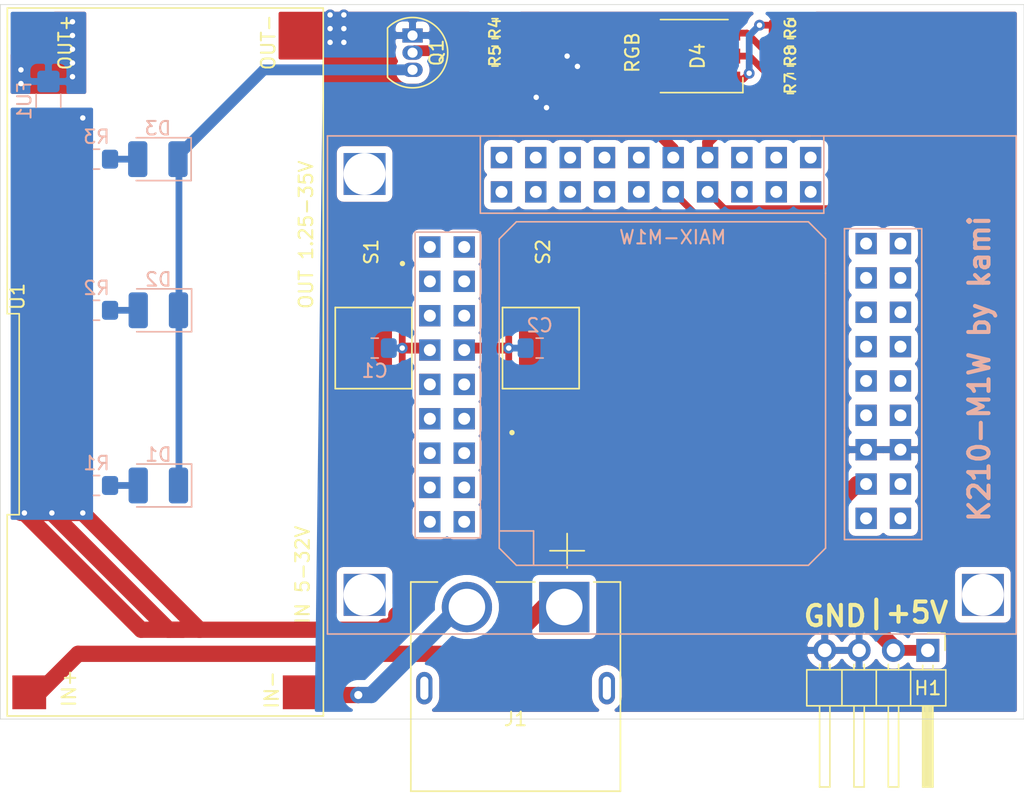
<source format=kicad_pcb>
(kicad_pcb (version 20171130) (host pcbnew "(5.1.10)-1")

  (general
    (thickness 1.6)
    (drawings 12)
    (tracks 118)
    (zones 0)
    (modules 22)
    (nets 20)
  )

  (page A4)
  (layers
    (0 F.Cu signal)
    (31 B.Cu signal)
    (32 B.Adhes user)
    (33 F.Adhes user)
    (34 B.Paste user)
    (35 F.Paste user)
    (36 B.SilkS user)
    (37 F.SilkS user)
    (38 B.Mask user)
    (39 F.Mask user)
    (40 Dwgs.User user)
    (41 Cmts.User user)
    (42 Eco1.User user)
    (43 Eco2.User user)
    (44 Edge.Cuts user)
    (45 Margin user)
    (46 B.CrtYd user)
    (47 F.CrtYd user)
    (48 B.Fab user)
    (49 F.Fab user)
  )

  (setup
    (last_trace_width 0.8)
    (user_trace_width 0.5)
    (user_trace_width 0.8)
    (user_trace_width 1.2)
    (user_trace_width 1.5)
    (trace_clearance 0.2)
    (zone_clearance 0.508)
    (zone_45_only no)
    (trace_min 0.2)
    (via_size 0.8)
    (via_drill 0.4)
    (via_min_size 0.4)
    (via_min_drill 0.3)
    (uvia_size 0.3)
    (uvia_drill 0.1)
    (uvias_allowed no)
    (uvia_min_size 0.2)
    (uvia_min_drill 0.1)
    (edge_width 0.05)
    (segment_width 0.2)
    (pcb_text_width 0.3)
    (pcb_text_size 1.5 1.5)
    (mod_edge_width 0.12)
    (mod_text_size 1 1)
    (mod_text_width 0.15)
    (pad_size 1.524 1.524)
    (pad_drill 0.762)
    (pad_to_mask_clearance 0)
    (aux_axis_origin 173.482 146.05)
    (visible_elements 7FFFFFFF)
    (pcbplotparams
      (layerselection 0x010fc_ffffffff)
      (usegerberextensions false)
      (usegerberattributes true)
      (usegerberadvancedattributes true)
      (creategerberjobfile true)
      (excludeedgelayer true)
      (linewidth 0.100000)
      (plotframeref false)
      (viasonmask false)
      (mode 1)
      (useauxorigin false)
      (hpglpennumber 1)
      (hpglpenspeed 20)
      (hpglpendiameter 15.000000)
      (psnegative false)
      (psa4output false)
      (plotreference true)
      (plotvalue true)
      (plotinvisibletext false)
      (padsonsilk false)
      (subtractmaskfromsilk false)
      (outputformat 1)
      (mirror false)
      (drillshape 1)
      (scaleselection 1)
      (outputdirectory ""))
  )

  (net 0 "")
  (net 1 +5V)
  (net 2 GND)
  (net 3 RGB5050-B)
  (net 4 RGB5050-G)
  (net 5 RGB5050-R)
  (net 6 "Net-(FU1-Pad1)")
  (net 7 "Net-(J1-Pad1)")
  (net 8 "Net-(J1-Pad2)")
  (net 9 Key2)
  (net 10 Key1)
  (net 11 "Net-(D1-Pad2)")
  (net 12 "Net-(D1-Pad1)")
  (net 13 "Net-(D2-Pad2)")
  (net 14 "Net-(D3-Pad2)")
  (net 15 "Net-(D4-Pad3)")
  (net 16 "Net-(D4-Pad2)")
  (net 17 "Net-(D4-Pad1)")
  (net 18 IO8_LED)
  (net 19 "Net-(Q1-Pad2)")

  (net_class Default "This is the default net class."
    (clearance 0.2)
    (trace_width 0.25)
    (via_dia 0.8)
    (via_drill 0.4)
    (uvia_dia 0.3)
    (uvia_drill 0.1)
    (add_net +5V)
    (add_net GND)
    (add_net IO8_LED)
    (add_net Key1)
    (add_net Key2)
    (add_net "Net-(D1-Pad1)")
    (add_net "Net-(D1-Pad2)")
    (add_net "Net-(D2-Pad2)")
    (add_net "Net-(D3-Pad2)")
    (add_net "Net-(D4-Pad1)")
    (add_net "Net-(D4-Pad2)")
    (add_net "Net-(D4-Pad3)")
    (add_net "Net-(FU1-Pad1)")
    (add_net "Net-(J1-Pad1)")
    (add_net "Net-(J1-Pad2)")
    (add_net "Net-(Q1-Pad2)")
    (add_net RGB5050-B)
    (add_net RGB5050-G)
    (add_net RGB5050-R)
  )

  (module Resistor_SMD:R_0805_2012Metric_Pad1.20x1.40mm_HandSolder (layer F.Cu) (tedit 5F68FEEE) (tstamp 616E9BE2)
    (at 231.902 97.028)
    (descr "Resistor SMD 0805 (2012 Metric), square (rectangular) end terminal, IPC_7351 nominal with elongated pad for handsoldering. (Body size source: IPC-SM-782 page 72, https://www.pcb-3d.com/wordpress/wp-content/uploads/ipc-sm-782a_amendment_1_and_2.pdf), generated with kicad-footprint-generator")
    (tags "resistor handsolder")
    (path /616F1CAD)
    (attr smd)
    (fp_text reference R8 (at 0 0 90) (layer F.SilkS)
      (effects (font (size 0.8 0.8) (thickness 0.15)))
    )
    (fp_text value 470R (at 0 1.65) (layer F.Fab)
      (effects (font (size 1 1) (thickness 0.15)))
    )
    (fp_text user %R (at 0 0) (layer F.Fab)
      (effects (font (size 0.5 0.5) (thickness 0.08)))
    )
    (fp_line (start -1 0.625) (end -1 -0.625) (layer F.Fab) (width 0.1))
    (fp_line (start -1 -0.625) (end 1 -0.625) (layer F.Fab) (width 0.1))
    (fp_line (start 1 -0.625) (end 1 0.625) (layer F.Fab) (width 0.1))
    (fp_line (start 1 0.625) (end -1 0.625) (layer F.Fab) (width 0.1))
    (fp_line (start -0.227064 -0.735) (end 0.227064 -0.735) (layer F.SilkS) (width 0.12))
    (fp_line (start -0.227064 0.735) (end 0.227064 0.735) (layer F.SilkS) (width 0.12))
    (fp_line (start -1.85 0.95) (end -1.85 -0.95) (layer F.CrtYd) (width 0.05))
    (fp_line (start -1.85 -0.95) (end 1.85 -0.95) (layer F.CrtYd) (width 0.05))
    (fp_line (start 1.85 -0.95) (end 1.85 0.95) (layer F.CrtYd) (width 0.05))
    (fp_line (start 1.85 0.95) (end -1.85 0.95) (layer F.CrtYd) (width 0.05))
    (pad 2 smd roundrect (at 1 0) (size 1.2 1.4) (layers F.Cu F.Paste F.Mask) (roundrect_rratio 0.2083325)
      (net 3 RGB5050-B))
    (pad 1 smd roundrect (at -1 0) (size 1.2 1.4) (layers F.Cu F.Paste F.Mask) (roundrect_rratio 0.2083325)
      (net 15 "Net-(D4-Pad3)"))
    (model ${KISYS3DMOD}/Resistor_SMD.3dshapes/R_0805_2012Metric.wrl
      (at (xyz 0 0 0))
      (scale (xyz 1 1 1))
      (rotate (xyz 0 0 0))
    )
  )

  (module Resistor_SMD:R_0805_2012Metric_Pad1.20x1.40mm_HandSolder (layer F.Cu) (tedit 5F68FEEE) (tstamp 616E9BD1)
    (at 231.902 99.06)
    (descr "Resistor SMD 0805 (2012 Metric), square (rectangular) end terminal, IPC_7351 nominal with elongated pad for handsoldering. (Body size source: IPC-SM-782 page 72, https://www.pcb-3d.com/wordpress/wp-content/uploads/ipc-sm-782a_amendment_1_and_2.pdf), generated with kicad-footprint-generator")
    (tags "resistor handsolder")
    (path /616F17FF)
    (attr smd)
    (fp_text reference R7 (at 0 0 90) (layer F.SilkS)
      (effects (font (size 0.8 0.8) (thickness 0.15)))
    )
    (fp_text value 470R (at 0 1.65) (layer F.Fab)
      (effects (font (size 1 1) (thickness 0.15)))
    )
    (fp_text user %R (at 0 0) (layer F.Fab)
      (effects (font (size 0.5 0.5) (thickness 0.08)))
    )
    (fp_line (start -1 0.625) (end -1 -0.625) (layer F.Fab) (width 0.1))
    (fp_line (start -1 -0.625) (end 1 -0.625) (layer F.Fab) (width 0.1))
    (fp_line (start 1 -0.625) (end 1 0.625) (layer F.Fab) (width 0.1))
    (fp_line (start 1 0.625) (end -1 0.625) (layer F.Fab) (width 0.1))
    (fp_line (start -0.227064 -0.735) (end 0.227064 -0.735) (layer F.SilkS) (width 0.12))
    (fp_line (start -0.227064 0.735) (end 0.227064 0.735) (layer F.SilkS) (width 0.12))
    (fp_line (start -1.85 0.95) (end -1.85 -0.95) (layer F.CrtYd) (width 0.05))
    (fp_line (start -1.85 -0.95) (end 1.85 -0.95) (layer F.CrtYd) (width 0.05))
    (fp_line (start 1.85 -0.95) (end 1.85 0.95) (layer F.CrtYd) (width 0.05))
    (fp_line (start 1.85 0.95) (end -1.85 0.95) (layer F.CrtYd) (width 0.05))
    (pad 2 smd roundrect (at 1 0) (size 1.2 1.4) (layers F.Cu F.Paste F.Mask) (roundrect_rratio 0.2083325)
      (net 4 RGB5050-G))
    (pad 1 smd roundrect (at -1 0) (size 1.2 1.4) (layers F.Cu F.Paste F.Mask) (roundrect_rratio 0.2083325)
      (net 16 "Net-(D4-Pad2)"))
    (model ${KISYS3DMOD}/Resistor_SMD.3dshapes/R_0805_2012Metric.wrl
      (at (xyz 0 0 0))
      (scale (xyz 1 1 1))
      (rotate (xyz 0 0 0))
    )
  )

  (module Resistor_SMD:R_0805_2012Metric_Pad1.20x1.40mm_HandSolder (layer F.Cu) (tedit 5F68FEEE) (tstamp 616E9BC0)
    (at 231.902 94.996)
    (descr "Resistor SMD 0805 (2012 Metric), square (rectangular) end terminal, IPC_7351 nominal with elongated pad for handsoldering. (Body size source: IPC-SM-782 page 72, https://www.pcb-3d.com/wordpress/wp-content/uploads/ipc-sm-782a_amendment_1_and_2.pdf), generated with kicad-footprint-generator")
    (tags "resistor handsolder")
    (path /616F0CC9)
    (attr smd)
    (fp_text reference R6 (at 0 0 90) (layer F.SilkS)
      (effects (font (size 0.8 0.8) (thickness 0.15)))
    )
    (fp_text value 470R (at 0 1.65) (layer F.Fab)
      (effects (font (size 1 1) (thickness 0.15)))
    )
    (fp_text user %R (at 0 0) (layer F.Fab)
      (effects (font (size 0.5 0.5) (thickness 0.08)))
    )
    (fp_line (start -1 0.625) (end -1 -0.625) (layer F.Fab) (width 0.1))
    (fp_line (start -1 -0.625) (end 1 -0.625) (layer F.Fab) (width 0.1))
    (fp_line (start 1 -0.625) (end 1 0.625) (layer F.Fab) (width 0.1))
    (fp_line (start 1 0.625) (end -1 0.625) (layer F.Fab) (width 0.1))
    (fp_line (start -0.227064 -0.735) (end 0.227064 -0.735) (layer F.SilkS) (width 0.12))
    (fp_line (start -0.227064 0.735) (end 0.227064 0.735) (layer F.SilkS) (width 0.12))
    (fp_line (start -1.85 0.95) (end -1.85 -0.95) (layer F.CrtYd) (width 0.05))
    (fp_line (start -1.85 -0.95) (end 1.85 -0.95) (layer F.CrtYd) (width 0.05))
    (fp_line (start 1.85 -0.95) (end 1.85 0.95) (layer F.CrtYd) (width 0.05))
    (fp_line (start 1.85 0.95) (end -1.85 0.95) (layer F.CrtYd) (width 0.05))
    (pad 2 smd roundrect (at 1 0) (size 1.2 1.4) (layers F.Cu F.Paste F.Mask) (roundrect_rratio 0.2083325)
      (net 5 RGB5050-R))
    (pad 1 smd roundrect (at -1 0) (size 1.2 1.4) (layers F.Cu F.Paste F.Mask) (roundrect_rratio 0.2083325)
      (net 17 "Net-(D4-Pad1)"))
    (model ${KISYS3DMOD}/Resistor_SMD.3dshapes/R_0805_2012Metric.wrl
      (at (xyz 0 0 0))
      (scale (xyz 1 1 1))
      (rotate (xyz 0 0 0))
    )
  )

  (module Resistor_SMD:R_0805_2012Metric_Pad1.20x1.40mm_HandSolder (layer F.Cu) (tedit 5F68FEEE) (tstamp 616E9BAF)
    (at 210.058 97.028)
    (descr "Resistor SMD 0805 (2012 Metric), square (rectangular) end terminal, IPC_7351 nominal with elongated pad for handsoldering. (Body size source: IPC-SM-782 page 72, https://www.pcb-3d.com/wordpress/wp-content/uploads/ipc-sm-782a_amendment_1_and_2.pdf), generated with kicad-footprint-generator")
    (tags "resistor handsolder")
    (path /616EC9A8)
    (attr smd)
    (fp_text reference R5 (at 0 0 90) (layer F.SilkS)
      (effects (font (size 0.8 0.8) (thickness 0.15)))
    )
    (fp_text value 240R (at 0 1.65) (layer F.Fab)
      (effects (font (size 1 1) (thickness 0.15)))
    )
    (fp_text user %R (at 0 0) (layer F.Fab)
      (effects (font (size 0.5 0.5) (thickness 0.08)))
    )
    (fp_line (start -1 0.625) (end -1 -0.625) (layer F.Fab) (width 0.1))
    (fp_line (start -1 -0.625) (end 1 -0.625) (layer F.Fab) (width 0.1))
    (fp_line (start 1 -0.625) (end 1 0.625) (layer F.Fab) (width 0.1))
    (fp_line (start 1 0.625) (end -1 0.625) (layer F.Fab) (width 0.1))
    (fp_line (start -0.227064 -0.735) (end 0.227064 -0.735) (layer F.SilkS) (width 0.12))
    (fp_line (start -0.227064 0.735) (end 0.227064 0.735) (layer F.SilkS) (width 0.12))
    (fp_line (start -1.85 0.95) (end -1.85 -0.95) (layer F.CrtYd) (width 0.05))
    (fp_line (start -1.85 -0.95) (end 1.85 -0.95) (layer F.CrtYd) (width 0.05))
    (fp_line (start 1.85 -0.95) (end 1.85 0.95) (layer F.CrtYd) (width 0.05))
    (fp_line (start 1.85 0.95) (end -1.85 0.95) (layer F.CrtYd) (width 0.05))
    (pad 2 smd roundrect (at 1 0) (size 1.2 1.4) (layers F.Cu F.Paste F.Mask) (roundrect_rratio 0.2083325)
      (net 2 GND))
    (pad 1 smd roundrect (at -1 0) (size 1.2 1.4) (layers F.Cu F.Paste F.Mask) (roundrect_rratio 0.2083325)
      (net 19 "Net-(Q1-Pad2)"))
    (model ${KISYS3DMOD}/Resistor_SMD.3dshapes/R_0805_2012Metric.wrl
      (at (xyz 0 0 0))
      (scale (xyz 1 1 1))
      (rotate (xyz 0 0 0))
    )
  )

  (module Resistor_SMD:R_0805_2012Metric_Pad1.20x1.40mm_HandSolder (layer F.Cu) (tedit 5F68FEEE) (tstamp 616E9B9E)
    (at 210.058 94.996)
    (descr "Resistor SMD 0805 (2012 Metric), square (rectangular) end terminal, IPC_7351 nominal with elongated pad for handsoldering. (Body size source: IPC-SM-782 page 72, https://www.pcb-3d.com/wordpress/wp-content/uploads/ipc-sm-782a_amendment_1_and_2.pdf), generated with kicad-footprint-generator")
    (tags "resistor handsolder")
    (path /6170E833)
    (attr smd)
    (fp_text reference R4 (at 0 0 90) (layer F.SilkS)
      (effects (font (size 0.8 0.8) (thickness 0.15)))
    )
    (fp_text value 240R (at 0 1.65) (layer F.Fab)
      (effects (font (size 1 1) (thickness 0.15)))
    )
    (fp_text user %R (at 0 0) (layer F.Fab)
      (effects (font (size 0.5 0.5) (thickness 0.08)))
    )
    (fp_line (start -1 0.625) (end -1 -0.625) (layer F.Fab) (width 0.1))
    (fp_line (start -1 -0.625) (end 1 -0.625) (layer F.Fab) (width 0.1))
    (fp_line (start 1 -0.625) (end 1 0.625) (layer F.Fab) (width 0.1))
    (fp_line (start 1 0.625) (end -1 0.625) (layer F.Fab) (width 0.1))
    (fp_line (start -0.227064 -0.735) (end 0.227064 -0.735) (layer F.SilkS) (width 0.12))
    (fp_line (start -0.227064 0.735) (end 0.227064 0.735) (layer F.SilkS) (width 0.12))
    (fp_line (start -1.85 0.95) (end -1.85 -0.95) (layer F.CrtYd) (width 0.05))
    (fp_line (start -1.85 -0.95) (end 1.85 -0.95) (layer F.CrtYd) (width 0.05))
    (fp_line (start 1.85 -0.95) (end 1.85 0.95) (layer F.CrtYd) (width 0.05))
    (fp_line (start 1.85 0.95) (end -1.85 0.95) (layer F.CrtYd) (width 0.05))
    (pad 2 smd roundrect (at 1 0) (size 1.2 1.4) (layers F.Cu F.Paste F.Mask) (roundrect_rratio 0.2083325)
      (net 18 IO8_LED))
    (pad 1 smd roundrect (at -1 0) (size 1.2 1.4) (layers F.Cu F.Paste F.Mask) (roundrect_rratio 0.2083325)
      (net 19 "Net-(Q1-Pad2)"))
    (model ${KISYS3DMOD}/Resistor_SMD.3dshapes/R_0805_2012Metric.wrl
      (at (xyz 0 0 0))
      (scale (xyz 1 1 1))
      (rotate (xyz 0 0 0))
    )
  )

  (module Resistor_SMD:R_0805_2012Metric_Pad1.20x1.40mm_HandSolder (layer B.Cu) (tedit 5F68FEEE) (tstamp 616E9B8D)
    (at 180.594 104.648 180)
    (descr "Resistor SMD 0805 (2012 Metric), square (rectangular) end terminal, IPC_7351 nominal with elongated pad for handsoldering. (Body size source: IPC-SM-782 page 72, https://www.pcb-3d.com/wordpress/wp-content/uploads/ipc-sm-782a_amendment_1_and_2.pdf), generated with kicad-footprint-generator")
    (tags "resistor handsolder")
    (path /616E83AB)
    (attr smd)
    (fp_text reference R3 (at 0 1.65) (layer B.SilkS)
      (effects (font (size 1 1) (thickness 0.15)) (justify mirror))
    )
    (fp_text value 240R (at 0 -1.65) (layer B.Fab)
      (effects (font (size 1 1) (thickness 0.15)) (justify mirror))
    )
    (fp_text user %R (at 0 0) (layer B.Fab)
      (effects (font (size 0.5 0.5) (thickness 0.08)) (justify mirror))
    )
    (fp_line (start -1 -0.625) (end -1 0.625) (layer B.Fab) (width 0.1))
    (fp_line (start -1 0.625) (end 1 0.625) (layer B.Fab) (width 0.1))
    (fp_line (start 1 0.625) (end 1 -0.625) (layer B.Fab) (width 0.1))
    (fp_line (start 1 -0.625) (end -1 -0.625) (layer B.Fab) (width 0.1))
    (fp_line (start -0.227064 0.735) (end 0.227064 0.735) (layer B.SilkS) (width 0.12))
    (fp_line (start -0.227064 -0.735) (end 0.227064 -0.735) (layer B.SilkS) (width 0.12))
    (fp_line (start -1.85 -0.95) (end -1.85 0.95) (layer B.CrtYd) (width 0.05))
    (fp_line (start -1.85 0.95) (end 1.85 0.95) (layer B.CrtYd) (width 0.05))
    (fp_line (start 1.85 0.95) (end 1.85 -0.95) (layer B.CrtYd) (width 0.05))
    (fp_line (start 1.85 -0.95) (end -1.85 -0.95) (layer B.CrtYd) (width 0.05))
    (pad 2 smd roundrect (at 1 0 180) (size 1.2 1.4) (layers B.Cu B.Paste B.Mask) (roundrect_rratio 0.2083325)
      (net 1 +5V))
    (pad 1 smd roundrect (at -1 0 180) (size 1.2 1.4) (layers B.Cu B.Paste B.Mask) (roundrect_rratio 0.2083325)
      (net 14 "Net-(D3-Pad2)"))
    (model ${KISYS3DMOD}/Resistor_SMD.3dshapes/R_0805_2012Metric.wrl
      (at (xyz 0 0 0))
      (scale (xyz 1 1 1))
      (rotate (xyz 0 0 0))
    )
  )

  (module Resistor_SMD:R_0805_2012Metric_Pad1.20x1.40mm_HandSolder (layer B.Cu) (tedit 5F68FEEE) (tstamp 616E9B7C)
    (at 180.594 115.824 180)
    (descr "Resistor SMD 0805 (2012 Metric), square (rectangular) end terminal, IPC_7351 nominal with elongated pad for handsoldering. (Body size source: IPC-SM-782 page 72, https://www.pcb-3d.com/wordpress/wp-content/uploads/ipc-sm-782a_amendment_1_and_2.pdf), generated with kicad-footprint-generator")
    (tags "resistor handsolder")
    (path /616E7B8E)
    (attr smd)
    (fp_text reference R2 (at 0 1.65) (layer B.SilkS)
      (effects (font (size 1 1) (thickness 0.15)) (justify mirror))
    )
    (fp_text value 240R (at 0 -1.65) (layer B.Fab)
      (effects (font (size 1 1) (thickness 0.15)) (justify mirror))
    )
    (fp_text user %R (at 0 0) (layer B.Fab)
      (effects (font (size 0.5 0.5) (thickness 0.08)) (justify mirror))
    )
    (fp_line (start -1 -0.625) (end -1 0.625) (layer B.Fab) (width 0.1))
    (fp_line (start -1 0.625) (end 1 0.625) (layer B.Fab) (width 0.1))
    (fp_line (start 1 0.625) (end 1 -0.625) (layer B.Fab) (width 0.1))
    (fp_line (start 1 -0.625) (end -1 -0.625) (layer B.Fab) (width 0.1))
    (fp_line (start -0.227064 0.735) (end 0.227064 0.735) (layer B.SilkS) (width 0.12))
    (fp_line (start -0.227064 -0.735) (end 0.227064 -0.735) (layer B.SilkS) (width 0.12))
    (fp_line (start -1.85 -0.95) (end -1.85 0.95) (layer B.CrtYd) (width 0.05))
    (fp_line (start -1.85 0.95) (end 1.85 0.95) (layer B.CrtYd) (width 0.05))
    (fp_line (start 1.85 0.95) (end 1.85 -0.95) (layer B.CrtYd) (width 0.05))
    (fp_line (start 1.85 -0.95) (end -1.85 -0.95) (layer B.CrtYd) (width 0.05))
    (pad 2 smd roundrect (at 1 0 180) (size 1.2 1.4) (layers B.Cu B.Paste B.Mask) (roundrect_rratio 0.2083325)
      (net 1 +5V))
    (pad 1 smd roundrect (at -1 0 180) (size 1.2 1.4) (layers B.Cu B.Paste B.Mask) (roundrect_rratio 0.2083325)
      (net 13 "Net-(D2-Pad2)"))
    (model ${KISYS3DMOD}/Resistor_SMD.3dshapes/R_0805_2012Metric.wrl
      (at (xyz 0 0 0))
      (scale (xyz 1 1 1))
      (rotate (xyz 0 0 0))
    )
  )

  (module Resistor_SMD:R_0805_2012Metric_Pad1.20x1.40mm_HandSolder (layer B.Cu) (tedit 5F68FEEE) (tstamp 616E9B6B)
    (at 180.594 128.778 180)
    (descr "Resistor SMD 0805 (2012 Metric), square (rectangular) end terminal, IPC_7351 nominal with elongated pad for handsoldering. (Body size source: IPC-SM-782 page 72, https://www.pcb-3d.com/wordpress/wp-content/uploads/ipc-sm-782a_amendment_1_and_2.pdf), generated with kicad-footprint-generator")
    (tags "resistor handsolder")
    (path /616E70D2)
    (attr smd)
    (fp_text reference R1 (at 0 1.65) (layer B.SilkS)
      (effects (font (size 1 1) (thickness 0.15)) (justify mirror))
    )
    (fp_text value 240R (at 0 -1.65) (layer B.Fab)
      (effects (font (size 1 1) (thickness 0.15)) (justify mirror))
    )
    (fp_text user %R (at 0 0) (layer B.Fab)
      (effects (font (size 0.5 0.5) (thickness 0.08)) (justify mirror))
    )
    (fp_line (start -1 -0.625) (end -1 0.625) (layer B.Fab) (width 0.1))
    (fp_line (start -1 0.625) (end 1 0.625) (layer B.Fab) (width 0.1))
    (fp_line (start 1 0.625) (end 1 -0.625) (layer B.Fab) (width 0.1))
    (fp_line (start 1 -0.625) (end -1 -0.625) (layer B.Fab) (width 0.1))
    (fp_line (start -0.227064 0.735) (end 0.227064 0.735) (layer B.SilkS) (width 0.12))
    (fp_line (start -0.227064 -0.735) (end 0.227064 -0.735) (layer B.SilkS) (width 0.12))
    (fp_line (start -1.85 -0.95) (end -1.85 0.95) (layer B.CrtYd) (width 0.05))
    (fp_line (start -1.85 0.95) (end 1.85 0.95) (layer B.CrtYd) (width 0.05))
    (fp_line (start 1.85 0.95) (end 1.85 -0.95) (layer B.CrtYd) (width 0.05))
    (fp_line (start 1.85 -0.95) (end -1.85 -0.95) (layer B.CrtYd) (width 0.05))
    (pad 2 smd roundrect (at 1 0 180) (size 1.2 1.4) (layers B.Cu B.Paste B.Mask) (roundrect_rratio 0.2083325)
      (net 1 +5V))
    (pad 1 smd roundrect (at -1 0 180) (size 1.2 1.4) (layers B.Cu B.Paste B.Mask) (roundrect_rratio 0.2083325)
      (net 11 "Net-(D1-Pad2)"))
    (model ${KISYS3DMOD}/Resistor_SMD.3dshapes/R_0805_2012Metric.wrl
      (at (xyz 0 0 0))
      (scale (xyz 1 1 1))
      (rotate (xyz 0 0 0))
    )
  )

  (module Package_TO_SOT_THT:TO-92_Inline (layer F.Cu) (tedit 5A1DD157) (tstamp 616E9B5A)
    (at 203.962 95.504 270)
    (descr "TO-92 leads in-line, narrow, oval pads, drill 0.75mm (see NXP sot054_po.pdf)")
    (tags "to-92 sc-43 sc-43a sot54 PA33 transistor")
    (path /616FEABA)
    (fp_text reference Q1 (at 1.27 -1.778 90) (layer F.SilkS)
      (effects (font (size 1 1) (thickness 0.15)))
    )
    (fp_text value S8050 (at 1.27 2.79 90) (layer F.Fab)
      (effects (font (size 1 1) (thickness 0.15)))
    )
    (fp_arc (start 1.27 0) (end 1.27 -2.6) (angle 135) (layer F.SilkS) (width 0.12))
    (fp_arc (start 1.27 0) (end 1.27 -2.48) (angle -135) (layer F.Fab) (width 0.1))
    (fp_arc (start 1.27 0) (end 1.27 -2.6) (angle -135) (layer F.SilkS) (width 0.12))
    (fp_arc (start 1.27 0) (end 1.27 -2.48) (angle 135) (layer F.Fab) (width 0.1))
    (fp_text user %R (at 1.27 0 90) (layer F.Fab)
      (effects (font (size 1 1) (thickness 0.15)))
    )
    (fp_line (start -0.53 1.85) (end 3.07 1.85) (layer F.SilkS) (width 0.12))
    (fp_line (start -0.5 1.75) (end 3 1.75) (layer F.Fab) (width 0.1))
    (fp_line (start -1.46 -2.73) (end 4 -2.73) (layer F.CrtYd) (width 0.05))
    (fp_line (start -1.46 -2.73) (end -1.46 2.01) (layer F.CrtYd) (width 0.05))
    (fp_line (start 4 2.01) (end 4 -2.73) (layer F.CrtYd) (width 0.05))
    (fp_line (start 4 2.01) (end -1.46 2.01) (layer F.CrtYd) (width 0.05))
    (pad 1 thru_hole rect (at 0 0 270) (size 1.05 1.5) (drill 0.75) (layers *.Cu *.Mask)
      (net 2 GND))
    (pad 3 thru_hole oval (at 2.54 0 270) (size 1.05 1.5) (drill 0.75) (layers *.Cu *.Mask)
      (net 12 "Net-(D1-Pad1)"))
    (pad 2 thru_hole oval (at 1.27 0 270) (size 1.05 1.5) (drill 0.75) (layers *.Cu *.Mask)
      (net 19 "Net-(Q1-Pad2)"))
    (model ${KISYS3DMOD}/Package_TO_SOT_THT.3dshapes/TO-92_Inline.wrl
      (at (xyz 0 0 0))
      (scale (xyz 1 1 1))
      (rotate (xyz 0 0 0))
    )
  )

  (module LED_SMD:LED_1210_3225Metric_Pad1.42x2.65mm_HandSolder (layer B.Cu) (tedit 5F68FEF1) (tstamp 616E99B7)
    (at 185.1295 104.648 180)
    (descr "LED SMD 1210 (3225 Metric), square (rectangular) end terminal, IPC_7351 nominal, (Body size source: http://www.tortai-tech.com/upload/download/2011102023233369053.pdf), generated with kicad-footprint-generator")
    (tags "LED handsolder")
    (path /616E39C5)
    (attr smd)
    (fp_text reference D3 (at 0 2.28) (layer B.SilkS)
      (effects (font (size 1 1) (thickness 0.15)) (justify mirror))
    )
    (fp_text value LED (at 0 -2.28) (layer B.Fab)
      (effects (font (size 1 1) (thickness 0.15)) (justify mirror))
    )
    (fp_text user %R (at 0 0) (layer B.Fab)
      (effects (font (size 0.8 0.8) (thickness 0.12)) (justify mirror))
    )
    (fp_line (start 1.6 1.25) (end -0.975 1.25) (layer B.Fab) (width 0.1))
    (fp_line (start -0.975 1.25) (end -1.6 0.625) (layer B.Fab) (width 0.1))
    (fp_line (start -1.6 0.625) (end -1.6 -1.25) (layer B.Fab) (width 0.1))
    (fp_line (start -1.6 -1.25) (end 1.6 -1.25) (layer B.Fab) (width 0.1))
    (fp_line (start 1.6 -1.25) (end 1.6 1.25) (layer B.Fab) (width 0.1))
    (fp_line (start 1.6 1.585) (end -2.46 1.585) (layer B.SilkS) (width 0.12))
    (fp_line (start -2.46 1.585) (end -2.46 -1.585) (layer B.SilkS) (width 0.12))
    (fp_line (start -2.46 -1.585) (end 1.6 -1.585) (layer B.SilkS) (width 0.12))
    (fp_line (start -2.45 -1.58) (end -2.45 1.58) (layer B.CrtYd) (width 0.05))
    (fp_line (start -2.45 1.58) (end 2.45 1.58) (layer B.CrtYd) (width 0.05))
    (fp_line (start 2.45 1.58) (end 2.45 -1.58) (layer B.CrtYd) (width 0.05))
    (fp_line (start 2.45 -1.58) (end -2.45 -1.58) (layer B.CrtYd) (width 0.05))
    (pad 2 smd roundrect (at 1.4875 0 180) (size 1.425 2.65) (layers B.Cu B.Paste B.Mask) (roundrect_rratio 0.1754385964912281)
      (net 14 "Net-(D3-Pad2)"))
    (pad 1 smd roundrect (at -1.4875 0 180) (size 1.425 2.65) (layers B.Cu B.Paste B.Mask) (roundrect_rratio 0.1754385964912281)
      (net 12 "Net-(D1-Pad1)"))
    (model ${KISYS3DMOD}/LED_SMD.3dshapes/LED_1210_3225Metric.wrl
      (at (xyz 0 0 0))
      (scale (xyz 1 1 1))
      (rotate (xyz 0 0 0))
    )
  )

  (module LED_SMD:LED_1210_3225Metric_Pad1.42x2.65mm_HandSolder (layer B.Cu) (tedit 5F68FEF1) (tstamp 616E99A4)
    (at 185.166 115.824 180)
    (descr "LED SMD 1210 (3225 Metric), square (rectangular) end terminal, IPC_7351 nominal, (Body size source: http://www.tortai-tech.com/upload/download/2011102023233369053.pdf), generated with kicad-footprint-generator")
    (tags "LED handsolder")
    (path /616E4770)
    (attr smd)
    (fp_text reference D2 (at 0 2.28) (layer B.SilkS)
      (effects (font (size 1 1) (thickness 0.15)) (justify mirror))
    )
    (fp_text value LED (at 0 -2.28) (layer B.Fab)
      (effects (font (size 1 1) (thickness 0.15)) (justify mirror))
    )
    (fp_text user %R (at 0 0) (layer B.Fab)
      (effects (font (size 0.8 0.8) (thickness 0.12)) (justify mirror))
    )
    (fp_line (start 1.6 1.25) (end -0.975 1.25) (layer B.Fab) (width 0.1))
    (fp_line (start -0.975 1.25) (end -1.6 0.625) (layer B.Fab) (width 0.1))
    (fp_line (start -1.6 0.625) (end -1.6 -1.25) (layer B.Fab) (width 0.1))
    (fp_line (start -1.6 -1.25) (end 1.6 -1.25) (layer B.Fab) (width 0.1))
    (fp_line (start 1.6 -1.25) (end 1.6 1.25) (layer B.Fab) (width 0.1))
    (fp_line (start 1.6 1.585) (end -2.46 1.585) (layer B.SilkS) (width 0.12))
    (fp_line (start -2.46 1.585) (end -2.46 -1.585) (layer B.SilkS) (width 0.12))
    (fp_line (start -2.46 -1.585) (end 1.6 -1.585) (layer B.SilkS) (width 0.12))
    (fp_line (start -2.45 -1.58) (end -2.45 1.58) (layer B.CrtYd) (width 0.05))
    (fp_line (start -2.45 1.58) (end 2.45 1.58) (layer B.CrtYd) (width 0.05))
    (fp_line (start 2.45 1.58) (end 2.45 -1.58) (layer B.CrtYd) (width 0.05))
    (fp_line (start 2.45 -1.58) (end -2.45 -1.58) (layer B.CrtYd) (width 0.05))
    (pad 2 smd roundrect (at 1.4875 0 180) (size 1.425 2.65) (layers B.Cu B.Paste B.Mask) (roundrect_rratio 0.1754385964912281)
      (net 13 "Net-(D2-Pad2)"))
    (pad 1 smd roundrect (at -1.4875 0 180) (size 1.425 2.65) (layers B.Cu B.Paste B.Mask) (roundrect_rratio 0.1754385964912281)
      (net 12 "Net-(D1-Pad1)"))
    (model ${KISYS3DMOD}/LED_SMD.3dshapes/LED_1210_3225Metric.wrl
      (at (xyz 0 0 0))
      (scale (xyz 1 1 1))
      (rotate (xyz 0 0 0))
    )
  )

  (module LED_SMD:LED_1210_3225Metric_Pad1.42x2.65mm_HandSolder (layer B.Cu) (tedit 5F68FEF1) (tstamp 616E9991)
    (at 185.166 128.778 180)
    (descr "LED SMD 1210 (3225 Metric), square (rectangular) end terminal, IPC_7351 nominal, (Body size source: http://www.tortai-tech.com/upload/download/2011102023233369053.pdf), generated with kicad-footprint-generator")
    (tags "LED handsolder")
    (path /616E4F5E)
    (attr smd)
    (fp_text reference D1 (at 0 2.28) (layer B.SilkS)
      (effects (font (size 1 1) (thickness 0.15)) (justify mirror))
    )
    (fp_text value LED (at 0 -2.28) (layer B.Fab)
      (effects (font (size 1 1) (thickness 0.15)) (justify mirror))
    )
    (fp_text user %R (at 0 0) (layer B.Fab)
      (effects (font (size 0.8 0.8) (thickness 0.12)) (justify mirror))
    )
    (fp_line (start 1.6 1.25) (end -0.975 1.25) (layer B.Fab) (width 0.1))
    (fp_line (start -0.975 1.25) (end -1.6 0.625) (layer B.Fab) (width 0.1))
    (fp_line (start -1.6 0.625) (end -1.6 -1.25) (layer B.Fab) (width 0.1))
    (fp_line (start -1.6 -1.25) (end 1.6 -1.25) (layer B.Fab) (width 0.1))
    (fp_line (start 1.6 -1.25) (end 1.6 1.25) (layer B.Fab) (width 0.1))
    (fp_line (start 1.6 1.585) (end -2.46 1.585) (layer B.SilkS) (width 0.12))
    (fp_line (start -2.46 1.585) (end -2.46 -1.585) (layer B.SilkS) (width 0.12))
    (fp_line (start -2.46 -1.585) (end 1.6 -1.585) (layer B.SilkS) (width 0.12))
    (fp_line (start -2.45 -1.58) (end -2.45 1.58) (layer B.CrtYd) (width 0.05))
    (fp_line (start -2.45 1.58) (end 2.45 1.58) (layer B.CrtYd) (width 0.05))
    (fp_line (start 2.45 1.58) (end 2.45 -1.58) (layer B.CrtYd) (width 0.05))
    (fp_line (start 2.45 -1.58) (end -2.45 -1.58) (layer B.CrtYd) (width 0.05))
    (pad 2 smd roundrect (at 1.4875 0 180) (size 1.425 2.65) (layers B.Cu B.Paste B.Mask) (roundrect_rratio 0.1754385964912281)
      (net 11 "Net-(D1-Pad2)"))
    (pad 1 smd roundrect (at -1.4875 0 180) (size 1.425 2.65) (layers B.Cu B.Paste B.Mask) (roundrect_rratio 0.1754385964912281)
      (net 12 "Net-(D1-Pad1)"))
    (model ${KISYS3DMOD}/LED_SMD.3dshapes/LED_1210_3225Metric.wrl
      (at (xyz 0 0 0))
      (scale (xyz 1 1 1))
      (rotate (xyz 0 0 0))
    )
  )

  (module Capacitor_SMD:C_0805_2012Metric_Pad1.18x1.45mm_HandSolder (layer B.Cu) (tedit 5F68FEEF) (tstamp 616E997E)
    (at 213.36 118.618 180)
    (descr "Capacitor SMD 0805 (2012 Metric), square (rectangular) end terminal, IPC_7351 nominal with elongated pad for handsoldering. (Body size source: IPC-SM-782 page 76, https://www.pcb-3d.com/wordpress/wp-content/uploads/ipc-sm-782a_amendment_1_and_2.pdf, https://docs.google.com/spreadsheets/d/1BsfQQcO9C6DZCsRaXUlFlo91Tg2WpOkGARC1WS5S8t0/edit?usp=sharing), generated with kicad-footprint-generator")
    (tags "capacitor handsolder")
    (path /6171CAE0)
    (attr smd)
    (fp_text reference C2 (at 0 1.68) (layer B.SilkS)
      (effects (font (size 1 1) (thickness 0.15)) (justify mirror))
    )
    (fp_text value 100nf (at 0 -1.68) (layer B.Fab)
      (effects (font (size 1 1) (thickness 0.15)) (justify mirror))
    )
    (fp_text user %R (at 0 0) (layer B.Fab)
      (effects (font (size 0.5 0.5) (thickness 0.08)) (justify mirror))
    )
    (fp_line (start -1 -0.625) (end -1 0.625) (layer B.Fab) (width 0.1))
    (fp_line (start -1 0.625) (end 1 0.625) (layer B.Fab) (width 0.1))
    (fp_line (start 1 0.625) (end 1 -0.625) (layer B.Fab) (width 0.1))
    (fp_line (start 1 -0.625) (end -1 -0.625) (layer B.Fab) (width 0.1))
    (fp_line (start -0.261252 0.735) (end 0.261252 0.735) (layer B.SilkS) (width 0.12))
    (fp_line (start -0.261252 -0.735) (end 0.261252 -0.735) (layer B.SilkS) (width 0.12))
    (fp_line (start -1.88 -0.98) (end -1.88 0.98) (layer B.CrtYd) (width 0.05))
    (fp_line (start -1.88 0.98) (end 1.88 0.98) (layer B.CrtYd) (width 0.05))
    (fp_line (start 1.88 0.98) (end 1.88 -0.98) (layer B.CrtYd) (width 0.05))
    (fp_line (start 1.88 -0.98) (end -1.88 -0.98) (layer B.CrtYd) (width 0.05))
    (pad 2 smd roundrect (at 1.0375 0 180) (size 1.175 1.45) (layers B.Cu B.Paste B.Mask) (roundrect_rratio 0.2127659574468085)
      (net 9 Key2))
    (pad 1 smd roundrect (at -1.0375 0 180) (size 1.175 1.45) (layers B.Cu B.Paste B.Mask) (roundrect_rratio 0.2127659574468085)
      (net 2 GND))
    (model ${KISYS3DMOD}/Capacitor_SMD.3dshapes/C_0805_2012Metric.wrl
      (at (xyz 0 0 0))
      (scale (xyz 1 1 1))
      (rotate (xyz 0 0 0))
    )
  )

  (module Capacitor_SMD:C_0805_2012Metric_Pad1.18x1.45mm_HandSolder (layer B.Cu) (tedit 5F68FEEF) (tstamp 616E996D)
    (at 201.168 118.618)
    (descr "Capacitor SMD 0805 (2012 Metric), square (rectangular) end terminal, IPC_7351 nominal with elongated pad for handsoldering. (Body size source: IPC-SM-782 page 76, https://www.pcb-3d.com/wordpress/wp-content/uploads/ipc-sm-782a_amendment_1_and_2.pdf, https://docs.google.com/spreadsheets/d/1BsfQQcO9C6DZCsRaXUlFlo91Tg2WpOkGARC1WS5S8t0/edit?usp=sharing), generated with kicad-footprint-generator")
    (tags "capacitor handsolder")
    (path /6171BD10)
    (attr smd)
    (fp_text reference C1 (at 0 1.68) (layer B.SilkS)
      (effects (font (size 1 1) (thickness 0.15)) (justify mirror))
    )
    (fp_text value 100nf (at 0 -1.68) (layer B.Fab)
      (effects (font (size 1 1) (thickness 0.15)) (justify mirror))
    )
    (fp_text user %R (at 0 0) (layer B.Fab)
      (effects (font (size 0.5 0.5) (thickness 0.08)) (justify mirror))
    )
    (fp_line (start -1 -0.625) (end -1 0.625) (layer B.Fab) (width 0.1))
    (fp_line (start -1 0.625) (end 1 0.625) (layer B.Fab) (width 0.1))
    (fp_line (start 1 0.625) (end 1 -0.625) (layer B.Fab) (width 0.1))
    (fp_line (start 1 -0.625) (end -1 -0.625) (layer B.Fab) (width 0.1))
    (fp_line (start -0.261252 0.735) (end 0.261252 0.735) (layer B.SilkS) (width 0.12))
    (fp_line (start -0.261252 -0.735) (end 0.261252 -0.735) (layer B.SilkS) (width 0.12))
    (fp_line (start -1.88 -0.98) (end -1.88 0.98) (layer B.CrtYd) (width 0.05))
    (fp_line (start -1.88 0.98) (end 1.88 0.98) (layer B.CrtYd) (width 0.05))
    (fp_line (start 1.88 0.98) (end 1.88 -0.98) (layer B.CrtYd) (width 0.05))
    (fp_line (start 1.88 -0.98) (end -1.88 -0.98) (layer B.CrtYd) (width 0.05))
    (pad 2 smd roundrect (at 1.0375 0) (size 1.175 1.45) (layers B.Cu B.Paste B.Mask) (roundrect_rratio 0.2127659574468085)
      (net 10 Key1))
    (pad 1 smd roundrect (at -1.0375 0) (size 1.175 1.45) (layers B.Cu B.Paste B.Mask) (roundrect_rratio 0.2127659574468085)
      (net 2 GND))
    (model ${KISYS3DMOD}/Capacitor_SMD.3dshapes/C_0805_2012Metric.wrl
      (at (xyz 0 0 0))
      (scale (xyz 1 1 1))
      (rotate (xyz 0 0 0))
    )
  )

  (module Plug:AMASS_XT60PW-M (layer F.Cu) (tedit 616D7851) (tstamp 616E5A0F)
    (at 211.582 143.764 180)
    (path /616FB96D)
    (fp_text reference J1 (at 0 -2.286) (layer F.SilkS)
      (effects (font (size 1.000441 1.000441) (thickness 0.15)))
    )
    (fp_text value XT60PW-M (at -0.508 -0.762) (layer F.Fab)
      (effects (font (size 1.001732 1.001732) (thickness 0.15)))
    )
    (fp_line (start -7.75 -7.62) (end -7.75 7.85) (layer F.Fab) (width 0.127))
    (fp_line (start -7.75 7.85) (end 7.75 7.85) (layer F.Fab) (width 0.127))
    (fp_line (start 7.75 7.85) (end 7.747 -7.62) (layer F.Fab) (width 0.127))
    (fp_line (start 7.753 -7.62) (end -7.747 -7.62) (layer F.Fab) (width 0.127))
    (fp_line (start -7.75 7.85) (end -5.778 7.85) (layer F.SilkS) (width 0.127))
    (fp_line (start 7.75 7.85) (end 5.778 7.85) (layer F.SilkS) (width 0.127))
    (fp_line (start -2.54 10.16) (end -3.81 10.16) (layer F.Fab) (width 0.127))
    (fp_line (start -3.81 10.16) (end -3.81 11.43) (layer F.Fab) (width 0.127))
    (fp_line (start -5.08 10.16) (end -3.81 10.16) (layer F.Fab) (width 0.127))
    (fp_line (start -3.81 10.16) (end -3.81 8.89) (layer F.Fab) (width 0.127))
    (fp_line (start -1.422 7.85) (end 1.422 7.85) (layer F.SilkS) (width 0.127))
    (fp_line (start -7.75 -7.62) (end -7.75 7.85) (layer F.SilkS) (width 0.127))
    (fp_line (start 7.75 7.85) (end 7.747 -7.62) (layer F.SilkS) (width 0.127))
    (fp_line (start 7.753 -7.62) (end -7.747 -7.62) (layer F.SilkS) (width 0.127))
    (fp_line (start -2.54 10.16) (end -3.81 10.16) (layer F.SilkS) (width 0.127))
    (fp_line (start -3.81 10.16) (end -3.81 11.43) (layer F.SilkS) (width 0.127))
    (fp_line (start -5.08 10.16) (end -3.81 10.16) (layer F.SilkS) (width 0.127))
    (fp_line (start -3.81 10.16) (end -3.81 8.89) (layer F.SilkS) (width 0.127))
    (fp_line (start -8 -7.747) (end -8 8.11) (layer F.CrtYd) (width 0.05))
    (fp_line (start -8 8.11) (end 8 8.11) (layer F.CrtYd) (width 0.05))
    (fp_line (start 8 8.11) (end 8 -7.747) (layer F.CrtYd) (width 0.05))
    (fp_line (start 8.001 -7.747) (end -8 -7.747) (layer F.CrtYd) (width 0.05))
    (pad 1 thru_hole rect (at -3.6 6 180) (size 3.716 3.716) (drill 2.7) (layers *.Cu *.Mask)
      (net 7 "Net-(J1-Pad1)"))
    (pad 2 thru_hole circle (at 3.6 6 180) (size 3.716 3.716) (drill 2.7) (layers *.Cu *.Mask)
      (net 8 "Net-(J1-Pad2)"))
    (pad S1 thru_hole oval (at -6.75 0 180) (size 1.2 2.4) (drill oval 0.6 1.7) (layers *.Cu *.Mask))
    (pad S2 thru_hole oval (at 6.75 0 180) (size 1.2 2.4) (drill oval 0.6 1.7) (layers *.Cu *.Mask))
    (model D:/KicadProject/lib/Plug/XT60PW-M.step
      (offset (xyz 0 9.5 4.5))
      (scale (xyz 1 1 1))
      (rotate (xyz -90 0 180))
    )
  )

  (module Connector_PinHeader_2.54mm:PinHeader_1x04_P2.54mm_Horizontal (layer F.Cu) (tedit 59FED5CB) (tstamp 616E59F6)
    (at 242.062 140.97 270)
    (descr "Through hole angled pin header, 1x04, 2.54mm pitch, 6mm pin length, single row")
    (tags "Through hole angled pin header THT 1x04 2.54mm single row")
    (path /61701F99)
    (fp_text reference H1 (at 2.794 0 180) (layer F.SilkS)
      (effects (font (size 1 1) (thickness 0.15)))
    )
    (fp_text value Hader-1*4 (at 4.385 9.89 90) (layer F.Fab)
      (effects (font (size 1 1) (thickness 0.15)))
    )
    (fp_text user %R (at 2.77 3.81) (layer F.Fab)
      (effects (font (size 1 1) (thickness 0.15)))
    )
    (fp_line (start 2.135 -1.27) (end 4.04 -1.27) (layer F.Fab) (width 0.1))
    (fp_line (start 4.04 -1.27) (end 4.04 8.89) (layer F.Fab) (width 0.1))
    (fp_line (start 4.04 8.89) (end 1.5 8.89) (layer F.Fab) (width 0.1))
    (fp_line (start 1.5 8.89) (end 1.5 -0.635) (layer F.Fab) (width 0.1))
    (fp_line (start 1.5 -0.635) (end 2.135 -1.27) (layer F.Fab) (width 0.1))
    (fp_line (start -0.32 -0.32) (end 1.5 -0.32) (layer F.Fab) (width 0.1))
    (fp_line (start -0.32 -0.32) (end -0.32 0.32) (layer F.Fab) (width 0.1))
    (fp_line (start -0.32 0.32) (end 1.5 0.32) (layer F.Fab) (width 0.1))
    (fp_line (start 4.04 -0.32) (end 10.04 -0.32) (layer F.Fab) (width 0.1))
    (fp_line (start 10.04 -0.32) (end 10.04 0.32) (layer F.Fab) (width 0.1))
    (fp_line (start 4.04 0.32) (end 10.04 0.32) (layer F.Fab) (width 0.1))
    (fp_line (start -0.32 2.22) (end 1.5 2.22) (layer F.Fab) (width 0.1))
    (fp_line (start -0.32 2.22) (end -0.32 2.86) (layer F.Fab) (width 0.1))
    (fp_line (start -0.32 2.86) (end 1.5 2.86) (layer F.Fab) (width 0.1))
    (fp_line (start 4.04 2.22) (end 10.04 2.22) (layer F.Fab) (width 0.1))
    (fp_line (start 10.04 2.22) (end 10.04 2.86) (layer F.Fab) (width 0.1))
    (fp_line (start 4.04 2.86) (end 10.04 2.86) (layer F.Fab) (width 0.1))
    (fp_line (start -0.32 4.76) (end 1.5 4.76) (layer F.Fab) (width 0.1))
    (fp_line (start -0.32 4.76) (end -0.32 5.4) (layer F.Fab) (width 0.1))
    (fp_line (start -0.32 5.4) (end 1.5 5.4) (layer F.Fab) (width 0.1))
    (fp_line (start 4.04 4.76) (end 10.04 4.76) (layer F.Fab) (width 0.1))
    (fp_line (start 10.04 4.76) (end 10.04 5.4) (layer F.Fab) (width 0.1))
    (fp_line (start 4.04 5.4) (end 10.04 5.4) (layer F.Fab) (width 0.1))
    (fp_line (start -0.32 7.3) (end 1.5 7.3) (layer F.Fab) (width 0.1))
    (fp_line (start -0.32 7.3) (end -0.32 7.94) (layer F.Fab) (width 0.1))
    (fp_line (start -0.32 7.94) (end 1.5 7.94) (layer F.Fab) (width 0.1))
    (fp_line (start 4.04 7.3) (end 10.04 7.3) (layer F.Fab) (width 0.1))
    (fp_line (start 10.04 7.3) (end 10.04 7.94) (layer F.Fab) (width 0.1))
    (fp_line (start 4.04 7.94) (end 10.04 7.94) (layer F.Fab) (width 0.1))
    (fp_line (start 1.44 -1.33) (end 1.44 8.95) (layer F.SilkS) (width 0.12))
    (fp_line (start 1.44 8.95) (end 4.1 8.95) (layer F.SilkS) (width 0.12))
    (fp_line (start 4.1 8.95) (end 4.1 -1.33) (layer F.SilkS) (width 0.12))
    (fp_line (start 4.1 -1.33) (end 1.44 -1.33) (layer F.SilkS) (width 0.12))
    (fp_line (start 4.1 -0.38) (end 10.1 -0.38) (layer F.SilkS) (width 0.12))
    (fp_line (start 10.1 -0.38) (end 10.1 0.38) (layer F.SilkS) (width 0.12))
    (fp_line (start 10.1 0.38) (end 4.1 0.38) (layer F.SilkS) (width 0.12))
    (fp_line (start 4.1 -0.32) (end 10.1 -0.32) (layer F.SilkS) (width 0.12))
    (fp_line (start 4.1 -0.2) (end 10.1 -0.2) (layer F.SilkS) (width 0.12))
    (fp_line (start 4.1 -0.08) (end 10.1 -0.08) (layer F.SilkS) (width 0.12))
    (fp_line (start 4.1 0.04) (end 10.1 0.04) (layer F.SilkS) (width 0.12))
    (fp_line (start 4.1 0.16) (end 10.1 0.16) (layer F.SilkS) (width 0.12))
    (fp_line (start 4.1 0.28) (end 10.1 0.28) (layer F.SilkS) (width 0.12))
    (fp_line (start 1.11 -0.38) (end 1.44 -0.38) (layer F.SilkS) (width 0.12))
    (fp_line (start 1.11 0.38) (end 1.44 0.38) (layer F.SilkS) (width 0.12))
    (fp_line (start 1.44 1.27) (end 4.1 1.27) (layer F.SilkS) (width 0.12))
    (fp_line (start 4.1 2.16) (end 10.1 2.16) (layer F.SilkS) (width 0.12))
    (fp_line (start 10.1 2.16) (end 10.1 2.92) (layer F.SilkS) (width 0.12))
    (fp_line (start 10.1 2.92) (end 4.1 2.92) (layer F.SilkS) (width 0.12))
    (fp_line (start 1.042929 2.16) (end 1.44 2.16) (layer F.SilkS) (width 0.12))
    (fp_line (start 1.042929 2.92) (end 1.44 2.92) (layer F.SilkS) (width 0.12))
    (fp_line (start 1.44 3.81) (end 4.1 3.81) (layer F.SilkS) (width 0.12))
    (fp_line (start 4.1 4.7) (end 10.1 4.7) (layer F.SilkS) (width 0.12))
    (fp_line (start 10.1 4.7) (end 10.1 5.46) (layer F.SilkS) (width 0.12))
    (fp_line (start 10.1 5.46) (end 4.1 5.46) (layer F.SilkS) (width 0.12))
    (fp_line (start 1.042929 4.7) (end 1.44 4.7) (layer F.SilkS) (width 0.12))
    (fp_line (start 1.042929 5.46) (end 1.44 5.46) (layer F.SilkS) (width 0.12))
    (fp_line (start 1.44 6.35) (end 4.1 6.35) (layer F.SilkS) (width 0.12))
    (fp_line (start 4.1 7.24) (end 10.1 7.24) (layer F.SilkS) (width 0.12))
    (fp_line (start 10.1 7.24) (end 10.1 8) (layer F.SilkS) (width 0.12))
    (fp_line (start 10.1 8) (end 4.1 8) (layer F.SilkS) (width 0.12))
    (fp_line (start 1.042929 7.24) (end 1.44 7.24) (layer F.SilkS) (width 0.12))
    (fp_line (start 1.042929 8) (end 1.44 8) (layer F.SilkS) (width 0.12))
    (fp_line (start -1.27 0) (end -1.27 -1.27) (layer F.SilkS) (width 0.12))
    (fp_line (start -1.27 -1.27) (end 0 -1.27) (layer F.SilkS) (width 0.12))
    (fp_line (start -1.8 -1.8) (end -1.8 9.4) (layer F.CrtYd) (width 0.05))
    (fp_line (start -1.8 9.4) (end 10.55 9.4) (layer F.CrtYd) (width 0.05))
    (fp_line (start 10.55 9.4) (end 10.55 -1.8) (layer F.CrtYd) (width 0.05))
    (fp_line (start 10.55 -1.8) (end -1.8 -1.8) (layer F.CrtYd) (width 0.05))
    (pad 4 thru_hole oval (at 0 7.62 270) (size 1.7 1.7) (drill 1) (layers *.Cu *.Mask)
      (net 2 GND))
    (pad 3 thru_hole oval (at 0 5.08 270) (size 1.7 1.7) (drill 1) (layers *.Cu *.Mask)
      (net 2 GND))
    (pad 2 thru_hole oval (at 0 2.54 270) (size 1.7 1.7) (drill 1) (layers *.Cu *.Mask)
      (net 1 +5V))
    (pad 1 thru_hole rect (at 0 0 270) (size 1.7 1.7) (drill 1) (layers *.Cu *.Mask)
      (net 1 +5V))
    (model ${KISYS3DMOD}/Connector_PinHeader_2.54mm.3dshapes/PinHeader_1x04_P2.54mm_Horizontal.wrl
      (at (xyz 0 0 0))
      (scale (xyz 1 1 1))
      (rotate (xyz 0 0 0))
    )
  )

  (module Fuse:Fuse_1206_3216Metric_Castellated (layer B.Cu) (tedit 5F68FEF1) (tstamp 616E59A9)
    (at 177.038 100.33 270)
    (descr "Fuse SMD 1206 (3216 Metric), castellated end terminal, IPC_7351. (Body size source: http://www.tortai-tech.com/upload/download/2011102023233369053.pdf), generated with kicad-footprint-generator")
    (tags "fuse castellated")
    (path /616F90BD)
    (attr smd)
    (fp_text reference FU1 (at 0 1.778 90) (layer B.SilkS)
      (effects (font (size 1 1) (thickness 0.15)) (justify mirror))
    )
    (fp_text value Fuse_Small (at 0 -1.78 270) (layer B.Fab)
      (effects (font (size 1 1) (thickness 0.15)) (justify mirror))
    )
    (fp_text user %R (at 0 0 270) (layer B.Fab)
      (effects (font (size 0.8 0.8) (thickness 0.12)) (justify mirror))
    )
    (fp_line (start -1.6 -0.8) (end -1.6 0.8) (layer B.Fab) (width 0.1))
    (fp_line (start -1.6 0.8) (end 1.6 0.8) (layer B.Fab) (width 0.1))
    (fp_line (start 1.6 0.8) (end 1.6 -0.8) (layer B.Fab) (width 0.1))
    (fp_line (start 1.6 -0.8) (end -1.6 -0.8) (layer B.Fab) (width 0.1))
    (fp_line (start -0.490455 0.91) (end 0.490455 0.91) (layer B.SilkS) (width 0.12))
    (fp_line (start -0.490455 -0.91) (end 0.490455 -0.91) (layer B.SilkS) (width 0.12))
    (fp_line (start -2.48 -1.08) (end -2.48 1.08) (layer B.CrtYd) (width 0.05))
    (fp_line (start -2.48 1.08) (end 2.48 1.08) (layer B.CrtYd) (width 0.05))
    (fp_line (start 2.48 1.08) (end 2.48 -1.08) (layer B.CrtYd) (width 0.05))
    (fp_line (start 2.48 -1.08) (end -2.48 -1.08) (layer B.CrtYd) (width 0.05))
    (pad 2 smd roundrect (at 1.425 0 270) (size 1.6 1.65) (layers B.Cu B.Paste B.Mask) (roundrect_rratio 0.15625)
      (net 1 +5V))
    (pad 1 smd roundrect (at -1.425 0 270) (size 1.6 1.65) (layers B.Cu B.Paste B.Mask) (roundrect_rratio 0.15625)
      (net 6 "Net-(FU1-Pad1)"))
    (model ${KISYS3DMOD}/Fuse.3dshapes/Fuse_1206_3216Metric_Castellated.wrl
      (at (xyz 0 0 0))
      (scale (xyz 1 1 1))
      (rotate (xyz 0 0 0))
    )
  )

  (module LED_SMD:LED_RGB_5050-6 (layer F.Cu) (tedit 59155824) (tstamp 616E5998)
    (at 224.79 97.028 180)
    (descr http://cdn.sparkfun.com/datasheets/Components/LED/5060BRG4.pdf)
    (tags "RGB LED 5050-6")
    (path /617078F1)
    (attr smd)
    (fp_text reference D4 (at -0.254 0 90) (layer F.SilkS)
      (effects (font (size 1 1) (thickness 0.15)))
    )
    (fp_text value LED_RGB (at 0 3.3) (layer F.Fab)
      (effects (font (size 1 1) (thickness 0.15)))
    )
    (fp_text user %R (at -0.762 0.254) (layer F.Fab)
      (effects (font (size 0.6 0.6) (thickness 0.06)))
    )
    (fp_line (start -2.5 -1.9) (end -1.9 -2.5) (layer F.Fab) (width 0.1))
    (fp_line (start 2.5 -2.5) (end -2.5 -2.5) (layer F.Fab) (width 0.1))
    (fp_line (start 2.5 2.5) (end 2.5 -2.5) (layer F.Fab) (width 0.1))
    (fp_line (start -2.5 2.5) (end 2.5 2.5) (layer F.Fab) (width 0.1))
    (fp_line (start -2.5 -2.5) (end -2.5 2.5) (layer F.Fab) (width 0.1))
    (fp_line (start -3.6 -2.7) (end 2.5 -2.7) (layer F.SilkS) (width 0.12))
    (fp_line (start -3.6 -1.6) (end -3.6 -2.7) (layer F.SilkS) (width 0.12))
    (fp_line (start 2.5 2.7) (end -2.5 2.7) (layer F.SilkS) (width 0.12))
    (fp_line (start 3.65 -2.75) (end -3.65 -2.75) (layer F.CrtYd) (width 0.05))
    (fp_line (start 3.65 2.75) (end 3.65 -2.75) (layer F.CrtYd) (width 0.05))
    (fp_line (start -3.65 2.75) (end 3.65 2.75) (layer F.CrtYd) (width 0.05))
    (fp_line (start -3.65 -2.75) (end -3.65 2.75) (layer F.CrtYd) (width 0.05))
    (fp_circle (center 0 0) (end 0 -1.9) (layer F.Fab) (width 0.1))
    (pad 6 smd rect (at 2.4 -1.7 270) (size 1.1 2) (layers F.Cu F.Paste F.Mask)
      (net 2 GND))
    (pad 5 smd rect (at 2.4 0 270) (size 1.1 2) (layers F.Cu F.Paste F.Mask)
      (net 2 GND))
    (pad 4 smd rect (at 2.4 1.7 270) (size 1.1 2) (layers F.Cu F.Paste F.Mask)
      (net 2 GND))
    (pad 3 smd rect (at -2.4 1.7 270) (size 1.1 2) (layers F.Cu F.Paste F.Mask)
      (net 15 "Net-(D4-Pad3)"))
    (pad 2 smd rect (at -2.4 0 270) (size 1.1 2) (layers F.Cu F.Paste F.Mask)
      (net 16 "Net-(D4-Pad2)"))
    (pad 1 smd rect (at -2.4 -1.7 270) (size 1.1 2) (layers F.Cu F.Paste F.Mask)
      (net 17 "Net-(D4-Pad1)"))
    (model ${KISYS3DMOD}/LED_SMD.3dshapes/LED_RGB_5050-6.wrl
      (at (xyz 0 0 0))
      (scale (xyz 1 1 1))
      (rotate (xyz 0 0 0))
    )
  )

  (module Button-Libary:SW-Push-Tur (layer F.Cu) (tedit 61751008) (tstamp 616E401C)
    (at 213.614 118.618 90)
    (path /616E270F)
    (fp_text reference S2 (at 7.112 0 90) (layer F.SilkS)
      (effects (font (size 1 1) (thickness 0.15)))
    )
    (fp_text value SW_1571527-1 (at 4.42 4.235 90) (layer F.Fab)
      (effects (font (size 1 1) (thickness 0.15)))
    )
    (fp_line (start 3 2.667) (end 3 -3) (layer F.Fab) (width 0.127))
    (fp_line (start 3 -3) (end -3 -3) (layer F.Fab) (width 0.127))
    (fp_line (start -3 -3) (end -3 2.667) (layer F.Fab) (width 0.127))
    (fp_line (start -3 2.667) (end 3 2.667) (layer F.Fab) (width 0.127))
    (fp_line (start 3 -3) (end 3 2.667) (layer F.SilkS) (width 0.127))
    (fp_line (start 3 2.667) (end -3 2.667) (layer F.SilkS) (width 0.127))
    (fp_line (start -3 2.667) (end -3 -3) (layer F.SilkS) (width 0.127))
    (fp_line (start 3 -3) (end -3 -3) (layer F.SilkS) (width 0.127))
    (fp_line (start 5.85 3.048) (end 5.85 -3.25) (layer F.CrtYd) (width 0.05))
    (fp_line (start 5.85 -3.25) (end -5.85 -3.25) (layer F.CrtYd) (width 0.05))
    (fp_line (start -5.85 -3.25) (end -5.85 3.048) (layer F.CrtYd) (width 0.05))
    (fp_line (start -5.85 3.048) (end 5.842 3.048) (layer F.CrtYd) (width 0.05))
    (fp_circle (center -6.25 -2.3) (end -6.15 -2.3) (layer F.SilkS) (width 0.2))
    (fp_circle (center -6.25 -2.3) (end -6.15 -2.3) (layer F.Fab) (width 0.2))
    (pad 2 smd rect (at 4.55 -2.25 90) (size 2.1 1.4) (layers F.Cu F.Paste F.Mask)
      (net 9 Key2))
    (pad 1 smd rect (at -4.55 -2.25 90) (size 2.1 1.4) (layers F.Cu F.Paste F.Mask)
      (net 9 Key2))
    (pad 3 smd rect (at -4.55 1.75 90) (size 2.1 1.4) (layers F.Cu F.Paste F.Mask)
      (net 2 GND))
    (pad 4 smd rect (at 4.55 1.75 90) (size 2.1 1.4) (layers F.Cu F.Paste F.Mask)
      (net 2 GND))
    (model D:/KicadProject/lib/Button-Libary.pretty/SW-Push-Tur.step
      (offset (xyz 0 0 3.5))
      (scale (xyz 1 1 1))
      (rotate (xyz 0 0 90))
    )
  )

  (module Button-Libary:SW-Push-Tur (layer F.Cu) (tedit 61751008) (tstamp 616E4006)
    (at 200.914 118.618 270)
    (path /616E0ECB)
    (fp_text reference S1 (at -7.112 0 90) (layer F.SilkS)
      (effects (font (size 1 1) (thickness 0.15)))
    )
    (fp_text value SW_1571527-1 (at 4.42 4.235 90) (layer F.Fab)
      (effects (font (size 1 1) (thickness 0.15)))
    )
    (fp_line (start 3 2.667) (end 3 -3) (layer F.Fab) (width 0.127))
    (fp_line (start 3 -3) (end -3 -3) (layer F.Fab) (width 0.127))
    (fp_line (start -3 -3) (end -3 2.667) (layer F.Fab) (width 0.127))
    (fp_line (start -3 2.667) (end 3 2.667) (layer F.Fab) (width 0.127))
    (fp_line (start 3 -3) (end 3 2.667) (layer F.SilkS) (width 0.127))
    (fp_line (start 3 2.667) (end -3 2.667) (layer F.SilkS) (width 0.127))
    (fp_line (start -3 2.667) (end -3 -3) (layer F.SilkS) (width 0.127))
    (fp_line (start 3 -3) (end -3 -3) (layer F.SilkS) (width 0.127))
    (fp_line (start 5.85 3.048) (end 5.85 -3.25) (layer F.CrtYd) (width 0.05))
    (fp_line (start 5.85 -3.25) (end -5.85 -3.25) (layer F.CrtYd) (width 0.05))
    (fp_line (start -5.85 -3.25) (end -5.85 3.048) (layer F.CrtYd) (width 0.05))
    (fp_line (start -5.85 3.048) (end 5.842 3.048) (layer F.CrtYd) (width 0.05))
    (fp_circle (center -6.25 -2.3) (end -6.15 -2.3) (layer F.SilkS) (width 0.2))
    (fp_circle (center -6.25 -2.3) (end -6.15 -2.3) (layer F.Fab) (width 0.2))
    (pad 2 smd rect (at 4.55 -2.25 270) (size 2.1 1.4) (layers F.Cu F.Paste F.Mask)
      (net 10 Key1))
    (pad 1 smd rect (at -4.55 -2.25 270) (size 2.1 1.4) (layers F.Cu F.Paste F.Mask)
      (net 10 Key1))
    (pad 3 smd rect (at -4.55 1.75 270) (size 2.1 1.4) (layers F.Cu F.Paste F.Mask)
      (net 2 GND))
    (pad 4 smd rect (at 4.55 1.75 270) (size 2.1 1.4) (layers F.Cu F.Paste F.Mask)
      (net 2 GND))
    (model D:/KicadProject/lib/Button-Libary.pretty/SW-Push-Tur.step
      (offset (xyz 0 0 3.5))
      (scale (xyz 1 1 1))
      (rotate (xyz 0 0 90))
    )
  )

  (module DC-DC:LM2596S-DC-DC-25-5V (layer F.Cu) (tedit 616E3CF1) (tstamp 616E3AAE)
    (at 197.358 145.796 90)
    (path /616DBA00)
    (attr smd)
    (fp_text reference U1 (at 30.988 -22.606 90) (layer F.SilkS)
      (effects (font (size 1 1) (thickness 0.15)))
    )
    (fp_text value LM2596S (at 22.225 -7.239 180) (layer F.Fab)
      (effects (font (size 1 1) (thickness 0.15)))
    )
    (fp_text user "OUT 1.25-35V" (at 35.56 -1.27 90) (layer F.SilkS)
      (effects (font (size 1 1) (thickness 0.15)))
    )
    (fp_text user "IN 5-32V" (at 10.414 -1.524 270) (layer F.SilkS)
      (effects (font (size 1 1) (thickness 0.15)))
    )
    (fp_text user OUT- (at 49.784 -4.064 90) (layer F.SilkS)
      (effects (font (size 1 1) (thickness 0.15)))
    )
    (fp_text user OUT+ (at 49.784 -19.05 90) (layer F.SilkS)
      (effects (font (size 1 1) (thickness 0.15)))
    )
    (fp_text user IN- (at 1.905 -3.81 90) (layer F.SilkS)
      (effects (font (size 1 1) (thickness 0.15)))
    )
    (fp_text user IN+ (at 2.032 -18.796 90) (layer F.SilkS)
      (effects (font (size 1 1) (thickness 0.15)))
    )
    (fp_line (start -0.025 -23.368) (end -0.025 0.010999) (layer F.SilkS) (width 0.12))
    (fp_line (start -0.025 0.010999) (end 52.324 0) (layer F.SilkS) (width 0.12))
    (fp_line (start 52.324 0) (end 52.324 -23.357) (layer F.SilkS) (width 0.12))
    (fp_line (start 52.324 -23.357) (end 29.718 -23.368) (layer F.SilkS) (width 0.12))
    (fp_line (start 29.718 -22.479) (end 29.718 -23.368) (layer F.SilkS) (width 0.12))
    (fp_line (start 29.718 -22.479) (end 14.859 -22.479) (layer F.SilkS) (width 0.12))
    (fp_line (start 14.859 -23.368) (end 14.859 -22.479) (layer F.SilkS) (width 0.12))
    (fp_line (start 14.859 -23.368) (end -0.025 -23.368) (layer F.SilkS) (width 0.12))
    (fp_line (start 52.197 -23.129) (end 52.226 -0.254) (layer F.CrtYd) (width 0.05))
    (fp_line (start 52.226 -0.254) (end 0.254 -0.239) (layer F.CrtYd) (width 0.05))
    (fp_line (start 0.225 -0.239) (end 0.254 -23.114) (layer F.CrtYd) (width 0.05))
    (fp_line (start 0.254 -23.114) (end 52.197 -23.129) (layer F.CrtYd) (width 0.05))
    (pad 2 smd rect (at 1.725 -1.739) (size 2.5 2.5) (layers F.Cu F.Paste F.Mask)
      (net 8 "Net-(J1-Pad2)"))
    (pad 3 smd rect (at 50.725 -1.739) (size 2.5 2.5) (layers F.Cu F.Paste F.Mask)
      (net 2 GND))
    (pad 1 smd rect (at 1.725 -21.739) (size 2.5 2.5) (layers F.Cu F.Paste F.Mask)
      (net 7 "Net-(J1-Pad1)"))
    (pad 4 smd rect (at 50.725 -21.739) (size 2.5 2.5) (layers F.Cu F.Paste F.Mask)
      (net 6 "Net-(FU1-Pad1)"))
  )

  (module K210-M1W:MAIX_DOCK (layer B.Cu) (tedit 6175138C) (tstamp 616E3A94)
    (at 223.072001 121.980001)
    (path /616D3401)
    (attr smd)
    (fp_text reference MAIN1 (at 0 0) (layer B.SilkS) hide
      (effects (font (size 1.524 1.524) (thickness 0.05)) (justify mirror))
    )
    (fp_text value maix_dock (at 0 0) (layer B.SilkS) hide
      (effects (font (size 1.524 1.524) (thickness 0.05)) (justify mirror))
    )
    (fp_text user MAIX-M1W (at 0.127 -11.557) (layer B.SilkS)
      (effects (font (size 1 1) (thickness 0.15)) (justify mirror))
    )
    (fp_text user JP3 (at -12.065 13.335) (layer B.SilkS) hide
      (effects (font (size 1.524 1.524) (thickness 0.05)) (justify mirror))
    )
    (fp_line (start 12.827 2.667) (end 12.827 10.795) (layer B.SilkS) (width 0.12))
    (fp_line (start 18.542 10.795) (end 18.542 2.667) (layer B.SilkS) (width 0.12))
    (fp_line (start 12.827 10.795) (end 18.542 10.795) (layer B.SilkS) (width 0.12))
    (fp_line (start -18.923 -11.938) (end -18.923 5.715) (layer B.SilkS) (width 0.12))
    (fp_line (start -14.097 -11.938) (end -18.923 -11.938) (layer B.SilkS) (width 0.12))
    (fp_line (start -14.097 5.715) (end -14.097 -11.938) (layer B.SilkS) (width 0.12))
    (fp_line (start -18.923 10.668) (end -18.923 10.541) (layer B.SilkS) (width 0.12))
    (fp_line (start -14.097 10.668) (end -18.923 10.668) (layer B.SilkS) (width 0.12))
    (fp_line (start -14.097 5.715) (end -14.097 10.668) (layer B.SilkS) (width 0.12))
    (fp_line (start -18.923 10.541) (end -18.923 5.715) (layer B.SilkS) (width 0.12))
    (fp_line (start -25.4 17.78) (end -25.4 -19.05) (layer B.SilkS) (width 0.12))
    (fp_line (start -25.4 -19.05) (end 25.527 -19.05) (layer B.SilkS) (width 0.12))
    (fp_line (start 25.527 -19.05) (end 25.527 17.78) (layer B.SilkS) (width 0.12))
    (fp_line (start 25.527 17.78) (end -25.4 17.78) (layer B.SilkS) (width 0.12))
    (fp_line (start -12.7 11.43) (end -11.43 12.7) (layer B.SilkS) (width 0.12))
    (fp_line (start -11.43 12.7) (end 10.16 12.7) (layer B.SilkS) (width 0.12))
    (fp_line (start 10.16 12.7) (end 11.43 11.43) (layer B.SilkS) (width 0.12))
    (fp_line (start 11.43 11.43) (end 11.43 -8.89) (layer B.SilkS) (width 0.12))
    (fp_line (start -12.7 11.43) (end -12.7 -11.43) (layer B.SilkS) (width 0.12))
    (fp_line (start -12.7 -11.43) (end -11.43 -12.7) (layer B.SilkS) (width 0.12))
    (fp_line (start -11.43 -12.7) (end 10.16 -12.7) (layer B.SilkS) (width 0.12))
    (fp_line (start 10.16 -12.7) (end 11.43 -11.43) (layer B.SilkS) (width 0.12))
    (fp_line (start 11.43 -11.43) (end 11.43 -8.89) (layer B.SilkS) (width 0.12))
    (fp_line (start -12.7 10.16) (end -10.16 10.16) (layer B.SilkS) (width 0.12))
    (fp_line (start -10.16 10.16) (end -10.16 12.7) (layer B.SilkS) (width 0.12))
    (fp_line (start 12.827 -12.192) (end 12.827 2.667) (layer B.SilkS) (width 0.12))
    (fp_line (start 18.542 -12.192) (end 12.827 -12.192) (layer B.SilkS) (width 0.12))
    (fp_line (start 18.542 2.667) (end 18.542 -12.192) (layer B.SilkS) (width 0.12))
    (fp_line (start -14.1 -19.05) (end -14.1 -13.335) (layer B.SilkS) (width 0.12))
    (fp_line (start -14.1 -13.335) (end -5.972 -13.335) (layer B.SilkS) (width 0.12))
    (fp_line (start -4.572 -19.05) (end -12.7 -19.05) (layer B.SilkS) (width 0.12))
    (fp_line (start 11.3 -13.335) (end 11.3 -19.05) (layer B.SilkS) (width 0.12))
    (fp_line (start -5.972 -13.335) (end 11.3 -13.335) (layer B.SilkS) (width 0.12))
    (fp_line (start 10.287 -19.05) (end -4.572 -19.05) (layer B.SilkS) (width 0.12))
    (pad 34 thru_hole rect (at 10.32464 -17.4498 180) (size 1.5748 1.5748) (drill 0.889) (layers *.Cu *.Mask))
    (pad 35 thru_hole rect (at 10.32464 -14.9098 90) (size 1.5748 1.5748) (drill 0.889) (layers *.Cu *.Mask))
    (pad 28 thru_hole rect (at 2.70464 -17.4498 180) (size 1.5748 1.5748) (drill 0.889) (layers *.Cu *.Mask)
      (net 4 RGB5050-G))
    (pad 23 thru_hole rect (at -4.91536 -14.9098 180) (size 1.5748 1.5748) (drill 0.889) (layers *.Cu *.Mask))
    (pad 21 thru_hole rect (at -7.45536 -14.9098) (size 1.5748 1.5748) (drill 0.889) (layers *.Cu *.Mask))
    (pad 56 thru_hole rect (at -12.53536 -14.9098) (size 1.5748 1.5748) (drill 0.889) (layers *.Cu *.Mask))
    (pad 57 thru_hole rect (at -12.53536 -17.4498 90) (size 1.5748 1.5748) (drill 0.889) (layers *.Cu *.Mask))
    (pad 18 thru_hole rect (at -9.99536 -17.4498) (size 1.5748 1.5748) (drill 0.889) (layers *.Cu *.Mask))
    (pad 20 thru_hole rect (at -7.45536 -17.4498) (size 1.5748 1.5748) (drill 0.889) (layers *.Cu *.Mask))
    (pad 30 thru_hole rect (at 5.24464 -17.4498 180) (size 1.5748 1.5748) (drill 0.889) (layers *.Cu *.Mask))
    (pad 24 thru_hole rect (at -2.37536 -17.4498 180) (size 1.5748 1.5748) (drill 0.889) (layers *.Cu *.Mask))
    (pad 27 thru_hole rect (at 0.16464 -14.9098 180) (size 1.5748 1.5748) (drill 0.889) (layers *.Cu *.Mask)
      (net 5 RGB5050-R))
    (pad 29 thru_hole rect (at 2.70464 -14.9098 180) (size 1.5748 1.5748) (drill 0.889) (layers *.Cu *.Mask)
      (net 3 RGB5050-B))
    (pad 32 thru_hole rect (at 7.78464 -17.4498 180) (size 1.5748 1.5748) (drill 0.889) (layers *.Cu *.Mask))
    (pad 26 thru_hole rect (at 0.16464 -17.4498 180) (size 1.5748 1.5748) (drill 0.889) (layers *.Cu *.Mask)
      (net 18 IO8_LED))
    (pad 19 thru_hole rect (at -9.99536 -14.9098) (size 1.5748 1.5748) (drill 0.889) (layers *.Cu *.Mask))
    (pad 22 thru_hole rect (at -4.91536 -17.4498 180) (size 1.5748 1.5748) (drill 0.889) (layers *.Cu *.Mask))
    (pad 33 thru_hole rect (at 7.78464 -14.9098 90) (size 1.5748 1.5748) (drill 0.889) (layers *.Cu *.Mask))
    (pad 25 thru_hole rect (at -2.37536 -14.9098 180) (size 1.5748 1.5748) (drill 0.889) (layers *.Cu *.Mask))
    (pad 31 thru_hole rect (at 5.24464 -14.9098 180) (size 1.5748 1.5748) (drill 0.889) (layers *.Cu *.Mask))
    (pad 39 thru_hole rect (at 16.9672 -8.54964 270) (size 1.5748 1.5748) (drill 0.889) (layers *.Cu *.Mask))
    (pad 45 thru_hole rect (at 16.9672 -0.92964 270) (size 1.5748 1.5748) (drill 0.889) (layers *.Cu *.Mask))
    (pad 46 thru_hole rect (at 14.4272 1.61036 270) (size 1.5748 1.5748) (drill 0.889) (layers *.Cu *.Mask))
    (pad 37 thru_hole rect (at 16.9672 -11.08964 180) (size 1.5748 1.5748) (drill 0.889) (layers *.Cu *.Mask))
    (pad 42 thru_hole rect (at 14.4272 -3.46964 270) (size 1.5748 1.5748) (drill 0.889) (layers *.Cu *.Mask))
    (pad 41 thru_hole rect (at 16.9672 -6.00964 270) (size 1.5748 1.5748) (drill 0.889) (layers *.Cu *.Mask))
    (pad 43 thru_hole rect (at 16.9672 -3.46964 270) (size 1.5748 1.5748) (drill 0.889) (layers *.Cu *.Mask))
    (pad 36 thru_hole rect (at 14.4272 -11.08964 270) (size 1.5748 1.5748) (drill 0.889) (layers *.Cu *.Mask))
    (pad 47 thru_hole rect (at 16.9672 1.61036 270) (size 1.5748 1.5748) (drill 0.889) (layers *.Cu *.Mask))
    (pad 44 thru_hole rect (at 14.4272 -0.92964 270) (size 1.5748 1.5748) (drill 0.889) (layers *.Cu *.Mask))
    (pad 40 thru_hole rect (at 14.4272 -6.00964 270) (size 1.5748 1.5748) (drill 0.889) (layers *.Cu *.Mask))
    (pad 38 thru_hole rect (at 14.4272 -8.54964 270) (size 1.5748 1.5748) (drill 0.889) (layers *.Cu *.Mask))
    (pad 4 thru_hole rect (at -17.8308 4.40436 90) (size 1.5748 1.5748) (drill 0.889) (layers *.Cu *.Mask))
    (pad 5 thru_hole rect (at -15.2908 4.40436 90) (size 1.5748 1.5748) (drill 0.889) (layers *.Cu *.Mask))
    (pad 0 thru_hole rect (at -17.8308 9.48436 270) (size 1.5748 1.5748) (drill 0.889) (layers *.Cu *.Mask))
    (pad 1 thru_hole rect (at -15.2908 9.48436 270) (size 1.5748 1.5748) (drill 0.889) (layers *.Cu *.Mask))
    (pad 2 thru_hole rect (at -17.8308 6.94436 270) (size 1.5748 1.5748) (drill 0.889) (layers *.Cu *.Mask))
    (pad 3 thru_hole rect (at -15.2908 6.94436 270) (size 1.5748 1.5748) (drill 0.889) (layers *.Cu *.Mask))
    (pad "" np_thru_hole rect (at -22.6568 14.8844) (size 3.10002 3.10002) (drill 3.10002) (layers *.Cu *.Mask))
    (pad "" np_thru_hole rect (at 23.0632 14.8844) (size 3.10002 3.10002) (drill 3.10002) (layers *.Cu *.Mask))
    (pad "" np_thru_hole rect (at -22.6568 -16.23568) (size 3.10002 3.10002) (drill 3.10002) (layers *.Cu *.Mask))
    (pad 17 thru_hole rect (at -15.2908 -10.83564 180) (size 1.5748 1.5748) (drill 0.889) (layers *.Cu *.Mask))
    (pad 16 thru_hole rect (at -17.8308 -10.83564 270) (size 1.5748 1.5748) (drill 0.889) (layers *.Cu *.Mask))
    (pad 15 thru_hole rect (at -15.2908 -8.29564 270) (size 1.5748 1.5748) (drill 0.889) (layers *.Cu *.Mask))
    (pad 14 thru_hole rect (at -17.8308 -8.29564 270) (size 1.5748 1.5748) (drill 0.889) (layers *.Cu *.Mask))
    (pad 13 thru_hole rect (at -15.2908 -5.75564 270) (size 1.5748 1.5748) (drill 0.889) (layers *.Cu *.Mask))
    (pad 12 thru_hole rect (at -17.8308 -5.75564 270) (size 1.5748 1.5748) (drill 0.889) (layers *.Cu *.Mask))
    (pad 11 thru_hole rect (at -15.2908 -3.21564 270) (size 1.5748 1.5748) (drill 0.889) (layers *.Cu *.Mask)
      (net 9 Key2))
    (pad 10 thru_hole rect (at -17.8308 -3.21564 270) (size 1.5748 1.5748) (drill 0.889) (layers *.Cu *.Mask)
      (net 10 Key1))
    (pad 9 thru_hole rect (at -15.2908 -0.67564 270) (size 1.5748 1.5748) (drill 0.889) (layers *.Cu *.Mask))
    (pad 8 thru_hole rect (at -17.8308 -0.67564 270) (size 1.5748 1.5748) (drill 0.889) (layers *.Cu *.Mask))
    (pad 7 thru_hole rect (at -15.2908 1.86436 270) (size 1.5748 1.5748) (drill 0.889) (layers *.Cu *.Mask))
    (pad 6 thru_hole rect (at -17.8308 1.86436 270) (size 1.5748 1.5748) (drill 0.889) (layers *.Cu *.Mask))
    (pad 51 thru_hole rect (at 14.4272 9.23036 180) (size 1.5748 1.5748) (drill 0.889) (layers *.Cu *.Mask))
    (pad 50 thru_hole rect (at 16.9672 9.23036 90) (size 1.5748 1.5748) (drill 0.889) (layers *.Cu *.Mask))
    (pad 52 thru_hole rect (at 14.4272 6.69036 90) (size 1.5748 1.5748) (drill 0.889) (layers *.Cu *.Mask)
      (net 1 +5V))
    (pad 53 thru_hole rect (at 16.9672 6.69036 90) (size 1.5748 1.5748) (drill 0.889) (layers *.Cu *.Mask))
    (pad 54 thru_hole rect (at 14.4272 4.15036 90) (size 1.5748 1.5748) (drill 0.889) (layers *.Cu *.Mask)
      (net 2 GND))
    (pad 55 thru_hole rect (at 16.9672 4.15036 90) (size 1.5748 1.5748) (drill 0.889) (layers *.Cu *.Mask)
      (net 2 GND))
  )

  (gr_text "K210-M1W by kami" (at 245.872 120.142 90) (layer B.SilkS)
    (effects (font (size 1.5 1.5) (thickness 0.3)))
  )
  (gr_text RGB (at 220.218 96.774 90) (layer F.SilkS)
    (effects (font (size 1 1) (thickness 0.15)))
  )
  (gr_line (start 248.92 93.472) (end 173.736 93.472) (layer Margin) (width 0.15))
  (gr_line (start 173.482 146.05) (end 173.482 93.218) (layer Edge.Cuts) (width 0.05) (tstamp 616F1B1D))
  (gr_line (start 249.174 146.05) (end 173.482 146.05) (layer Edge.Cuts) (width 0.05))
  (gr_line (start 249.174 93.218) (end 249.174 146.05) (layer Edge.Cuts) (width 0.05))
  (gr_line (start 173.482 93.218) (end 249.174 93.218) (layer Edge.Cuts) (width 0.05))
  (gr_text GND (at 235.204 138.43) (layer F.SilkS)
    (effects (font (size 1.5 1.5) (thickness 0.3)))
  )
  (gr_text |+5V (at 240.538 138.176) (layer F.SilkS)
    (effects (font (size 1.5 1.5) (thickness 0.3)))
  )
  (gr_line (start 173.736 145.796) (end 173.736 93.472) (layer Margin) (width 0.15) (tstamp 616E6DAE))
  (gr_line (start 248.92 145.796) (end 173.736 145.796) (layer Margin) (width 0.15))
  (gr_line (start 248.92 93.472) (end 248.92 145.796) (layer Margin) (width 0.15))

  (segment (start 179.594 104.311) (end 177.038 101.755) (width 0.8) (layer B.Cu) (net 1))
  (via (at 179.578 130.81) (size 0.8) (drill 0.4) (layers F.Cu B.Cu) (net 1))
  (segment (start 179.578 130.81) (end 188.214 139.446) (width 1.2) (layer F.Cu) (net 1))
  (via (at 179.578 101.6) (size 0.8) (drill 0.4) (layers F.Cu B.Cu) (net 1))
  (segment (start 239.522 140.97) (end 242.062 140.97) (width 0.8) (layer F.Cu) (net 1))
  (segment (start 237.343639 128.670361) (end 237.499201 128.670361) (width 0.8) (layer F.Cu) (net 1))
  (segment (start 231.549562 134.62) (end 231.549562 134.464438) (width 0.8) (layer F.Cu) (net 1))
  (segment (start 179.578 130.81) (end 177.292 130.81) (width 1.2) (layer F.Cu) (net 1))
  (segment (start 175.26 130.81) (end 175.006 130.81) (width 1.2) (layer F.Cu) (net 1) (tstamp 616F6C9B))
  (via (at 175.26 130.81) (size 0.8) (drill 0.4) (layers F.Cu B.Cu) (net 1))
  (segment (start 177.292 130.81) (end 175.26 130.81) (width 1.2) (layer F.Cu) (net 1) (tstamp 616F6C9D))
  (via (at 177.292 130.81) (size 0.8) (drill 0.4) (layers F.Cu B.Cu) (net 1))
  (segment (start 177.292 130.81) (end 185.928 139.446) (width 1.2) (layer F.Cu) (net 1))
  (segment (start 175.26 130.81) (end 183.896 139.446) (width 1.2) (layer F.Cu) (net 1))
  (segment (start 183.896 139.446) (end 186.944 139.446) (width 1.2) (layer F.Cu) (net 1))
  (segment (start 186.944 139.446) (end 188.214 139.446) (width 1.2) (layer F.Cu) (net 1))
  (segment (start 185.928 139.446) (end 186.944 139.446) (width 1.2) (layer F.Cu) (net 1))
  (segment (start 231.295562 134.366) (end 231.549562 134.62) (width 1.2) (layer F.Cu) (net 1))
  (segment (start 206.756 134.366) (end 231.295562 134.366) (width 1.2) (layer F.Cu) (net 1))
  (segment (start 202.296589 139.214421) (end 202.765221 138.745789) (width 1.2) (layer F.Cu) (net 1))
  (segment (start 201.907579 139.214421) (end 202.296589 139.214421) (width 1.2) (layer F.Cu) (net 1))
  (segment (start 202.765221 138.356779) (end 206.756 134.366) (width 1.2) (layer F.Cu) (net 1))
  (segment (start 202.765221 138.745789) (end 202.765221 138.356779) (width 1.2) (layer F.Cu) (net 1))
  (segment (start 201.676 139.446) (end 201.907579 139.214421) (width 1.2) (layer F.Cu) (net 1))
  (segment (start 188.214 139.446) (end 201.676 139.446) (width 1.2) (layer F.Cu) (net 1))
  (segment (start 236.835639 128.670361) (end 237.343639 128.670361) (width 1.2) (layer F.Cu) (net 1))
  (segment (start 231.549562 133.956438) (end 236.835639 128.670361) (width 1.2) (layer F.Cu) (net 1))
  (segment (start 231.549562 134.464438) (end 231.549562 133.956438) (width 1.2) (layer F.Cu) (net 1))
  (segment (start 239.522 140.716) (end 239.522 140.97) (width 1.2) (layer F.Cu) (net 1))
  (segment (start 233.426 134.62) (end 239.522 140.716) (width 1.2) (layer F.Cu) (net 1))
  (segment (start 231.549562 134.62) (end 233.426 134.62) (width 1.2) (layer F.Cu) (net 1))
  (via (at 197.866 93.98) (size 0.8) (drill 0.4) (layers F.Cu B.Cu) (net 2))
  (via (at 197.866 94.996) (size 0.8) (drill 0.4) (layers F.Cu B.Cu) (net 2))
  (via (at 197.866 96.012) (size 0.8) (drill 0.4) (layers F.Cu B.Cu) (net 2))
  (via (at 198.882 93.98) (size 0.8) (drill 0.4) (layers F.Cu B.Cu) (net 2))
  (via (at 198.882 94.996) (size 0.8) (drill 0.4) (layers F.Cu B.Cu) (net 2))
  (via (at 198.882 96.012) (size 0.8) (drill 0.4) (layers F.Cu B.Cu) (net 2))
  (via (at 213.106 100.076) (size 0.8) (drill 0.4) (layers F.Cu B.Cu) (net 2))
  (via (at 215.392 97.028) (size 0.8) (drill 0.4) (layers F.Cu B.Cu) (net 2))
  (via (at 213.868 100.838) (size 0.8) (drill 0.4) (layers F.Cu B.Cu) (net 2))
  (via (at 216.154 97.79) (size 0.8) (drill 0.4) (layers F.Cu B.Cu) (net 2))
  (segment (start 227.014042 108.307602) (end 225.776641 107.070201) (width 0.5) (layer F.Cu) (net 3))
  (segment (start 235.944043 108.307602) (end 227.014042 108.307602) (width 0.5) (layer F.Cu) (net 3))
  (segment (start 236.474 107.777645) (end 235.944043 108.307602) (width 0.5) (layer F.Cu) (net 3))
  (segment (start 236.474 100.6) (end 236.474 107.777645) (width 0.5) (layer F.Cu) (net 3))
  (segment (start 232.902 97.028) (end 236.474 100.6) (width 0.5) (layer F.Cu) (net 3))
  (segment (start 232.902 99.76) (end 232.078 100.584) (width 0.8) (layer F.Cu) (net 4))
  (segment (start 232.902 99.06) (end 232.902 99.76) (width 0.8) (layer F.Cu) (net 4))
  (segment (start 232.078 100.584) (end 228.6 100.584) (width 0.8) (layer F.Cu) (net 4))
  (segment (start 225.776641 103.407359) (end 225.776641 104.530201) (width 0.8) (layer F.Cu) (net 4))
  (segment (start 228.6 100.584) (end 225.776641 103.407359) (width 0.8) (layer F.Cu) (net 4))
  (segment (start 225.38644 109.22) (end 223.236641 107.070201) (width 0.5) (layer F.Cu) (net 5))
  (segment (start 236.021609 109.22) (end 225.38644 109.22) (width 0.5) (layer F.Cu) (net 5))
  (segment (start 237.236 108.005609) (end 236.021609 109.22) (width 0.5) (layer F.Cu) (net 5))
  (segment (start 237.236 99.33) (end 237.236 108.005609) (width 0.5) (layer F.Cu) (net 5))
  (segment (start 232.902 94.996) (end 237.236 99.33) (width 0.5) (layer F.Cu) (net 5))
  (via (at 178.816 95.504) (size 0.8) (drill 0.4) (layers F.Cu B.Cu) (net 6))
  (via (at 178.816 94.488) (size 0.8) (drill 0.4) (layers F.Cu B.Cu) (net 6))
  (via (at 178.816 96.52) (size 0.8) (drill 0.4) (layers F.Cu B.Cu) (net 6))
  (via (at 178.816 97.536) (size 0.8) (drill 0.4) (layers F.Cu B.Cu) (net 6))
  (via (at 178.816 98.552) (size 0.8) (drill 0.4) (layers F.Cu B.Cu) (net 6))
  (via (at 175.006 98.044) (size 0.8) (drill 0.4) (layers F.Cu B.Cu) (net 6))
  (via (at 175.006 99.06) (size 0.8) (drill 0.4) (layers F.Cu B.Cu) (net 6))
  (segment (start 213.658 137.764) (end 215.182 137.764) (width 1.2) (layer F.Cu) (net 7))
  (segment (start 210.198 141.224) (end 213.658 137.764) (width 1.2) (layer F.Cu) (net 7))
  (segment (start 179.228 141.224) (end 210.198 141.224) (width 1.2) (layer F.Cu) (net 7))
  (segment (start 175.873 144.579) (end 179.228 141.224) (width 1.2) (layer F.Cu) (net 7))
  (via (at 199.95 144.272) (size 1.2) (drill 0.6) (layers F.Cu B.Cu) (net 8))
  (segment (start 196.18 144.272) (end 195.873 144.579) (width 1.2) (layer F.Cu) (net 8))
  (segment (start 199.95 144.272) (end 196.18 144.272) (width 1.2) (layer F.Cu) (net 8))
  (segment (start 200.914 144.272) (end 199.95 144.272) (width 1.2) (layer B.Cu) (net 8))
  (segment (start 207.422 137.764) (end 200.914 144.272) (width 1.2) (layer B.Cu) (net 8))
  (segment (start 207.982 137.764) (end 207.422 137.764) (width 1.2) (layer B.Cu) (net 8))
  (via (at 211.074 118.618) (size 0.8) (drill 0.4) (layers F.Cu B.Cu) (net 9))
  (segment (start 212.3225 118.618) (end 211.074 118.618) (width 0.5) (layer B.Cu) (net 9))
  (segment (start 211.074 114.358) (end 211.364 114.068) (width 0.5) (layer F.Cu) (net 9))
  (segment (start 211.074 118.618) (end 211.074 114.358) (width 0.5) (layer F.Cu) (net 9))
  (segment (start 211.074 122.878) (end 211.364 123.168) (width 0.5) (layer F.Cu) (net 9))
  (segment (start 211.074 118.618) (end 211.074 122.878) (width 0.5) (layer F.Cu) (net 9))
  (segment (start 207.927562 118.618) (end 207.781201 118.764361) (width 0.8) (layer F.Cu) (net 9))
  (segment (start 211.074 118.618) (end 207.927562 118.618) (width 0.8) (layer F.Cu) (net 9))
  (via (at 203.2 118.618) (size 0.8) (drill 0.4) (layers F.Cu B.Cu) (net 10))
  (segment (start 202.2055 118.618) (end 203.2 118.618) (width 0.5) (layer B.Cu) (net 10))
  (segment (start 203.2 123.132) (end 203.164 123.168) (width 0.5) (layer F.Cu) (net 10))
  (segment (start 203.2 118.618) (end 203.2 123.132) (width 0.5) (layer F.Cu) (net 10))
  (segment (start 203.2 114.104) (end 203.164 114.068) (width 0.5) (layer F.Cu) (net 10))
  (segment (start 203.2 118.618) (end 203.2 114.104) (width 0.5) (layer F.Cu) (net 10))
  (segment (start 205.09484 118.618) (end 205.241201 118.764361) (width 0.8) (layer F.Cu) (net 10))
  (segment (start 203.2 118.618) (end 205.09484 118.618) (width 0.8) (layer F.Cu) (net 10))
  (segment (start 181.594 128.778) (end 183.4245 128.778) (width 0.5) (layer B.Cu) (net 11))
  (segment (start 186.363 104.648) (end 192.967 98.044) (width 0.8) (layer B.Cu) (net 12))
  (segment (start 192.967 98.044) (end 203.708 98.044) (width 0.8) (layer B.Cu) (net 12))
  (segment (start 186.69 128.4875) (end 186.3995 128.778) (width 0.5) (layer B.Cu) (net 12))
  (segment (start 186.69 104.975) (end 186.69 128.4875) (width 0.5) (layer B.Cu) (net 12))
  (segment (start 186.363 104.648) (end 186.69 104.975) (width 0.5) (layer B.Cu) (net 12))
  (segment (start 181.594 115.824) (end 183.4245 115.824) (width 0.5) (layer B.Cu) (net 13))
  (segment (start 181.594 104.648) (end 183.388 104.648) (width 0.5) (layer B.Cu) (net 14))
  (segment (start 227.19 95.328) (end 228.69 95.328) (width 0.5) (layer F.Cu) (net 15))
  (segment (start 228.69 95.328) (end 230.39 97.028) (width 0.5) (layer F.Cu) (net 15))
  (segment (start 230.39 97.028) (end 230.902 97.028) (width 0.5) (layer F.Cu) (net 15))
  (segment (start 228.87 97.028) (end 230.902 99.06) (width 0.5) (layer F.Cu) (net 16))
  (segment (start 227.19 97.028) (end 228.87 97.028) (width 0.5) (layer F.Cu) (net 16))
  (segment (start 227.19 98.728) (end 228.424 98.728) (width 0.5) (layer F.Cu) (net 17))
  (via (at 228.854 98.298) (size 0.8) (drill 0.4) (layers F.Cu B.Cu) (net 17))
  (segment (start 228.424 98.728) (end 228.854 98.298) (width 0.5) (layer F.Cu) (net 17))
  (segment (start 228.854 95.504) (end 229.616 94.742) (width 0.5) (layer B.Cu) (net 17))
  (via (at 229.616 94.742) (size 0.8) (drill 0.4) (layers F.Cu B.Cu) (net 17))
  (segment (start 228.854 98.298) (end 228.854 95.504) (width 0.5) (layer B.Cu) (net 17))
  (segment (start 230.648 94.742) (end 230.902 94.996) (width 0.5) (layer F.Cu) (net 17))
  (segment (start 229.616 94.742) (end 230.648 94.742) (width 0.5) (layer F.Cu) (net 17))
  (segment (start 223.236641 103.856641) (end 223.236641 104.530201) (width 0.8) (layer F.Cu) (net 18))
  (segment (start 219.74001 100.36001) (end 223.236641 103.856641) (width 0.8) (layer F.Cu) (net 18))
  (segment (start 216.42201 100.36001) (end 219.74001 100.36001) (width 0.8) (layer F.Cu) (net 18))
  (segment (start 211.058 94.996) (end 216.42201 100.36001) (width 0.8) (layer F.Cu) (net 18))
  (segment (start 209.058 97.028) (end 209.058 94.996) (width 0.8) (layer F.Cu) (net 19))
  (segment (start 208.659001 96.629001) (end 209.058 97.028) (width 0.8) (layer F.Cu) (net 19))
  (segment (start 204.106999 96.629001) (end 208.659001 96.629001) (width 0.8) (layer F.Cu) (net 19))
  (segment (start 203.962 96.774) (end 204.106999 96.629001) (width 0.8) (layer F.Cu) (net 19))

  (zone (net 6) (net_name "Net-(FU1-Pad1)") (layer F.Cu) (tstamp 6175AE0A) (hatch edge 0.508)
    (connect_pads (clearance 0.508))
    (min_thickness 0.254)
    (fill yes (arc_segments 32) (thermal_gap 0.508) (thermal_bridge_width 0.508))
    (polygon
      (pts
        (xy 179.832 99.822) (xy 174.244 99.822) (xy 174.244 93.472) (xy 179.832 93.472)
      )
    )
    (filled_polygon
      (pts
        (xy 179.705 99.695) (xy 174.371 99.695) (xy 174.371 96.959066) (xy 175.33325 96.956) (xy 175.492 96.79725)
        (xy 175.492 95.198) (xy 175.746 95.198) (xy 175.746 96.79725) (xy 175.90475 96.956) (xy 176.869 96.959072)
        (xy 176.993482 96.946812) (xy 177.11318 96.910502) (xy 177.223494 96.851537) (xy 177.320185 96.772185) (xy 177.399537 96.675494)
        (xy 177.458502 96.56518) (xy 177.494812 96.445482) (xy 177.507072 96.321) (xy 177.504 95.35675) (xy 177.34525 95.198)
        (xy 175.746 95.198) (xy 175.492 95.198) (xy 175.472 95.198) (xy 175.472 94.944) (xy 175.492 94.944)
        (xy 175.492 94.924) (xy 175.746 94.924) (xy 175.746 94.944) (xy 177.34525 94.944) (xy 177.504 94.78525)
        (xy 177.50689 93.878) (xy 179.705 93.878)
      )
    )
  )
  (zone (net 6) (net_name "Net-(FU1-Pad1)") (layer B.Cu) (tstamp 6175AE07) (hatch edge 0.508)
    (connect_pads (clearance 0.508))
    (min_thickness 0.254)
    (fill yes (arc_segments 32) (thermal_gap 0.508) (thermal_bridge_width 0.508))
    (polygon
      (pts
        (xy 179.832 99.822) (xy 174.244 99.822) (xy 174.244 93.472) (xy 179.832 93.472)
      )
    )
    (filled_polygon
      (pts
        (xy 179.705 99.695) (xy 178.501012 99.695) (xy 178.498 99.19075) (xy 178.33925 99.032) (xy 177.165 99.032)
        (xy 177.165 99.052) (xy 176.911 99.052) (xy 176.911 99.032) (xy 175.73675 99.032) (xy 175.578 99.19075)
        (xy 175.574988 99.695) (xy 174.371 99.695) (xy 174.371 98.105) (xy 175.574928 98.105) (xy 175.578 98.61925)
        (xy 175.73675 98.778) (xy 176.911 98.778) (xy 176.911 97.62875) (xy 177.165 97.62875) (xy 177.165 98.778)
        (xy 178.33925 98.778) (xy 178.498 98.61925) (xy 178.501072 98.105) (xy 178.488812 97.980518) (xy 178.452502 97.86082)
        (xy 178.393537 97.750506) (xy 178.314185 97.653815) (xy 178.217494 97.574463) (xy 178.10718 97.515498) (xy 177.987482 97.479188)
        (xy 177.863 97.466928) (xy 177.32375 97.47) (xy 177.165 97.62875) (xy 176.911 97.62875) (xy 176.75225 97.47)
        (xy 176.213 97.466928) (xy 176.088518 97.479188) (xy 175.96882 97.515498) (xy 175.858506 97.574463) (xy 175.761815 97.653815)
        (xy 175.682463 97.750506) (xy 175.623498 97.86082) (xy 175.587188 97.980518) (xy 175.574928 98.105) (xy 174.371 98.105)
        (xy 174.371 93.878) (xy 179.705 93.878)
      )
    )
  )
  (zone (net 1) (net_name +5V) (layer B.Cu) (tstamp 6175AE04) (hatch edge 0.508)
    (connect_pads thru_hole_only (clearance 0.508))
    (min_thickness 0.254)
    (fill yes (arc_segments 32) (thermal_gap 0.508) (thermal_bridge_width 0.508))
    (polygon
      (pts
        (xy 180.34 131.318) (xy 174.244 131.318) (xy 174.244 100.838) (xy 180.34 100.838)
      )
    )
    (filled_polygon
      (pts
        (xy 180.213 131.191) (xy 174.371 131.191) (xy 174.371 100.965) (xy 180.213 100.965)
      )
    )
  )
  (zone (net 2) (net_name GND) (layer F.Cu) (tstamp 6175AE01) (hatch edge 0.508)
    (connect_pads thru_hole_only (clearance 0.508))
    (min_thickness 0.254)
    (fill yes (arc_segments 32) (thermal_gap 0.508) (thermal_bridge_width 0.508))
    (polygon
      (pts
        (xy 248.92 145.796) (xy 197.358 145.796) (xy 197.358 97.282) (xy 194.056 97.282) (xy 194.056 93.472)
        (xy 248.92 93.472)
      )
    )
    (filled_polygon
      (pts
        (xy 208.080038 93.918038) (xy 207.969595 94.052613) (xy 207.887528 94.206149) (xy 207.836992 94.372745) (xy 207.819928 94.545999)
        (xy 207.819928 95.446001) (xy 207.834505 95.594001) (xy 204.157834 95.594001) (xy 204.106999 95.588994) (xy 204.056164 95.594001)
        (xy 204.056161 95.594001) (xy 203.904104 95.608977) (xy 203.887546 95.614) (xy 203.680021 95.614) (xy 203.5096 95.630785)
        (xy 203.508891 95.631) (xy 202.73575 95.631) (xy 202.577 95.78975) (xy 202.573928 96.029) (xy 202.586188 96.153482)
        (xy 202.622498 96.27318) (xy 202.657093 96.337902) (xy 202.593785 96.5466) (xy 202.571388 96.774) (xy 202.593785 97.0014)
        (xy 202.660115 97.22006) (xy 202.761105 97.409) (xy 202.660115 97.59794) (xy 202.593785 97.8166) (xy 202.571388 98.044)
        (xy 202.593785 98.2714) (xy 202.660115 98.49006) (xy 202.767829 98.691579) (xy 202.912788 98.868212) (xy 203.089421 99.013171)
        (xy 203.29094 99.120885) (xy 203.5096 99.187215) (xy 203.680021 99.204) (xy 204.243979 99.204) (xy 204.4144 99.187215)
        (xy 204.63306 99.120885) (xy 204.834579 99.013171) (xy 205.011212 98.868212) (xy 205.156171 98.691579) (xy 205.263885 98.49006)
        (xy 205.330215 98.2714) (xy 205.352612 98.044) (xy 205.330215 97.8166) (xy 205.283924 97.664001) (xy 207.840858 97.664001)
        (xy 207.887528 97.817851) (xy 207.969595 97.971387) (xy 208.080038 98.105962) (xy 208.214613 98.216405) (xy 208.368149 98.298472)
        (xy 208.534745 98.349008) (xy 208.707999 98.366072) (xy 209.408001 98.366072) (xy 209.581255 98.349008) (xy 209.747851 98.298472)
        (xy 209.901387 98.216405) (xy 210.035962 98.105962) (xy 210.146405 97.971387) (xy 210.228472 97.817851) (xy 210.279008 97.651255)
        (xy 210.296072 97.478001) (xy 210.296072 96.577999) (xy 210.279008 96.404745) (xy 210.228472 96.238149) (xy 210.188126 96.162668)
        (xy 210.214613 96.184405) (xy 210.368149 96.266472) (xy 210.534745 96.317008) (xy 210.707999 96.334072) (xy 210.932362 96.334072)
        (xy 215.654206 101.055917) (xy 215.686614 101.095406) (xy 215.726102 101.127813) (xy 215.844212 101.224744) (xy 215.903684 101.256532)
        (xy 216.024017 101.320851) (xy 216.219115 101.380034) (xy 216.371172 101.39501) (xy 216.371175 101.39501) (xy 216.42201 101.400017)
        (xy 216.472845 101.39501) (xy 219.3113 101.39501) (xy 221.021018 103.104729) (xy 219.909241 103.104729) (xy 219.784759 103.116989)
        (xy 219.665061 103.153299) (xy 219.554747 103.212264) (xy 219.458056 103.291616) (xy 219.426641 103.329895) (xy 219.395226 103.291616)
        (xy 219.298535 103.212264) (xy 219.188221 103.153299) (xy 219.068523 103.116989) (xy 218.944041 103.104729) (xy 217.369241 103.104729)
        (xy 217.244759 103.116989) (xy 217.125061 103.153299) (xy 217.014747 103.212264) (xy 216.918056 103.291616) (xy 216.886641 103.329895)
        (xy 216.855226 103.291616) (xy 216.758535 103.212264) (xy 216.648221 103.153299) (xy 216.528523 103.116989) (xy 216.404041 103.104729)
        (xy 214.829241 103.104729) (xy 214.704759 103.116989) (xy 214.585061 103.153299) (xy 214.474747 103.212264) (xy 214.378056 103.291616)
        (xy 214.346641 103.329895) (xy 214.315226 103.291616) (xy 214.218535 103.212264) (xy 214.108221 103.153299) (xy 213.988523 103.116989)
        (xy 213.864041 103.104729) (xy 212.289241 103.104729) (xy 212.164759 103.116989) (xy 212.045061 103.153299) (xy 211.934747 103.212264)
        (xy 211.838056 103.291616) (xy 211.806641 103.329895) (xy 211.775226 103.291616) (xy 211.678535 103.212264) (xy 211.568221 103.153299)
        (xy 211.448523 103.116989) (xy 211.324041 103.104729) (xy 209.749241 103.104729) (xy 209.624759 103.116989) (xy 209.505061 103.153299)
        (xy 209.394747 103.212264) (xy 209.298056 103.291616) (xy 209.218704 103.388307) (xy 209.159739 103.498621) (xy 209.123429 103.618319)
        (xy 209.111169 103.742801) (xy 209.111169 105.317601) (xy 209.123429 105.442083) (xy 209.159739 105.561781) (xy 209.218704 105.672095)
        (xy 209.298056 105.768786) (xy 209.336335 105.800201) (xy 209.298056 105.831616) (xy 209.218704 105.928307) (xy 209.159739 106.038621)
        (xy 209.123429 106.158319) (xy 209.111169 106.282801) (xy 209.111169 107.857601) (xy 209.123429 107.982083) (xy 209.159739 108.101781)
        (xy 209.218704 108.212095) (xy 209.298056 108.308786) (xy 209.394747 108.388138) (xy 209.505061 108.447103) (xy 209.624759 108.483413)
        (xy 209.749241 108.495673) (xy 211.324041 108.495673) (xy 211.448523 108.483413) (xy 211.568221 108.447103) (xy 211.678535 108.388138)
        (xy 211.775226 108.308786) (xy 211.806641 108.270507) (xy 211.838056 108.308786) (xy 211.934747 108.388138) (xy 212.045061 108.447103)
        (xy 212.164759 108.483413) (xy 212.289241 108.495673) (xy 213.864041 108.495673) (xy 213.988523 108.483413) (xy 214.108221 108.447103)
        (xy 214.218535 108.388138) (xy 214.315226 108.308786) (xy 214.346641 108.270507) (xy 214.378056 108.308786) (xy 214.474747 108.388138)
        (xy 214.585061 108.447103) (xy 214.704759 108.483413) (xy 214.829241 108.495673) (xy 216.404041 108.495673) (xy 216.528523 108.483413)
        (xy 216.648221 108.447103) (xy 216.758535 108.388138) (xy 216.855226 108.308786) (xy 216.886641 108.270507) (xy 216.918056 108.308786)
        (xy 217.014747 108.388138) (xy 217.125061 108.447103) (xy 217.244759 108.483413) (xy 217.369241 108.495673) (xy 218.944041 108.495673)
        (xy 219.068523 108.483413) (xy 219.188221 108.447103) (xy 219.298535 108.388138) (xy 219.395226 108.308786) (xy 219.426641 108.270507)
        (xy 219.458056 108.308786) (xy 219.554747 108.388138) (xy 219.665061 108.447103) (xy 219.784759 108.483413) (xy 219.909241 108.495673)
        (xy 221.484041 108.495673) (xy 221.608523 108.483413) (xy 221.728221 108.447103) (xy 221.838535 108.388138) (xy 221.935226 108.308786)
        (xy 221.966641 108.270507) (xy 221.998056 108.308786) (xy 222.094747 108.388138) (xy 222.205061 108.447103) (xy 222.324759 108.483413)
        (xy 222.449241 108.495673) (xy 223.410535 108.495673) (xy 224.72991 109.815049) (xy 224.757623 109.848817) (xy 224.791391 109.87653)
        (xy 224.791393 109.876532) (xy 224.827027 109.905776) (xy 224.892381 109.959411) (xy 225.046127 110.041589) (xy 225.21295 110.092195)
        (xy 225.342963 110.105) (xy 225.342971 110.105) (xy 225.38644 110.109281) (xy 225.429909 110.105) (xy 235.97814 110.105)
        (xy 236.021609 110.109281) (xy 236.065078 110.105) (xy 236.065086 110.105) (xy 236.073729 110.104149) (xy 236.073729 111.677761)
        (xy 236.085989 111.802243) (xy 236.122299 111.921941) (xy 236.181264 112.032255) (xy 236.260616 112.128946) (xy 236.298895 112.160361)
        (xy 236.260616 112.191776) (xy 236.181264 112.288467) (xy 236.122299 112.398781) (xy 236.085989 112.518479) (xy 236.073729 112.642961)
        (xy 236.073729 114.217761) (xy 236.085989 114.342243) (xy 236.122299 114.461941) (xy 236.181264 114.572255) (xy 236.260616 114.668946)
        (xy 236.298895 114.700361) (xy 236.260616 114.731776) (xy 236.181264 114.828467) (xy 236.122299 114.938781) (xy 236.085989 115.058479)
        (xy 236.073729 115.182961) (xy 236.073729 116.757761) (xy 236.085989 116.882243) (xy 236.122299 117.001941) (xy 236.181264 117.112255)
        (xy 236.260616 117.208946) (xy 236.298895 117.240361) (xy 236.260616 117.271776) (xy 236.181264 117.368467) (xy 236.122299 117.478781)
        (xy 236.085989 117.598479) (xy 236.073729 117.722961) (xy 236.073729 119.297761) (xy 236.085989 119.422243) (xy 236.122299 119.541941)
        (xy 236.181264 119.652255) (xy 236.260616 119.748946) (xy 236.298895 119.780361) (xy 236.260616 119.811776) (xy 236.181264 119.908467)
        (xy 236.122299 120.018781) (xy 236.085989 120.138479) (xy 236.073729 120.262961) (xy 236.073729 121.837761) (xy 236.085989 121.962243)
        (xy 236.122299 122.081941) (xy 236.181264 122.192255) (xy 236.260616 122.288946) (xy 236.298895 122.320361) (xy 236.260616 122.351776)
        (xy 236.181264 122.448467) (xy 236.122299 122.558781) (xy 236.085989 122.678479) (xy 236.073729 122.802961) (xy 236.073729 124.377761)
        (xy 236.085989 124.502243) (xy 236.122299 124.621941) (xy 236.181264 124.732255) (xy 236.260616 124.828946) (xy 236.298895 124.860361)
        (xy 236.260616 124.891776) (xy 236.181264 124.988467) (xy 236.122299 125.098781) (xy 236.085989 125.218479) (xy 236.073729 125.342961)
        (xy 236.076801 125.844611) (xy 236.235551 126.003361) (xy 237.372201 126.003361) (xy 237.372201 125.983361) (xy 237.626201 125.983361)
        (xy 237.626201 126.003361) (xy 238.762851 126.003361) (xy 238.769201 125.997011) (xy 238.775551 126.003361) (xy 239.912201 126.003361)
        (xy 239.912201 125.983361) (xy 240.166201 125.983361) (xy 240.166201 126.003361) (xy 241.302851 126.003361) (xy 241.461601 125.844611)
        (xy 241.464673 125.342961) (xy 241.452413 125.218479) (xy 241.416103 125.098781) (xy 241.357138 124.988467) (xy 241.277786 124.891776)
        (xy 241.239507 124.860361) (xy 241.277786 124.828946) (xy 241.357138 124.732255) (xy 241.416103 124.621941) (xy 241.452413 124.502243)
        (xy 241.464673 124.377761) (xy 241.464673 122.802961) (xy 241.452413 122.678479) (xy 241.416103 122.558781) (xy 241.357138 122.448467)
        (xy 241.277786 122.351776) (xy 241.239507 122.320361) (xy 241.277786 122.288946) (xy 241.357138 122.192255) (xy 241.416103 122.081941)
        (xy 241.452413 121.962243) (xy 241.464673 121.837761) (xy 241.464673 120.262961) (xy 241.452413 120.138479) (xy 241.416103 120.018781)
        (xy 241.357138 119.908467) (xy 241.277786 119.811776) (xy 241.239507 119.780361) (xy 241.277786 119.748946) (xy 241.357138 119.652255)
        (xy 241.416103 119.541941) (xy 241.452413 119.422243) (xy 241.464673 119.297761) (xy 241.464673 117.722961) (xy 241.452413 117.598479)
        (xy 241.416103 117.478781) (xy 241.357138 117.368467) (xy 241.277786 117.271776) (xy 241.239507 117.240361) (xy 241.277786 117.208946)
        (xy 241.357138 117.112255) (xy 241.416103 117.001941) (xy 241.452413 116.882243) (xy 241.464673 116.757761) (xy 241.464673 115.182961)
        (xy 241.452413 115.058479) (xy 241.416103 114.938781) (xy 241.357138 114.828467) (xy 241.277786 114.731776) (xy 241.239507 114.700361)
        (xy 241.277786 114.668946) (xy 241.357138 114.572255) (xy 241.416103 114.461941) (xy 241.452413 114.342243) (xy 241.464673 114.217761)
        (xy 241.464673 112.642961) (xy 241.452413 112.518479) (xy 241.416103 112.398781) (xy 241.357138 112.288467) (xy 241.277786 112.191776)
        (xy 241.239507 112.160361) (xy 241.277786 112.128946) (xy 241.357138 112.032255) (xy 241.416103 111.921941) (xy 241.452413 111.802243)
        (xy 241.464673 111.677761) (xy 241.464673 110.102961) (xy 241.452413 109.978479) (xy 241.416103 109.858781) (xy 241.357138 109.748467)
        (xy 241.277786 109.651776) (xy 241.181095 109.572424) (xy 241.070781 109.513459) (xy 240.951083 109.477149) (xy 240.826601 109.464889)
        (xy 239.251801 109.464889) (xy 239.127319 109.477149) (xy 239.007621 109.513459) (xy 238.897307 109.572424) (xy 238.800616 109.651776)
        (xy 238.769201 109.690055) (xy 238.737786 109.651776) (xy 238.641095 109.572424) (xy 238.530781 109.513459) (xy 238.411083 109.477149)
        (xy 238.286601 109.464889) (xy 237.028298 109.464889) (xy 237.831049 108.662139) (xy 237.864817 108.634426) (xy 237.975411 108.499668)
        (xy 238.057589 108.345922) (xy 238.108195 108.179099) (xy 238.121 108.049086) (xy 238.121 108.049076) (xy 238.125281 108.00561)
        (xy 238.121 107.962144) (xy 238.121 99.373469) (xy 238.125281 99.33) (xy 238.121 99.286531) (xy 238.121 99.286523)
        (xy 238.108195 99.15651) (xy 238.063497 99.009162) (xy 238.057589 98.989686) (xy 237.975411 98.835941) (xy 237.892532 98.734953)
        (xy 237.89253 98.734951) (xy 237.864817 98.701183) (xy 237.83105 98.673472) (xy 234.140072 94.982494) (xy 234.140072 94.545999)
        (xy 234.123008 94.372745) (xy 234.072472 94.206149) (xy 233.990405 94.052613) (xy 233.879962 93.918038) (xy 233.831176 93.878)
        (xy 248.514 93.878) (xy 248.514001 145.39) (xy 219.028556 145.39) (xy 219.209502 145.241502) (xy 219.363833 145.053449)
        (xy 219.478511 144.838901) (xy 219.54913 144.606102) (xy 219.567 144.424665) (xy 219.567 143.103335) (xy 219.54913 142.921898)
        (xy 219.478511 142.689099) (xy 219.363833 142.474551) (xy 219.209502 142.286498) (xy 219.021449 142.132167) (xy 218.806901 142.017489)
        (xy 218.574102 141.94687) (xy 218.332 141.923025) (xy 218.089899 141.94687) (xy 217.8571 142.017489) (xy 217.642552 142.132167)
        (xy 217.454499 142.286498) (xy 217.300168 142.474551) (xy 217.185489 142.689099) (xy 217.11487 142.921898) (xy 217.097 143.103335)
        (xy 217.097 144.424664) (xy 217.11487 144.606101) (xy 217.185489 144.8389) (xy 217.300167 145.053448) (xy 217.454498 145.241502)
        (xy 217.635443 145.39) (xy 205.528556 145.39) (xy 205.709502 145.241502) (xy 205.863833 145.053449) (xy 205.978511 144.838901)
        (xy 206.04913 144.606102) (xy 206.067 144.424665) (xy 206.067 143.103335) (xy 206.04913 142.921898) (xy 205.978511 142.689099)
        (xy 205.863833 142.474551) (xy 205.851071 142.459) (xy 210.137335 142.459) (xy 210.198 142.464975) (xy 210.258665 142.459)
        (xy 210.440102 142.44113) (xy 210.672901 142.370511) (xy 210.887449 142.255833) (xy 211.075502 142.101502) (xy 211.114178 142.054375)
        (xy 211.841662 141.326891) (xy 233.000519 141.326891) (xy 233.097843 141.601252) (xy 233.246822 141.851355) (xy 233.441731 142.067588)
        (xy 233.67508 142.241641) (xy 233.937901 142.366825) (xy 234.08511 142.411476) (xy 234.315 142.290155) (xy 234.315 141.097)
        (xy 234.569 141.097) (xy 234.569 142.290155) (xy 234.79889 142.411476) (xy 234.946099 142.366825) (xy 235.20892 142.241641)
        (xy 235.442269 142.067588) (xy 235.637178 141.851355) (xy 235.712 141.725745) (xy 235.786822 141.851355) (xy 235.981731 142.067588)
        (xy 236.21508 142.241641) (xy 236.477901 142.366825) (xy 236.62511 142.411476) (xy 236.855 142.290155) (xy 236.855 141.097)
        (xy 234.569 141.097) (xy 234.315 141.097) (xy 233.121186 141.097) (xy 233.000519 141.326891) (xy 211.841662 141.326891)
        (xy 212.555444 140.613109) (xy 233.000519 140.613109) (xy 233.121186 140.843) (xy 234.315 140.843) (xy 234.315 139.649845)
        (xy 234.08511 139.528524) (xy 233.937901 139.573175) (xy 233.67508 139.698359) (xy 233.441731 139.872412) (xy 233.246822 140.088645)
        (xy 233.097843 140.338748) (xy 233.000519 140.613109) (xy 212.555444 140.613109) (xy 212.999816 140.168738) (xy 213.07982 140.211502)
        (xy 213.199518 140.247812) (xy 213.324 140.260072) (xy 217.04 140.260072) (xy 217.164482 140.247812) (xy 217.28418 140.211502)
        (xy 217.394494 140.152537) (xy 217.491185 140.073185) (xy 217.570537 139.976494) (xy 217.629502 139.86618) (xy 217.665812 139.746482)
        (xy 217.678072 139.622) (xy 217.678072 135.906) (xy 217.665812 135.781518) (xy 217.629502 135.66182) (xy 217.596993 135.601)
        (xy 230.798173 135.601) (xy 230.860113 135.651833) (xy 231.074661 135.766511) (xy 231.19106 135.80182) (xy 231.307459 135.83713)
        (xy 231.549561 135.860975) (xy 231.610226 135.855) (xy 232.914447 135.855) (xy 236.596614 139.537167) (xy 236.477901 139.573175)
        (xy 236.21508 139.698359) (xy 235.981731 139.872412) (xy 235.786822 140.088645) (xy 235.712 140.214255) (xy 235.637178 140.088645)
        (xy 235.442269 139.872412) (xy 235.20892 139.698359) (xy 234.946099 139.573175) (xy 234.79889 139.528524) (xy 234.569 139.649845)
        (xy 234.569 140.843) (xy 236.855 140.843) (xy 236.855 140.823) (xy 237.109 140.823) (xy 237.109 140.843)
        (xy 237.129 140.843) (xy 237.129 141.097) (xy 237.109 141.097) (xy 237.109 142.290155) (xy 237.33889 142.411476)
        (xy 237.486099 142.366825) (xy 237.74892 142.241641) (xy 237.982269 142.067588) (xy 238.177178 141.851355) (xy 238.246805 141.734466)
        (xy 238.368525 141.916632) (xy 238.575368 142.123475) (xy 238.818589 142.28599) (xy 239.088842 142.397932) (xy 239.37574 142.455)
        (xy 239.66826 142.455) (xy 239.955158 142.397932) (xy 240.225411 142.28599) (xy 240.468632 142.123475) (xy 240.587107 142.005)
        (xy 240.604546 142.005) (xy 240.622498 142.06418) (xy 240.681463 142.174494) (xy 240.760815 142.271185) (xy 240.857506 142.350537)
        (xy 240.96782 142.409502) (xy 241.087518 142.445812) (xy 241.212 142.458072) (xy 242.912 142.458072) (xy 243.036482 142.445812)
        (xy 243.15618 142.409502) (xy 243.266494 142.350537) (xy 243.363185 142.271185) (xy 243.442537 142.174494) (xy 243.501502 142.06418)
        (xy 243.537812 141.944482) (xy 243.550072 141.82) (xy 243.550072 140.12) (xy 243.537812 139.995518) (xy 243.501502 139.87582)
        (xy 243.442537 139.765506) (xy 243.363185 139.668815) (xy 243.266494 139.589463) (xy 243.15618 139.530498) (xy 243.036482 139.494188)
        (xy 242.912 139.481928) (xy 241.212 139.481928) (xy 241.087518 139.494188) (xy 240.96782 139.530498) (xy 240.857506 139.589463)
        (xy 240.760815 139.668815) (xy 240.681463 139.765506) (xy 240.622498 139.87582) (xy 240.604546 139.935) (xy 240.587107 139.935)
        (xy 240.468632 139.816525) (xy 240.225411 139.65401) (xy 240.193237 139.640683) (xy 235.866945 135.314391) (xy 243.947119 135.314391)
        (xy 243.947119 138.414411) (xy 243.959379 138.538893) (xy 243.995689 138.658591) (xy 244.054654 138.768905) (xy 244.134006 138.865596)
        (xy 244.230697 138.944948) (xy 244.341011 139.003913) (xy 244.460709 139.040223) (xy 244.585191 139.052483) (xy 247.685211 139.052483)
        (xy 247.809693 139.040223) (xy 247.929391 139.003913) (xy 248.039705 138.944948) (xy 248.136396 138.865596) (xy 248.215748 138.768905)
        (xy 248.274713 138.658591) (xy 248.311023 138.538893) (xy 248.323283 138.414411) (xy 248.323283 135.314391) (xy 248.311023 135.189909)
        (xy 248.274713 135.070211) (xy 248.215748 134.959897) (xy 248.136396 134.863206) (xy 248.039705 134.783854) (xy 247.929391 134.724889)
        (xy 247.809693 134.688579) (xy 247.685211 134.676319) (xy 244.585191 134.676319) (xy 244.460709 134.688579) (xy 244.341011 134.724889)
        (xy 244.230697 134.783854) (xy 244.134006 134.863206) (xy 244.054654 134.959897) (xy 243.995689 135.070211) (xy 243.959379 135.189909)
        (xy 243.947119 135.314391) (xy 235.866945 135.314391) (xy 234.342179 133.789625) (xy 234.303502 133.742498) (xy 234.115449 133.588167)
        (xy 233.900901 133.473489) (xy 233.807421 133.445132) (xy 236.073729 131.178825) (xy 236.073729 131.997761) (xy 236.085989 132.122243)
        (xy 236.122299 132.241941) (xy 236.181264 132.352255) (xy 236.260616 132.448946) (xy 236.357307 132.528298) (xy 236.467621 132.587263)
        (xy 236.587319 132.623573) (xy 236.711801 132.635833) (xy 238.286601 132.635833) (xy 238.411083 132.623573) (xy 238.530781 132.587263)
        (xy 238.641095 132.528298) (xy 238.737786 132.448946) (xy 238.769201 132.410667) (xy 238.800616 132.448946) (xy 238.897307 132.528298)
        (xy 239.007621 132.587263) (xy 239.127319 132.623573) (xy 239.251801 132.635833) (xy 240.826601 132.635833) (xy 240.951083 132.623573)
        (xy 241.070781 132.587263) (xy 241.181095 132.528298) (xy 241.277786 132.448946) (xy 241.357138 132.352255) (xy 241.416103 132.241941)
        (xy 241.452413 132.122243) (xy 241.464673 131.997761) (xy 241.464673 130.422961) (xy 241.452413 130.298479) (xy 241.416103 130.178781)
        (xy 241.357138 130.068467) (xy 241.277786 129.971776) (xy 241.239507 129.940361) (xy 241.277786 129.908946) (xy 241.357138 129.812255)
        (xy 241.416103 129.701941) (xy 241.452413 129.582243) (xy 241.464673 129.457761) (xy 241.464673 127.882961) (xy 241.452413 127.758479)
        (xy 241.416103 127.638781) (xy 241.357138 127.528467) (xy 241.277786 127.431776) (xy 241.239507 127.400361) (xy 241.277786 127.368946)
        (xy 241.357138 127.272255) (xy 241.416103 127.161941) (xy 241.452413 127.042243) (xy 241.464673 126.917761) (xy 241.461601 126.416111)
        (xy 241.302851 126.257361) (xy 240.166201 126.257361) (xy 240.166201 126.277361) (xy 239.912201 126.277361) (xy 239.912201 126.257361)
        (xy 238.775551 126.257361) (xy 238.769201 126.263711) (xy 238.762851 126.257361) (xy 237.626201 126.257361) (xy 237.626201 126.277361)
        (xy 237.372201 126.277361) (xy 237.372201 126.257361) (xy 236.235551 126.257361) (xy 236.076801 126.416111) (xy 236.073729 126.917761)
        (xy 236.085989 127.042243) (xy 236.122299 127.161941) (xy 236.181264 127.272255) (xy 236.260616 127.368946) (xy 236.298895 127.400361)
        (xy 236.260616 127.431776) (xy 236.181264 127.528467) (xy 236.122299 127.638781) (xy 236.114482 127.66455) (xy 235.958137 127.792859)
        (xy 235.919465 127.839981) (xy 230.719183 133.040264) (xy 230.672061 133.078936) (xy 230.629333 133.131) (xy 206.816665 133.131)
        (xy 206.756 133.125025) (xy 206.695335 133.131) (xy 206.513898 133.14887) (xy 206.281099 133.219489) (xy 206.066551 133.334167)
        (xy 205.878498 133.488498) (xy 205.839826 133.53562) (xy 202.603283 136.772164) (xy 202.603283 135.314391) (xy 202.591023 135.189909)
        (xy 202.554713 135.070211) (xy 202.495748 134.959897) (xy 202.416396 134.863206) (xy 202.319705 134.783854) (xy 202.209391 134.724889)
        (xy 202.089693 134.688579) (xy 201.965211 134.676319) (xy 198.865191 134.676319) (xy 198.740709 134.688579) (xy 198.621011 134.724889)
        (xy 198.510697 134.783854) (xy 198.414006 134.863206) (xy 198.334654 134.959897) (xy 198.275689 135.070211) (xy 198.239379 135.189909)
        (xy 198.227119 135.314391) (xy 198.227119 138.211) (xy 197.485 138.211) (xy 197.485 113.018) (xy 201.825928 113.018)
        (xy 201.825928 115.118) (xy 201.838188 115.242482) (xy 201.874498 115.36218) (xy 201.933463 115.472494) (xy 202.012815 115.569185)
        (xy 202.109506 115.648537) (xy 202.21982 115.707502) (xy 202.315001 115.736375) (xy 202.315 118.078118) (xy 202.311186 118.085254)
        (xy 202.282795 118.127744) (xy 202.263238 118.174958) (xy 202.239159 118.220007) (xy 202.224331 118.268887) (xy 202.204774 118.316102)
        (xy 202.194804 118.366223) (xy 202.179976 118.415105) (xy 202.174969 118.465943) (xy 202.165 118.516061) (xy 202.165 118.567162)
        (xy 202.159993 118.618) (xy 202.165 118.668838) (xy 202.165 118.719939) (xy 202.174969 118.770057) (xy 202.179976 118.820895)
        (xy 202.194804 118.869777) (xy 202.204774 118.919898) (xy 202.224331 118.967113) (xy 202.239159 119.015993) (xy 202.263238 119.061042)
        (xy 202.282795 119.108256) (xy 202.311186 119.150746) (xy 202.315 119.157882) (xy 202.315001 121.499625) (xy 202.21982 121.528498)
        (xy 202.109506 121.587463) (xy 202.012815 121.666815) (xy 201.933463 121.763506) (xy 201.874498 121.87382) (xy 201.838188 121.993518)
        (xy 201.825928 122.118) (xy 201.825928 124.218) (xy 201.838188 124.342482) (xy 201.874498 124.46218) (xy 201.933463 124.572494)
        (xy 202.012815 124.669185) (xy 202.109506 124.748537) (xy 202.21982 124.807502) (xy 202.339518 124.843812) (xy 202.464 124.856072)
        (xy 203.858272 124.856072) (xy 203.864299 124.875941) (xy 203.923264 124.986255) (xy 204.002616 125.082946) (xy 204.040895 125.114361)
        (xy 204.002616 125.145776) (xy 203.923264 125.242467) (xy 203.864299 125.352781) (xy 203.827989 125.472479) (xy 203.815729 125.596961)
        (xy 203.815729 127.171761) (xy 203.827989 127.296243) (xy 203.864299 127.415941) (xy 203.923264 127.526255) (xy 204.002616 127.622946)
        (xy 204.040895 127.654361) (xy 204.002616 127.685776) (xy 203.923264 127.782467) (xy 203.864299 127.892781) (xy 203.827989 128.012479)
        (xy 203.815729 128.136961) (xy 203.815729 129.711761) (xy 203.827989 129.836243) (xy 203.864299 129.955941) (xy 203.923264 130.066255)
        (xy 204.002616 130.162946) (xy 204.040895 130.194361) (xy 204.002616 130.225776) (xy 203.923264 130.322467) (xy 203.864299 130.432781)
        (xy 203.827989 130.552479) (xy 203.815729 130.676961) (xy 203.815729 132.251761) (xy 203.827989 132.376243) (xy 203.864299 132.495941)
        (xy 203.923264 132.606255) (xy 204.002616 132.702946) (xy 204.099307 132.782298) (xy 204.209621 132.841263) (xy 204.329319 132.877573)
        (xy 204.453801 132.889833) (xy 206.028601 132.889833) (xy 206.153083 132.877573) (xy 206.272781 132.841263) (xy 206.383095 132.782298)
        (xy 206.479786 132.702946) (xy 206.511201 132.664667) (xy 206.542616 132.702946) (xy 206.639307 132.782298) (xy 206.749621 132.841263)
        (xy 206.869319 132.877573) (xy 206.993801 132.889833) (xy 208.568601 132.889833) (xy 208.693083 132.877573) (xy 208.812781 132.841263)
        (xy 208.923095 132.782298) (xy 209.019786 132.702946) (xy 209.099138 132.606255) (xy 209.158103 132.495941) (xy 209.194413 132.376243)
        (xy 209.206673 132.251761) (xy 209.206673 130.676961) (xy 209.194413 130.552479) (xy 209.158103 130.432781) (xy 209.099138 130.322467)
        (xy 209.019786 130.225776) (xy 208.981507 130.194361) (xy 209.019786 130.162946) (xy 209.099138 130.066255) (xy 209.158103 129.955941)
        (xy 209.194413 129.836243) (xy 209.206673 129.711761) (xy 209.206673 128.136961) (xy 209.194413 128.012479) (xy 209.158103 127.892781)
        (xy 209.099138 127.782467) (xy 209.019786 127.685776) (xy 208.981507 127.654361) (xy 209.019786 127.622946) (xy 209.099138 127.526255)
        (xy 209.158103 127.415941) (xy 209.194413 127.296243) (xy 209.206673 127.171761) (xy 209.206673 125.596961) (xy 209.194413 125.472479)
        (xy 209.158103 125.352781) (xy 209.099138 125.242467) (xy 209.019786 125.145776) (xy 208.981507 125.114361) (xy 209.019786 125.082946)
        (xy 209.099138 124.986255) (xy 209.158103 124.875941) (xy 209.194413 124.756243) (xy 209.206673 124.631761) (xy 209.206673 123.056961)
        (xy 209.194413 122.932479) (xy 209.158103 122.812781) (xy 209.099138 122.702467) (xy 209.019786 122.605776) (xy 208.981507 122.574361)
        (xy 209.019786 122.542946) (xy 209.099138 122.446255) (xy 209.158103 122.335941) (xy 209.194413 122.216243) (xy 209.206673 122.091761)
        (xy 209.206673 120.516961) (xy 209.194413 120.392479) (xy 209.158103 120.272781) (xy 209.099138 120.162467) (xy 209.019786 120.065776)
        (xy 208.981507 120.034361) (xy 209.019786 120.002946) (xy 209.099138 119.906255) (xy 209.158103 119.795941) (xy 209.194413 119.676243)
        (xy 209.196702 119.653) (xy 210.189 119.653) (xy 210.189001 121.695833) (xy 210.133463 121.763506) (xy 210.074498 121.87382)
        (xy 210.038188 121.993518) (xy 210.025928 122.118) (xy 210.025928 124.218) (xy 210.038188 124.342482) (xy 210.074498 124.46218)
        (xy 210.133463 124.572494) (xy 210.212815 124.669185) (xy 210.309506 124.748537) (xy 210.41982 124.807502) (xy 210.539518 124.843812)
        (xy 210.664 124.856072) (xy 212.064 124.856072) (xy 212.188482 124.843812) (xy 212.30818 124.807502) (xy 212.418494 124.748537)
        (xy 212.515185 124.669185) (xy 212.594537 124.572494) (xy 212.653502 124.46218) (xy 212.689812 124.342482) (xy 212.702072 124.218)
        (xy 212.702072 122.118) (xy 212.689812 121.993518) (xy 212.653502 121.87382) (xy 212.594537 121.763506) (xy 212.515185 121.666815)
        (xy 212.418494 121.587463) (xy 212.30818 121.528498) (xy 212.188482 121.492188) (xy 212.064 121.479928) (xy 211.959 121.479928)
        (xy 211.959 119.157882) (xy 211.962814 119.150746) (xy 211.991205 119.108256) (xy 212.010762 119.061042) (xy 212.034841 119.015993)
        (xy 212.049669 118.967113) (xy 212.069226 118.919898) (xy 212.079196 118.869777) (xy 212.094024 118.820895) (xy 212.099031 118.770057)
        (xy 212.109 118.719939) (xy 212.109 118.668838) (xy 212.114007 118.618) (xy 212.109 118.567162) (xy 212.109 118.516061)
        (xy 212.099031 118.465943) (xy 212.094024 118.415105) (xy 212.079196 118.366223) (xy 212.069226 118.316102) (xy 212.049669 118.268887)
        (xy 212.034841 118.220007) (xy 212.010762 118.174958) (xy 211.991205 118.127744) (xy 211.962814 118.085254) (xy 211.959 118.078118)
        (xy 211.959 115.756072) (xy 212.064 115.756072) (xy 212.188482 115.743812) (xy 212.30818 115.707502) (xy 212.418494 115.648537)
        (xy 212.515185 115.569185) (xy 212.594537 115.472494) (xy 212.653502 115.36218) (xy 212.689812 115.242482) (xy 212.702072 115.118)
        (xy 212.702072 113.018) (xy 212.689812 112.893518) (xy 212.653502 112.77382) (xy 212.594537 112.663506) (xy 212.515185 112.566815)
        (xy 212.418494 112.487463) (xy 212.30818 112.428498) (xy 212.188482 112.392188) (xy 212.064 112.379928) (xy 210.664 112.379928)
        (xy 210.539518 112.392188) (xy 210.41982 112.428498) (xy 210.309506 112.487463) (xy 210.212815 112.566815) (xy 210.133463 112.663506)
        (xy 210.074498 112.77382) (xy 210.038188 112.893518) (xy 210.025928 113.018) (xy 210.025928 115.118) (xy 210.038188 115.242482)
        (xy 210.074498 115.36218) (xy 210.133463 115.472494) (xy 210.189001 115.540167) (xy 210.189 117.583) (xy 209.066748 117.583)
        (xy 209.019786 117.525776) (xy 208.981507 117.494361) (xy 209.019786 117.462946) (xy 209.099138 117.366255) (xy 209.158103 117.255941)
        (xy 209.194413 117.136243) (xy 209.206673 117.011761) (xy 209.206673 115.436961) (xy 209.194413 115.312479) (xy 209.158103 115.192781)
        (xy 209.099138 115.082467) (xy 209.019786 114.985776) (xy 208.981507 114.954361) (xy 209.019786 114.922946) (xy 209.099138 114.826255)
        (xy 209.158103 114.715941) (xy 209.194413 114.596243) (xy 209.206673 114.471761) (xy 209.206673 112.896961) (xy 209.194413 112.772479)
        (xy 209.158103 112.652781) (xy 209.099138 112.542467) (xy 209.019786 112.445776) (xy 208.981507 112.414361) (xy 209.019786 112.382946)
        (xy 209.099138 112.286255) (xy 209.158103 112.175941) (xy 209.194413 112.056243) (xy 209.206673 111.931761) (xy 209.206673 110.356961)
        (xy 209.194413 110.232479) (xy 209.158103 110.112781) (xy 209.099138 110.002467) (xy 209.019786 109.905776) (xy 208.923095 109.826424)
        (xy 208.812781 109.767459) (xy 208.693083 109.731149) (xy 208.568601 109.718889) (xy 206.993801 109.718889) (xy 206.869319 109.731149)
        (xy 206.749621 109.767459) (xy 206.639307 109.826424) (xy 206.542616 109.905776) (xy 206.511201 109.944055) (xy 206.479786 109.905776)
        (xy 206.383095 109.826424) (xy 206.272781 109.767459) (xy 206.153083 109.731149) (xy 206.028601 109.718889) (xy 204.453801 109.718889)
        (xy 204.329319 109.731149) (xy 204.209621 109.767459) (xy 204.099307 109.826424) (xy 204.002616 109.905776) (xy 203.923264 110.002467)
        (xy 203.864299 110.112781) (xy 203.827989 110.232479) (xy 203.815729 110.356961) (xy 203.815729 111.931761) (xy 203.827989 112.056243)
        (xy 203.864299 112.175941) (xy 203.923264 112.286255) (xy 204.002616 112.382946) (xy 204.028769 112.404409) (xy 203.988482 112.392188)
        (xy 203.864 112.379928) (xy 202.464 112.379928) (xy 202.339518 112.392188) (xy 202.21982 112.428498) (xy 202.109506 112.487463)
        (xy 202.012815 112.566815) (xy 201.933463 112.663506) (xy 201.874498 112.77382) (xy 201.838188 112.893518) (xy 201.825928 113.018)
        (xy 197.485 113.018) (xy 197.485 104.194311) (xy 198.227119 104.194311) (xy 198.227119 107.294331) (xy 198.239379 107.418813)
        (xy 198.275689 107.538511) (xy 198.334654 107.648825) (xy 198.414006 107.745516) (xy 198.510697 107.824868) (xy 198.621011 107.883833)
        (xy 198.740709 107.920143) (xy 198.865191 107.932403) (xy 201.965211 107.932403) (xy 202.089693 107.920143) (xy 202.209391 107.883833)
        (xy 202.319705 107.824868) (xy 202.416396 107.745516) (xy 202.495748 107.648825) (xy 202.554713 107.538511) (xy 202.591023 107.418813)
        (xy 202.603283 107.294331) (xy 202.603283 104.194311) (xy 202.591023 104.069829) (xy 202.554713 103.950131) (xy 202.495748 103.839817)
        (xy 202.416396 103.743126) (xy 202.319705 103.663774) (xy 202.209391 103.604809) (xy 202.089693 103.568499) (xy 201.965211 103.556239)
        (xy 198.865191 103.556239) (xy 198.740709 103.568499) (xy 198.621011 103.604809) (xy 198.510697 103.663774) (xy 198.414006 103.743126)
        (xy 198.334654 103.839817) (xy 198.275689 103.950131) (xy 198.239379 104.069829) (xy 198.227119 104.194311) (xy 197.485 104.194311)
        (xy 197.485 97.282) (xy 197.48256 97.257224) (xy 197.475333 97.233399) (xy 197.463597 97.211443) (xy 197.447803 97.192197)
        (xy 197.428557 97.176403) (xy 197.406601 97.164667) (xy 197.382776 97.15744) (xy 197.358 97.155) (xy 194.183 97.155)
        (xy 194.183 94.979) (xy 202.573928 94.979) (xy 202.577 95.21825) (xy 202.73575 95.377) (xy 203.835 95.377)
        (xy 203.835 94.50275) (xy 204.089 94.50275) (xy 204.089 95.377) (xy 205.18825 95.377) (xy 205.347 95.21825)
        (xy 205.350072 94.979) (xy 205.337812 94.854518) (xy 205.301502 94.73482) (xy 205.242537 94.624506) (xy 205.163185 94.527815)
        (xy 205.066494 94.448463) (xy 204.95618 94.389498) (xy 204.836482 94.353188) (xy 204.712 94.340928) (xy 204.24775 94.344)
        (xy 204.089 94.50275) (xy 203.835 94.50275) (xy 203.67625 94.344) (xy 203.212 94.340928) (xy 203.087518 94.353188)
        (xy 202.96782 94.389498) (xy 202.857506 94.448463) (xy 202.760815 94.527815) (xy 202.681463 94.624506) (xy 202.622498 94.73482)
        (xy 202.586188 94.854518) (xy 202.573928 94.979) (xy 194.183 94.979) (xy 194.183 93.878) (xy 208.128824 93.878)
      )
    )
    (filled_polygon
      (pts
        (xy 228.956226 93.938063) (xy 228.812063 94.082226) (xy 228.698795 94.251744) (xy 228.658806 94.348286) (xy 228.641185 94.326815)
        (xy 228.544494 94.247463) (xy 228.43418 94.188498) (xy 228.314482 94.152188) (xy 228.19 94.139928) (xy 226.19 94.139928)
        (xy 226.065518 94.152188) (xy 225.94582 94.188498) (xy 225.835506 94.247463) (xy 225.738815 94.326815) (xy 225.659463 94.423506)
        (xy 225.600498 94.53382) (xy 225.564188 94.653518) (xy 225.551928 94.778) (xy 225.551928 95.878) (xy 225.564188 96.002482)
        (xy 225.600498 96.12218) (xy 225.630335 96.178) (xy 225.600498 96.23382) (xy 225.564188 96.353518) (xy 225.551928 96.478)
        (xy 225.551928 97.578) (xy 225.564188 97.702482) (xy 225.600498 97.82218) (xy 225.630335 97.878) (xy 225.600498 97.93382)
        (xy 225.564188 98.053518) (xy 225.551928 98.178) (xy 225.551928 99.278) (xy 225.564188 99.402482) (xy 225.600498 99.52218)
        (xy 225.659463 99.632494) (xy 225.738815 99.729185) (xy 225.835506 99.808537) (xy 225.94582 99.867502) (xy 226.065518 99.903812)
        (xy 226.19 99.916072) (xy 227.804217 99.916072) (xy 225.080738 102.639552) (xy 225.041245 102.671963) (xy 224.911907 102.829562)
        (xy 224.8158 103.009367) (xy 224.774882 103.144253) (xy 224.745061 103.153299) (xy 224.634747 103.212264) (xy 224.538056 103.291616)
        (xy 224.506641 103.329895) (xy 224.475226 103.291616) (xy 224.378535 103.212264) (xy 224.268221 103.153299) (xy 224.148523 103.116989)
        (xy 224.024041 103.104729) (xy 223.951912 103.104729) (xy 223.932549 103.088838) (xy 220.507817 99.664107) (xy 220.475406 99.624614)
        (xy 220.317807 99.495276) (xy 220.138003 99.399169) (xy 219.942905 99.339986) (xy 219.790848 99.32501) (xy 219.790838 99.32501)
        (xy 219.74001 99.320004) (xy 219.689182 99.32501) (xy 216.850721 99.32501) (xy 212.296072 94.770362) (xy 212.296072 94.545999)
        (xy 212.279008 94.372745) (xy 212.228472 94.206149) (xy 212.146405 94.052613) (xy 212.035962 93.918038) (xy 211.987176 93.878)
        (xy 229.046117 93.878)
      )
    )
  )
  (zone (net 2) (net_name GND) (layer B.Cu) (tstamp 6175ADFE) (hatch edge 0.508)
    (connect_pads thru_hole_only (clearance 0.508))
    (min_thickness 0.254)
    (fill yes (arc_segments 32) (thermal_gap 0.508) (thermal_bridge_width 0.508))
    (polygon
      (pts
        (xy 248.92 145.796) (xy 196.723 146.177) (xy 197.358 95.758) (xy 197.358 93.472) (xy 248.92 93.472)
      )
    )
    (filled_polygon
      (pts
        (xy 228.956226 93.938063) (xy 228.812063 94.082226) (xy 228.698795 94.251744) (xy 228.620774 94.440102) (xy 228.609465 94.496956)
        (xy 228.258951 94.847471) (xy 228.225184 94.875183) (xy 228.197471 94.908951) (xy 228.197468 94.908954) (xy 228.11459 95.009941)
        (xy 228.032412 95.163687) (xy 227.981805 95.33051) (xy 227.964719 95.504) (xy 227.969001 95.547479) (xy 227.969 97.759545)
        (xy 227.936795 97.807744) (xy 227.858774 97.996102) (xy 227.819 98.196061) (xy 227.819 98.399939) (xy 227.858774 98.599898)
        (xy 227.936795 98.788256) (xy 228.050063 98.957774) (xy 228.194226 99.101937) (xy 228.363744 99.215205) (xy 228.552102 99.293226)
        (xy 228.752061 99.333) (xy 228.955939 99.333) (xy 229.155898 99.293226) (xy 229.344256 99.215205) (xy 229.513774 99.101937)
        (xy 229.657937 98.957774) (xy 229.771205 98.788256) (xy 229.849226 98.599898) (xy 229.889 98.399939) (xy 229.889 98.196061)
        (xy 229.849226 97.996102) (xy 229.771205 97.807744) (xy 229.739 97.759546) (xy 229.739 95.870578) (xy 229.861044 95.748535)
        (xy 229.917898 95.737226) (xy 230.106256 95.659205) (xy 230.275774 95.545937) (xy 230.419937 95.401774) (xy 230.533205 95.232256)
        (xy 230.611226 95.043898) (xy 230.651 94.843939) (xy 230.651 94.640061) (xy 230.611226 94.440102) (xy 230.533205 94.251744)
        (xy 230.419937 94.082226) (xy 230.275774 93.938063) (xy 230.185883 93.878) (xy 248.514 93.878) (xy 248.514001 145.39)
        (xy 219.028556 145.39) (xy 219.209502 145.241502) (xy 219.363833 145.053449) (xy 219.478511 144.838901) (xy 219.54913 144.606102)
        (xy 219.567 144.424665) (xy 219.567 143.103335) (xy 219.54913 142.921898) (xy 219.478511 142.689099) (xy 219.363833 142.474551)
        (xy 219.209502 142.286498) (xy 219.021449 142.132167) (xy 218.806901 142.017489) (xy 218.574102 141.94687) (xy 218.332 141.923025)
        (xy 218.089899 141.94687) (xy 217.8571 142.017489) (xy 217.642552 142.132167) (xy 217.454499 142.286498) (xy 217.300168 142.474551)
        (xy 217.185489 142.689099) (xy 217.11487 142.921898) (xy 217.097 143.103335) (xy 217.097 144.424664) (xy 217.11487 144.606101)
        (xy 217.185489 144.8389) (xy 217.300167 145.053448) (xy 217.454498 145.241502) (xy 217.635443 145.39) (xy 205.528556 145.39)
        (xy 205.709502 145.241502) (xy 205.863833 145.053449) (xy 205.978511 144.838901) (xy 206.04913 144.606102) (xy 206.067 144.424665)
        (xy 206.067 143.103335) (xy 206.04913 142.921898) (xy 205.978511 142.689099) (xy 205.863833 142.474551) (xy 205.709502 142.286498)
        (xy 205.521449 142.132167) (xy 205.306901 142.017489) (xy 205.074102 141.94687) (xy 204.993611 141.938942) (xy 205.605662 141.326891)
        (xy 233.000519 141.326891) (xy 233.097843 141.601252) (xy 233.246822 141.851355) (xy 233.441731 142.067588) (xy 233.67508 142.241641)
        (xy 233.937901 142.366825) (xy 234.08511 142.411476) (xy 234.315 142.290155) (xy 234.315 141.097) (xy 234.569 141.097)
        (xy 234.569 142.290155) (xy 234.79889 142.411476) (xy 234.946099 142.366825) (xy 235.20892 142.241641) (xy 235.442269 142.067588)
        (xy 235.637178 141.851355) (xy 235.712 141.725745) (xy 235.786822 141.851355) (xy 235.981731 142.067588) (xy 236.21508 142.241641)
        (xy 236.477901 142.366825) (xy 236.62511 142.411476) (xy 236.855 142.290155) (xy 236.855 141.097) (xy 234.569 141.097)
        (xy 234.315 141.097) (xy 233.121186 141.097) (xy 233.000519 141.326891) (xy 205.605662 141.326891) (xy 206.319444 140.613109)
        (xy 233.000519 140.613109) (xy 233.121186 140.843) (xy 234.315 140.843) (xy 234.315 139.649845) (xy 234.569 139.649845)
        (xy 234.569 140.843) (xy 236.855 140.843) (xy 236.855 139.649845) (xy 237.109 139.649845) (xy 237.109 140.843)
        (xy 237.129 140.843) (xy 237.129 141.097) (xy 237.109 141.097) (xy 237.109 142.290155) (xy 237.33889 142.411476)
        (xy 237.486099 142.366825) (xy 237.74892 142.241641) (xy 237.982269 142.067588) (xy 238.177178 141.851355) (xy 238.246805 141.734466)
        (xy 238.368525 141.916632) (xy 238.575368 142.123475) (xy 238.818589 142.28599) (xy 239.088842 142.397932) (xy 239.37574 142.455)
        (xy 239.66826 142.455) (xy 239.955158 142.397932) (xy 240.225411 142.28599) (xy 240.468632 142.123475) (xy 240.600487 141.99162)
        (xy 240.622498 142.06418) (xy 240.681463 142.174494) (xy 240.760815 142.271185) (xy 240.857506 142.350537) (xy 240.96782 142.409502)
        (xy 241.087518 142.445812) (xy 241.212 142.458072) (xy 242.912 142.458072) (xy 243.036482 142.445812) (xy 243.15618 142.409502)
        (xy 243.266494 142.350537) (xy 243.363185 142.271185) (xy 243.442537 142.174494) (xy 243.501502 142.06418) (xy 243.537812 141.944482)
        (xy 243.550072 141.82) (xy 243.550072 140.12) (xy 243.537812 139.995518) (xy 243.501502 139.87582) (xy 243.442537 139.765506)
        (xy 243.363185 139.668815) (xy 243.266494 139.589463) (xy 243.15618 139.530498) (xy 243.036482 139.494188) (xy 242.912 139.481928)
        (xy 241.212 139.481928) (xy 241.087518 139.494188) (xy 240.96782 139.530498) (xy 240.857506 139.589463) (xy 240.760815 139.668815)
        (xy 240.681463 139.765506) (xy 240.622498 139.87582) (xy 240.600487 139.94838) (xy 240.468632 139.816525) (xy 240.225411 139.65401)
        (xy 239.955158 139.542068) (xy 239.66826 139.485) (xy 239.37574 139.485) (xy 239.088842 139.542068) (xy 238.818589 139.65401)
        (xy 238.575368 139.816525) (xy 238.368525 140.023368) (xy 238.246805 140.205534) (xy 238.177178 140.088645) (xy 237.982269 139.872412)
        (xy 237.74892 139.698359) (xy 237.486099 139.573175) (xy 237.33889 139.528524) (xy 237.109 139.649845) (xy 236.855 139.649845)
        (xy 236.62511 139.528524) (xy 236.477901 139.573175) (xy 236.21508 139.698359) (xy 235.981731 139.872412) (xy 235.786822 140.088645)
        (xy 235.712 140.214255) (xy 235.637178 140.088645) (xy 235.442269 139.872412) (xy 235.20892 139.698359) (xy 234.946099 139.573175)
        (xy 234.79889 139.528524) (xy 234.569 139.649845) (xy 234.315 139.649845) (xy 234.08511 139.528524) (xy 233.937901 139.573175)
        (xy 233.67508 139.698359) (xy 233.441731 139.872412) (xy 233.246822 140.088645) (xy 233.097843 140.338748) (xy 233.000519 140.613109)
        (xy 206.319444 140.613109) (xy 206.91296 140.019593) (xy 207.254819 140.161196) (xy 207.736461 140.257) (xy 208.227539 140.257)
        (xy 208.709181 140.161196) (xy 209.162879 139.973268) (xy 209.571195 139.70044) (xy 209.91844 139.353195) (xy 210.191268 138.944879)
        (xy 210.379196 138.491181) (xy 210.475 138.009539) (xy 210.475 137.518461) (xy 210.379196 137.036819) (xy 210.191268 136.583121)
        (xy 209.91844 136.174805) (xy 209.649635 135.906) (xy 212.685928 135.906) (xy 212.685928 139.622) (xy 212.698188 139.746482)
        (xy 212.734498 139.86618) (xy 212.793463 139.976494) (xy 212.872815 140.073185) (xy 212.969506 140.152537) (xy 213.07982 140.211502)
        (xy 213.199518 140.247812) (xy 213.324 140.260072) (xy 217.04 140.260072) (xy 217.164482 140.247812) (xy 217.28418 140.211502)
        (xy 217.394494 140.152537) (xy 217.491185 140.073185) (xy 217.570537 139.976494) (xy 217.629502 139.86618) (xy 217.665812 139.746482)
        (xy 217.678072 139.622) (xy 217.678072 135.906) (xy 217.665812 135.781518) (xy 217.629502 135.66182) (xy 217.570537 135.551506)
        (xy 217.491185 135.454815) (xy 217.394494 135.375463) (xy 217.28418 135.316498) (xy 217.277235 135.314391) (xy 243.947119 135.314391)
        (xy 243.947119 138.414411) (xy 243.959379 138.538893) (xy 243.995689 138.658591) (xy 244.054654 138.768905) (xy 244.134006 138.865596)
        (xy 244.230697 138.944948) (xy 244.341011 139.003913) (xy 244.460709 139.040223) (xy 244.585191 139.052483) (xy 247.685211 139.052483)
        (xy 247.809693 139.040223) (xy 247.929391 139.003913) (xy 248.039705 138.944948) (xy 248.136396 138.865596) (xy 248.215748 138.768905)
        (xy 248.274713 138.658591) (xy 248.311023 138.538893) (xy 248.323283 138.414411) (xy 248.323283 135.314391) (xy 248.311023 135.189909)
        (xy 248.274713 135.070211) (xy 248.215748 134.959897) (xy 248.136396 134.863206) (xy 248.039705 134.783854) (xy 247.929391 134.724889)
        (xy 247.809693 134.688579) (xy 247.685211 134.676319) (xy 244.585191 134.676319) (xy 244.460709 134.688579) (xy 244.341011 134.724889)
        (xy 244.230697 134.783854) (xy 244.134006 134.863206) (xy 244.054654 134.959897) (xy 243.995689 135.070211) (xy 243.959379 135.189909)
        (xy 243.947119 135.314391) (xy 217.277235 135.314391) (xy 217.164482 135.280188) (xy 217.04 135.267928) (xy 213.324 135.267928)
        (xy 213.199518 135.280188) (xy 213.07982 135.316498) (xy 212.969506 135.375463) (xy 212.872815 135.454815) (xy 212.793463 135.551506)
        (xy 212.734498 135.66182) (xy 212.698188 135.781518) (xy 212.685928 135.906) (xy 209.649635 135.906) (xy 209.571195 135.82756)
        (xy 209.162879 135.554732) (xy 208.709181 135.366804) (xy 208.227539 135.271) (xy 207.736461 135.271) (xy 207.254819 135.366804)
        (xy 206.801121 135.554732) (xy 206.392805 135.82756) (xy 206.04556 136.174805) (xy 205.772732 136.583121) (xy 205.584804 137.036819)
        (xy 205.489 137.518461) (xy 205.489 137.950446) (xy 200.402447 143.037) (xy 199.828363 143.037) (xy 199.768562 143.048895)
        (xy 199.707898 143.05487) (xy 199.649567 143.072564) (xy 199.589764 143.08446) (xy 199.533429 143.107795) (xy 199.475099 143.125489)
        (xy 199.421342 143.154223) (xy 199.365008 143.177557) (xy 199.314311 143.211432) (xy 199.260551 143.240167) (xy 199.213429 143.278839)
        (xy 199.162733 143.312713) (xy 199.11962 143.355826) (xy 199.072498 143.394498) (xy 199.033826 143.44162) (xy 198.990713 143.484733)
        (xy 198.956839 143.535429) (xy 198.918167 143.582551) (xy 198.889432 143.636311) (xy 198.855557 143.687008) (xy 198.832223 143.743342)
        (xy 198.803489 143.797099) (xy 198.785795 143.855429) (xy 198.76246 143.911764) (xy 198.750564 143.971567) (xy 198.73287 144.029898)
        (xy 198.726895 144.090562) (xy 198.715 144.150363) (xy 198.715 144.211335) (xy 198.709025 144.272) (xy 198.715 144.332665)
        (xy 198.715 144.393637) (xy 198.726895 144.453438) (xy 198.73287 144.514102) (xy 198.750564 144.572433) (xy 198.76246 144.632236)
        (xy 198.785795 144.688571) (xy 198.803489 144.746901) (xy 198.832223 144.800658) (xy 198.855557 144.856992) (xy 198.889432 144.907689)
        (xy 198.918167 144.961449) (xy 198.956839 145.008571) (xy 198.990713 145.059267) (xy 199.033826 145.10238) (xy 199.072498 145.149502)
        (xy 199.119619 145.188173) (xy 199.162733 145.231287) (xy 199.213429 145.265161) (xy 199.260551 145.303833) (xy 199.314311 145.332568)
        (xy 199.365008 145.366443) (xy 199.421342 145.389777) (xy 199.421759 145.39) (xy 196.859922 145.39) (xy 196.986818 135.314391)
        (xy 198.227119 135.314391) (xy 198.227119 138.414411) (xy 198.239379 138.538893) (xy 198.275689 138.658591) (xy 198.334654 138.768905)
        (xy 198.414006 138.865596) (xy 198.510697 138.944948) (xy 198.621011 139.003913) (xy 198.740709 139.040223) (xy 198.865191 139.052483)
        (xy 201.965211 139.052483) (xy 202.089693 139.040223) (xy 202.209391 139.003913) (xy 202.319705 138.944948) (xy 202.416396 138.865596)
        (xy 202.495748 138.768905) (xy 202.554713 138.658591) (xy 202.591023 138.538893) (xy 202.603283 138.414411) (xy 202.603283 135.314391)
        (xy 202.591023 135.189909) (xy 202.554713 135.070211) (xy 202.495748 134.959897) (xy 202.416396 134.863206) (xy 202.319705 134.783854)
        (xy 202.209391 134.724889) (xy 202.089693 134.688579) (xy 201.965211 134.676319) (xy 198.865191 134.676319) (xy 198.740709 134.688579)
        (xy 198.621011 134.724889) (xy 198.510697 134.783854) (xy 198.414006 134.863206) (xy 198.334654 134.959897) (xy 198.275689 135.070211)
        (xy 198.239379 135.189909) (xy 198.227119 135.314391) (xy 196.986818 135.314391) (xy 197.203082 118.143) (xy 200.979928 118.143)
        (xy 200.979928 119.093) (xy 200.996992 119.266254) (xy 201.047528 119.43285) (xy 201.129595 119.586386) (xy 201.240038 119.720962)
        (xy 201.374614 119.831405) (xy 201.52815 119.913472) (xy 201.694746 119.964008) (xy 201.868 119.981072) (xy 202.543 119.981072)
        (xy 202.716254 119.964008) (xy 202.88285 119.913472) (xy 203.036386 119.831405) (xy 203.170962 119.720962) (xy 203.226737 119.653)
        (xy 203.301939 119.653) (xy 203.501898 119.613226) (xy 203.690256 119.535205) (xy 203.815729 119.451367) (xy 203.815729 119.551761)
        (xy 203.827989 119.676243) (xy 203.864299 119.795941) (xy 203.923264 119.906255) (xy 204.002616 120.002946) (xy 204.040895 120.034361)
        (xy 204.002616 120.065776) (xy 203.923264 120.162467) (xy 203.864299 120.272781) (xy 203.827989 120.392479) (xy 203.815729 120.516961)
        (xy 203.815729 122.091761) (xy 203.827989 122.216243) (xy 203.864299 122.335941) (xy 203.923264 122.446255) (xy 204.002616 122.542946)
        (xy 204.040895 122.574361) (xy 204.002616 122.605776) (xy 203.923264 122.702467) (xy 203.864299 122.812781) (xy 203.827989 122.932479)
        (xy 203.815729 123.056961) (xy 203.815729 124.631761) (xy 203.827989 124.756243) (xy 203.864299 124.875941) (xy 203.923264 124.986255)
        (xy 204.002616 125.082946) (xy 204.040895 125.114361) (xy 204.002616 125.145776) (xy 203.923264 125.242467) (xy 203.864299 125.352781)
        (xy 203.827989 125.472479) (xy 203.815729 125.596961) (xy 203.815729 127.171761) (xy 203.827989 127.296243) (xy 203.864299 127.415941)
        (xy 203.923264 127.526255) (xy 204.002616 127.622946) (xy 204.040895 127.654361) (xy 204.002616 127.685776) (xy 203.923264 127.782467)
        (xy 203.864299 127.892781) (xy 203.827989 128.012479) (xy 203.815729 128.136961) (xy 203.815729 129.711761) (xy 203.827989 129.836243)
        (xy 203.864299 129.955941) (xy 203.923264 130.066255) (xy 204.002616 130.162946) (xy 204.040895 130.194361) (xy 204.002616 130.225776)
        (xy 203.923264 130.322467) (xy 203.864299 130.432781) (xy 203.827989 130.552479) (xy 203.815729 130.676961) (xy 203.815729 132.251761)
        (xy 203.827989 132.376243) (xy 203.864299 132.495941) (xy 203.923264 132.606255) (xy 204.002616 132.702946) (xy 204.099307 132.782298)
        (xy 204.209621 132.841263) (xy 204.329319 132.877573) (xy 204.453801 132.889833) (xy 206.028601 132.889833) (xy 206.153083 132.877573)
        (xy 206.272781 132.841263) (xy 206.383095 132.782298) (xy 206.479786 132.702946) (xy 206.511201 132.664667) (xy 206.542616 132.702946)
        (xy 206.639307 132.782298) (xy 206.749621 132.841263) (xy 206.869319 132.877573) (xy 206.993801 132.889833) (xy 208.568601 132.889833)
        (xy 208.693083 132.877573) (xy 208.812781 132.841263) (xy 208.923095 132.782298) (xy 209.019786 132.702946) (xy 209.099138 132.606255)
        (xy 209.158103 132.495941) (xy 209.194413 132.376243) (xy 209.206673 132.251761) (xy 209.206673 130.676961) (xy 209.194413 130.552479)
        (xy 209.158103 130.432781) (xy 209.099138 130.322467) (xy 209.019786 130.225776) (xy 208.981507 130.194361) (xy 209.019786 130.162946)
        (xy 209.099138 130.066255) (xy 209.158103 129.955941) (xy 209.194413 129.836243) (xy 209.206673 129.711761) (xy 209.206673 128.136961)
        (xy 209.194413 128.012479) (xy 209.158103 127.892781) (xy 209.099138 127.782467) (xy 209.019786 127.685776) (xy 208.981507 127.654361)
        (xy 209.019786 127.622946) (xy 209.099138 127.526255) (xy 209.158103 127.415941) (xy 209.194413 127.296243) (xy 209.206673 127.171761)
        (xy 209.206673 126.917761) (xy 236.073729 126.917761) (xy 236.085989 127.042243) (xy 236.122299 127.161941) (xy 236.181264 127.272255)
        (xy 236.260616 127.368946) (xy 236.298895 127.400361) (xy 236.260616 127.431776) (xy 236.181264 127.528467) (xy 236.122299 127.638781)
        (xy 236.085989 127.758479) (xy 236.073729 127.882961) (xy 236.073729 129.457761) (xy 236.085989 129.582243) (xy 236.122299 129.701941)
        (xy 236.181264 129.812255) (xy 236.260616 129.908946) (xy 236.298895 129.940361) (xy 236.260616 129.971776) (xy 236.181264 130.068467)
        (xy 236.122299 130.178781) (xy 236.085989 130.298479) (xy 236.073729 130.422961) (xy 236.073729 131.997761) (xy 236.085989 132.122243)
        (xy 236.122299 132.241941) (xy 236.181264 132.352255) (xy 236.260616 132.448946) (xy 236.357307 132.528298) (xy 236.467621 132.587263)
        (xy 236.587319 132.623573) (xy 236.711801 132.635833) (xy 238.286601 132.635833) (xy 238.411083 132.623573) (xy 238.530781 132.587263)
        (xy 238.641095 132.528298) (xy 238.737786 132.448946) (xy 238.769201 132.410667) (xy 238.800616 132.448946) (xy 238.897307 132.528298)
        (xy 239.007621 132.587263) (xy 239.127319 132.623573) (xy 239.251801 132.635833) (xy 240.826601 132.635833) (xy 240.951083 132.623573)
        (xy 241.070781 132.587263) (xy 241.181095 132.528298) (xy 241.277786 132.448946) (xy 241.357138 132.352255) (xy 241.416103 132.241941)
        (xy 241.452413 132.122243) (xy 241.464673 131.997761) (xy 241.464673 130.422961) (xy 241.452413 130.298479) (xy 241.416103 130.178781)
        (xy 241.357138 130.068467) (xy 241.277786 129.971776) (xy 241.239507 129.940361) (xy 241.277786 129.908946) (xy 241.357138 129.812255)
        (xy 241.416103 129.701941) (xy 241.452413 129.582243) (xy 241.464673 129.457761) (xy 241.464673 127.882961) (xy 241.452413 127.758479)
        (xy 241.416103 127.638781) (xy 241.357138 127.528467) (xy 241.277786 127.431776) (xy 241.239507 127.400361) (xy 241.277786 127.368946)
        (xy 241.357138 127.272255) (xy 241.416103 127.161941) (xy 241.452413 127.042243) (xy 241.464673 126.917761) (xy 241.461601 126.416111)
        (xy 241.302851 126.257361) (xy 240.166201 126.257361) (xy 240.166201 126.277361) (xy 239.912201 126.277361) (xy 239.912201 126.257361)
        (xy 238.775551 126.257361) (xy 238.769201 126.263711) (xy 238.762851 126.257361) (xy 237.626201 126.257361) (xy 237.626201 126.277361)
        (xy 237.372201 126.277361) (xy 237.372201 126.257361) (xy 236.235551 126.257361) (xy 236.076801 126.416111) (xy 236.073729 126.917761)
        (xy 209.206673 126.917761) (xy 209.206673 125.596961) (xy 209.194413 125.472479) (xy 209.158103 125.352781) (xy 209.099138 125.242467)
        (xy 209.019786 125.145776) (xy 208.981507 125.114361) (xy 209.019786 125.082946) (xy 209.099138 124.986255) (xy 209.158103 124.875941)
        (xy 209.194413 124.756243) (xy 209.206673 124.631761) (xy 209.206673 123.056961) (xy 209.194413 122.932479) (xy 209.158103 122.812781)
        (xy 209.099138 122.702467) (xy 209.019786 122.605776) (xy 208.981507 122.574361) (xy 209.019786 122.542946) (xy 209.099138 122.446255)
        (xy 209.158103 122.335941) (xy 209.194413 122.216243) (xy 209.206673 122.091761) (xy 209.206673 120.516961) (xy 209.194413 120.392479)
        (xy 209.158103 120.272781) (xy 209.099138 120.162467) (xy 209.019786 120.065776) (xy 208.981507 120.034361) (xy 209.019786 120.002946)
        (xy 209.099138 119.906255) (xy 209.158103 119.795941) (xy 209.194413 119.676243) (xy 209.206673 119.551761) (xy 209.206673 118.516061)
        (xy 210.039 118.516061) (xy 210.039 118.719939) (xy 210.078774 118.919898) (xy 210.156795 119.108256) (xy 210.270063 119.277774)
        (xy 210.414226 119.421937) (xy 210.583744 119.535205) (xy 210.772102 119.613226) (xy 210.972061 119.653) (xy 211.175939 119.653)
        (xy 211.283676 119.63157) (xy 211.357038 119.720962) (xy 211.491614 119.831405) (xy 211.64515 119.913472) (xy 211.811746 119.964008)
        (xy 211.985 119.981072) (xy 212.66 119.981072) (xy 212.833254 119.964008) (xy 212.99985 119.913472) (xy 213.153386 119.831405)
        (xy 213.287962 119.720962) (xy 213.398405 119.586386) (xy 213.480472 119.43285) (xy 213.531008 119.266254) (xy 213.548072 119.093)
        (xy 213.548072 118.143) (xy 213.531008 117.969746) (xy 213.480472 117.80315) (xy 213.398405 117.649614) (xy 213.287962 117.515038)
        (xy 213.153386 117.404595) (xy 212.99985 117.322528) (xy 212.833254 117.271992) (xy 212.66 117.254928) (xy 211.985 117.254928)
        (xy 211.811746 117.271992) (xy 211.64515 117.322528) (xy 211.491614 117.404595) (xy 211.357038 117.515038) (xy 211.283676 117.60443)
        (xy 211.175939 117.583) (xy 210.972061 117.583) (xy 210.772102 117.622774) (xy 210.583744 117.700795) (xy 210.414226 117.814063)
        (xy 210.270063 117.958226) (xy 210.156795 118.127744) (xy 210.078774 118.316102) (xy 210.039 118.516061) (xy 209.206673 118.516061)
        (xy 209.206673 117.976961) (xy 209.194413 117.852479) (xy 209.158103 117.732781) (xy 209.099138 117.622467) (xy 209.019786 117.525776)
        (xy 208.981507 117.494361) (xy 209.019786 117.462946) (xy 209.099138 117.366255) (xy 209.158103 117.255941) (xy 209.194413 117.136243)
        (xy 209.206673 117.011761) (xy 209.206673 115.436961) (xy 209.194413 115.312479) (xy 209.158103 115.192781) (xy 209.099138 115.082467)
        (xy 209.019786 114.985776) (xy 208.981507 114.954361) (xy 209.019786 114.922946) (xy 209.099138 114.826255) (xy 209.158103 114.715941)
        (xy 209.194413 114.596243) (xy 209.206673 114.471761) (xy 209.206673 112.896961) (xy 209.194413 112.772479) (xy 209.158103 112.652781)
        (xy 209.099138 112.542467) (xy 209.019786 112.445776) (xy 208.981507 112.414361) (xy 209.019786 112.382946) (xy 209.099138 112.286255)
        (xy 209.158103 112.175941) (xy 209.194413 112.056243) (xy 209.206673 111.931761) (xy 209.206673 110.356961) (xy 209.194413 110.232479)
        (xy 209.158103 110.112781) (xy 209.152855 110.102961) (xy 236.073729 110.102961) (xy 236.073729 111.677761) (xy 236.085989 111.802243)
        (xy 236.122299 111.921941) (xy 236.181264 112.032255) (xy 236.260616 112.128946) (xy 236.298895 112.160361) (xy 236.260616 112.191776)
        (xy 236.181264 112.288467) (xy 236.122299 112.398781) (xy 236.085989 112.518479) (xy 236.073729 112.642961) (xy 236.073729 114.217761)
        (xy 236.085989 114.342243) (xy 236.122299 114.461941) (xy 236.181264 114.572255) (xy 236.260616 114.668946) (xy 236.298895 114.700361)
        (xy 236.260616 114.731776) (xy 236.181264 114.828467) (xy 236.122299 114.938781) (xy 236.085989 115.058479) (xy 236.073729 115.182961)
        (xy 236.073729 116.757761) (xy 236.085989 116.882243) (xy 236.122299 117.001941) (xy 236.181264 117.112255) (xy 236.260616 117.208946)
        (xy 236.298895 117.240361) (xy 236.260616 117.271776) (xy 236.181264 117.368467) (xy 236.122299 117.478781) (xy 236.085989 117.598479)
        (xy 236.073729 117.722961) (xy 236.073729 119.297761) (xy 236.085989 119.422243) (xy 236.122299 119.541941) (xy 236.181264 119.652255)
        (xy 236.260616 119.748946) (xy 236.298895 119.780361) (xy 236.260616 119.811776) (xy 236.181264 119.908467) (xy 236.122299 120.018781)
        (xy 236.085989 120.138479) (xy 236.073729 120.262961) (xy 236.073729 121.837761) (xy 236.085989 121.962243) (xy 236.122299 122.081941)
        (xy 236.181264 122.192255) (xy 236.260616 122.288946) (xy 236.298895 122.320361) (xy 236.260616 122.351776) (xy 236.181264 122.448467)
        (xy 236.122299 122.558781) (xy 236.085989 122.678479) (xy 236.073729 122.802961) (xy 236.073729 124.377761) (xy 236.085989 124.502243)
        (xy 236.122299 124.621941) (xy 236.181264 124.732255) (xy 236.260616 124.828946) (xy 236.298895 124.860361) (xy 236.260616 124.891776)
        (xy 236.181264 124.988467) (xy 236.122299 125.098781) (xy 236.085989 125.218479) (xy 236.073729 125.342961) (xy 236.076801 125.844611)
        (xy 236.235551 126.003361) (xy 237.372201 126.003361) (xy 237.372201 125.983361) (xy 237.626201 125.983361) (xy 237.626201 126.003361)
        (xy 238.762851 126.003361) (xy 238.769201 125.997011) (xy 238.775551 126.003361) (xy 239.912201 126.003361) (xy 239.912201 125.983361)
        (xy 240.166201 125.983361) (xy 240.166201 126.003361) (xy 241.302851 126.003361) (xy 241.461601 125.844611) (xy 241.464673 125.342961)
        (xy 241.452413 125.218479) (xy 241.416103 125.098781) (xy 241.357138 124.988467) (xy 241.277786 124.891776) (xy 241.239507 124.860361)
        (xy 241.277786 124.828946) (xy 241.357138 124.732255) (xy 241.416103 124.621941) (xy 241.452413 124.502243) (xy 241.464673 124.377761)
        (xy 241.464673 122.802961) (xy 241.452413 122.678479) (xy 241.416103 122.558781) (xy 241.357138 122.448467) (xy 241.277786 122.351776)
        (xy 241.239507 122.320361) (xy 241.277786 122.288946) (xy 241.357138 122.192255) (xy 241.416103 122.081941) (xy 241.452413 121.962243)
        (xy 241.464673 121.837761) (xy 241.464673 120.262961) (xy 241.452413 120.138479) (xy 241.416103 120.018781) (xy 241.357138 119.908467)
        (xy 241.277786 119.811776) (xy 241.239507 119.780361) (xy 241.277786 119.748946) (xy 241.357138 119.652255) (xy 241.416103 119.541941)
        (xy 241.452413 119.422243) (xy 241.464673 119.297761) (xy 241.464673 117.722961) (xy 241.452413 117.598479) (xy 241.416103 117.478781)
        (xy 241.357138 117.368467) (xy 241.277786 117.271776) (xy 241.239507 117.240361) (xy 241.277786 117.208946) (xy 241.357138 117.112255)
        (xy 241.416103 117.001941) (xy 241.452413 116.882243) (xy 241.464673 116.757761) (xy 241.464673 115.182961) (xy 241.452413 115.058479)
        (xy 241.416103 114.938781) (xy 241.357138 114.828467) (xy 241.277786 114.731776) (xy 241.239507 114.700361) (xy 241.277786 114.668946)
        (xy 241.357138 114.572255) (xy 241.416103 114.461941) (xy 241.452413 114.342243) (xy 241.464673 114.217761) (xy 241.464673 112.642961)
        (xy 241.452413 112.518479) (xy 241.416103 112.398781) (xy 241.357138 112.288467) (xy 241.277786 112.191776) (xy 241.239507 112.160361)
        (xy 241.277786 112.128946) (xy 241.357138 112.032255) (xy 241.416103 111.921941) (xy 241.452413 111.802243) (xy 241.464673 111.677761)
        (xy 241.464673 110.102961) (xy 241.452413 109.978479) (xy 241.416103 109.858781) (xy 241.357138 109.748467) (xy 241.277786 109.651776)
        (xy 241.181095 109.572424) (xy 241.070781 109.513459) (xy 240.951083 109.477149) (xy 240.826601 109.464889) (xy 239.251801 109.464889)
        (xy 239.127319 109.477149) (xy 239.007621 109.513459) (xy 238.897307 109.572424) (xy 238.800616 109.651776) (xy 238.769201 109.690055)
        (xy 238.737786 109.651776) (xy 238.641095 109.572424) (xy 238.530781 109.513459) (xy 238.411083 109.477149) (xy 238.286601 109.464889)
        (xy 236.711801 109.464889) (xy 236.587319 109.477149) (xy 236.467621 109.513459) (xy 236.357307 109.572424) (xy 236.260616 109.651776)
        (xy 236.181264 109.748467) (xy 236.122299 109.858781) (xy 236.085989 109.978479) (xy 236.073729 110.102961) (xy 209.152855 110.102961)
        (xy 209.099138 110.002467) (xy 209.019786 109.905776) (xy 208.923095 109.826424) (xy 208.812781 109.767459) (xy 208.693083 109.731149)
        (xy 208.568601 109.718889) (xy 206.993801 109.718889) (xy 206.869319 109.731149) (xy 206.749621 109.767459) (xy 206.639307 109.826424)
        (xy 206.542616 109.905776) (xy 206.511201 109.944055) (xy 206.479786 109.905776) (xy 206.383095 109.826424) (xy 206.272781 109.767459)
        (xy 206.153083 109.731149) (xy 206.028601 109.718889) (xy 204.453801 109.718889) (xy 204.329319 109.731149) (xy 204.209621 109.767459)
        (xy 204.099307 109.826424) (xy 204.002616 109.905776) (xy 203.923264 110.002467) (xy 203.864299 110.112781) (xy 203.827989 110.232479)
        (xy 203.815729 110.356961) (xy 203.815729 111.931761) (xy 203.827989 112.056243) (xy 203.864299 112.175941) (xy 203.923264 112.286255)
        (xy 204.002616 112.382946) (xy 204.040895 112.414361) (xy 204.002616 112.445776) (xy 203.923264 112.542467) (xy 203.864299 112.652781)
        (xy 203.827989 112.772479) (xy 203.815729 112.896961) (xy 203.815729 114.471761) (xy 203.827989 114.596243) (xy 203.864299 114.715941)
        (xy 203.923264 114.826255) (xy 204.002616 114.922946) (xy 204.040895 114.954361) (xy 204.002616 114.985776) (xy 203.923264 115.082467)
        (xy 203.864299 115.192781) (xy 203.827989 115.312479) (xy 203.815729 115.436961) (xy 203.815729 117.011761) (xy 203.827989 117.136243)
        (xy 203.864299 117.255941) (xy 203.923264 117.366255) (xy 204.002616 117.462946) (xy 204.040895 117.494361) (xy 204.002616 117.525776)
        (xy 203.923264 117.622467) (xy 203.864299 117.732781) (xy 203.843035 117.802878) (xy 203.690256 117.700795) (xy 203.501898 117.622774)
        (xy 203.301939 117.583) (xy 203.226737 117.583) (xy 203.170962 117.515038) (xy 203.036386 117.404595) (xy 202.88285 117.322528)
        (xy 202.716254 117.271992) (xy 202.543 117.254928) (xy 201.868 117.254928) (xy 201.694746 117.271992) (xy 201.52815 117.322528)
        (xy 201.374614 117.404595) (xy 201.240038 117.515038) (xy 201.129595 117.649614) (xy 201.047528 117.80315) (xy 200.996992 117.969746)
        (xy 200.979928 118.143) (xy 197.203082 118.143) (xy 197.378759 104.194311) (xy 198.227119 104.194311) (xy 198.227119 107.294331)
        (xy 198.239379 107.418813) (xy 198.275689 107.538511) (xy 198.334654 107.648825) (xy 198.414006 107.745516) (xy 198.510697 107.824868)
        (xy 198.621011 107.883833) (xy 198.740709 107.920143) (xy 198.865191 107.932403) (xy 201.965211 107.932403) (xy 202.089693 107.920143)
        (xy 202.209391 107.883833) (xy 202.319705 107.824868) (xy 202.416396 107.745516) (xy 202.495748 107.648825) (xy 202.554713 107.538511)
        (xy 202.591023 107.418813) (xy 202.603283 107.294331) (xy 202.603283 104.194311) (xy 202.591023 104.069829) (xy 202.554713 103.950131)
        (xy 202.495748 103.839817) (xy 202.416396 103.743126) (xy 202.416 103.742801) (xy 209.111169 103.742801) (xy 209.111169 105.317601)
        (xy 209.123429 105.442083) (xy 209.159739 105.561781) (xy 209.218704 105.672095) (xy 209.298056 105.768786) (xy 209.336335 105.800201)
        (xy 209.298056 105.831616) (xy 209.218704 105.928307) (xy 209.159739 106.038621) (xy 209.123429 106.158319) (xy 209.111169 106.282801)
        (xy 209.111169 107.857601) (xy 209.123429 107.982083) (xy 209.159739 108.101781) (xy 209.218704 108.212095) (xy 209.298056 108.308786)
        (xy 209.394747 108.388138) (xy 209.505061 108.447103) (xy 209.624759 108.483413) (xy 209.749241 108.495673) (xy 211.324041 108.495673)
        (xy 211.448523 108.483413) (xy 211.568221 108.447103) (xy 211.678535 108.388138) (xy 211.775226 108.308786) (xy 211.806641 108.270507)
        (xy 211.838056 108.308786) (xy 211.934747 108.388138) (xy 212.045061 108.447103) (xy 212.164759 108.483413) (xy 212.289241 108.495673)
        (xy 213.864041 108.495673) (xy 213.988523 108.483413) (xy 214.108221 108.447103) (xy 214.218535 108.388138) (xy 214.315226 108.308786)
        (xy 214.346641 108.270507) (xy 214.378056 108.308786) (xy 214.474747 108.388138) (xy 214.585061 108.447103) (xy 214.704759 108.483413)
        (xy 214.829241 108.495673) (xy 216.404041 108.495673) (xy 216.528523 108.483413) (xy 216.648221 108.447103) (xy 216.758535 108.388138)
        (xy 216.855226 108.308786) (xy 216.886641 108.270507) (xy 216.918056 108.308786) (xy 217.014747 108.388138) (xy 217.125061 108.447103)
        (xy 217.244759 108.483413) (xy 217.369241 108.495673) (xy 218.944041 108.495673) (xy 219.068523 108.483413) (xy 219.188221 108.447103)
        (xy 219.298535 108.388138) (xy 219.395226 108.308786) (xy 219.426641 108.270507) (xy 219.458056 108.308786) (xy 219.554747 108.388138)
        (xy 219.665061 108.447103) (xy 219.784759 108.483413) (xy 219.909241 108.495673) (xy 221.484041 108.495673) (xy 221.608523 108.483413)
        (xy 221.728221 108.447103) (xy 221.838535 108.388138) (xy 221.935226 108.308786) (xy 221.966641 108.270507) (xy 221.998056 108.308786)
        (xy 222.094747 108.388138) (xy 222.205061 108.447103) (xy 222.324759 108.483413) (xy 222.449241 108.495673) (xy 224.024041 108.495673)
        (xy 224.148523 108.483413) (xy 224.268221 108.447103) (xy 224.378535 108.388138) (xy 224.475226 108.308786) (xy 224.506641 108.270507)
        (xy 224.538056 108.308786) (xy 224.634747 108.388138) (xy 224.745061 108.447103) (xy 224.864759 108.483413) (xy 224.989241 108.495673)
        (xy 226.564041 108.495673) (xy 226.688523 108.483413) (xy 226.808221 108.447103) (xy 226.918535 108.388138) (xy 227.015226 108.308786)
        (xy 227.046641 108.270507) (xy 227.078056 108.308786) (xy 227.174747 108.388138) (xy 227.285061 108.447103) (xy 227.404759 108.483413)
        (xy 227.529241 108.495673) (xy 229.104041 108.495673) (xy 229.228523 108.483413) (xy 229.348221 108.447103) (xy 229.458535 108.388138)
        (xy 229.555226 108.308786) (xy 229.586641 108.270507) (xy 229.618056 108.308786) (xy 229.714747 108.388138) (xy 229.825061 108.447103)
        (xy 229.944759 108.483413) (xy 230.069241 108.495673) (xy 231.644041 108.495673) (xy 231.768523 108.483413) (xy 231.888221 108.447103)
        (xy 231.998535 108.388138) (xy 232.095226 108.308786) (xy 232.126641 108.270507) (xy 232.158056 108.308786) (xy 232.254747 108.388138)
        (xy 232.365061 108.447103) (xy 232.484759 108.483413) (xy 232.609241 108.495673) (xy 234.184041 108.495673) (xy 234.308523 108.483413)
        (xy 234.428221 108.447103) (xy 234.538535 108.388138) (xy 234.635226 108.308786) (xy 234.714578 108.212095) (xy 234.773543 108.101781)
        (xy 234.809853 107.982083) (xy 234.822113 107.857601) (xy 234.822113 106.282801) (xy 234.809853 106.158319) (xy 234.773543 106.038621)
        (xy 234.714578 105.928307) (xy 234.635226 105.831616) (xy 234.596947 105.800201) (xy 234.635226 105.768786) (xy 234.714578 105.672095)
        (xy 234.773543 105.561781) (xy 234.809853 105.442083) (xy 234.822113 105.317601) (xy 234.822113 103.742801) (xy 234.809853 103.618319)
        (xy 234.773543 103.498621) (xy 234.714578 103.388307) (xy 234.635226 103.291616) (xy 234.538535 103.212264) (xy 234.428221 103.153299)
        (xy 234.308523 103.116989) (xy 234.184041 103.104729) (xy 232.609241 103.104729) (xy 232.484759 103.116989) (xy 232.365061 103.153299)
        (xy 232.254747 103.212264) (xy 232.158056 103.291616) (xy 232.126641 103.329895) (xy 232.095226 103.291616) (xy 231.998535 103.212264)
        (xy 231.888221 103.153299) (xy 231.768523 103.116989) (xy 231.644041 103.104729) (xy 230.069241 103.104729) (xy 229.944759 103.116989)
        (xy 229.825061 103.153299) (xy 229.714747 103.212264) (xy 229.618056 103.291616) (xy 229.586641 103.329895) (xy 229.555226 103.291616)
        (xy 229.458535 103.212264) (xy 229.348221 103.153299) (xy 229.228523 103.116989) (xy 229.104041 103.104729) (xy 227.529241 103.104729)
        (xy 227.404759 103.116989) (xy 227.285061 103.153299) (xy 227.174747 103.212264) (xy 227.078056 103.291616) (xy 227.046641 103.329895)
        (xy 227.015226 103.291616) (xy 226.918535 103.212264) (xy 226.808221 103.153299) (xy 226.688523 103.116989) (xy 226.564041 103.104729)
        (xy 224.989241 103.104729) (xy 224.864759 103.116989) (xy 224.745061 103.153299) (xy 224.634747 103.212264) (xy 224.538056 103.291616)
        (xy 224.506641 103.329895) (xy 224.475226 103.291616) (xy 224.378535 103.212264) (xy 224.268221 103.153299) (xy 224.148523 103.116989)
        (xy 224.024041 103.104729) (xy 222.449241 103.104729) (xy 222.324759 103.116989) (xy 222.205061 103.153299) (xy 222.094747 103.212264)
        (xy 221.998056 103.291616) (xy 221.966641 103.329895) (xy 221.935226 103.291616) (xy 221.838535 103.212264) (xy 221.728221 103.153299)
        (xy 221.608523 103.116989) (xy 221.484041 103.104729) (xy 219.909241 103.104729) (xy 219.784759 103.116989) (xy 219.665061 103.153299)
        (xy 219.554747 103.212264) (xy 219.458056 103.291616) (xy 219.426641 103.329895) (xy 219.395226 103.291616) (xy 219.298535 103.212264)
        (xy 219.188221 103.153299) (xy 219.068523 103.116989) (xy 218.944041 103.104729) (xy 217.369241 103.104729) (xy 217.244759 103.116989)
        (xy 217.125061 103.153299) (xy 217.014747 103.212264) (xy 216.918056 103.291616) (xy 216.886641 103.329895) (xy 216.855226 103.291616)
        (xy 216.758535 103.212264) (xy 216.648221 103.153299) (xy 216.528523 103.116989) (xy 216.404041 103.104729) (xy 214.829241 103.104729)
        (xy 214.704759 103.116989) (xy 214.585061 103.153299) (xy 214.474747 103.212264) (xy 214.378056 103.291616) (xy 214.346641 103.329895)
        (xy 214.315226 103.291616) (xy 214.218535 103.212264) (xy 214.108221 103.153299) (xy 213.988523 103.116989) (xy 213.864041 103.104729)
        (xy 212.289241 103.104729) (xy 212.164759 103.116989) (xy 212.045061 103.153299) (xy 211.934747 103.212264) (xy 211.838056 103.291616)
        (xy 211.806641 103.329895) (xy 211.775226 103.291616) (xy 211.678535 103.212264) (xy 211.568221 103.153299) (xy 211.448523 103.116989)
        (xy 211.324041 103.104729) (xy 209.749241 103.104729) (xy 209.624759 103.116989) (xy 209.505061 103.153299) (xy 209.394747 103.212264)
        (xy 209.298056 103.291616) (xy 209.218704 103.388307) (xy 209.159739 103.498621) (xy 209.123429 103.618319) (xy 209.111169 103.742801)
        (xy 202.416 103.742801) (xy 202.319705 103.663774) (xy 202.209391 103.604809) (xy 202.089693 103.568499) (xy 201.965211 103.556239)
        (xy 198.865191 103.556239) (xy 198.740709 103.568499) (xy 198.621011 103.604809) (xy 198.510697 103.663774) (xy 198.414006 103.743126)
        (xy 198.334654 103.839817) (xy 198.275689 103.950131) (xy 198.239379 104.069829) (xy 198.227119 104.194311) (xy 197.378759 104.194311)
        (xy 197.443184 99.079) (xy 203.212579 99.079) (xy 203.29094 99.120885) (xy 203.5096 99.187215) (xy 203.680021 99.204)
        (xy 204.243979 99.204) (xy 204.4144 99.187215) (xy 204.63306 99.120885) (xy 204.834579 99.013171) (xy 205.011212 98.868212)
        (xy 205.156171 98.691579) (xy 205.263885 98.49006) (xy 205.330215 98.2714) (xy 205.352612 98.044) (xy 205.330215 97.8166)
        (xy 205.263885 97.59794) (xy 205.162895 97.409) (xy 205.263885 97.22006) (xy 205.330215 97.0014) (xy 205.352612 96.774)
        (xy 205.330215 96.5466) (xy 205.266907 96.337902) (xy 205.301502 96.27318) (xy 205.337812 96.153482) (xy 205.350072 96.029)
        (xy 205.347 95.78975) (xy 205.18825 95.631) (xy 204.415109 95.631) (xy 204.4144 95.630785) (xy 204.243979 95.614)
        (xy 203.680021 95.614) (xy 203.5096 95.630785) (xy 203.508891 95.631) (xy 202.73575 95.631) (xy 202.577 95.78975)
        (xy 202.573928 96.029) (xy 202.586188 96.153482) (xy 202.622498 96.27318) (xy 202.657093 96.337902) (xy 202.593785 96.5466)
        (xy 202.571388 96.774) (xy 202.593785 97.0014) (xy 202.59609 97.009) (xy 197.469254 97.009) (xy 197.48499 95.759599)
        (xy 197.485 95.758) (xy 197.485 94.979) (xy 202.573928 94.979) (xy 202.577 95.21825) (xy 202.73575 95.377)
        (xy 203.835 95.377) (xy 203.835 94.50275) (xy 204.089 94.50275) (xy 204.089 95.377) (xy 205.18825 95.377)
        (xy 205.347 95.21825) (xy 205.350072 94.979) (xy 205.337812 94.854518) (xy 205.301502 94.73482) (xy 205.242537 94.624506)
        (xy 205.163185 94.527815) (xy 205.066494 94.448463) (xy 204.95618 94.389498) (xy 204.836482 94.353188) (xy 204.712 94.340928)
        (xy 204.24775 94.344) (xy 204.089 94.50275) (xy 203.835 94.50275) (xy 203.67625 94.344) (xy 203.212 94.340928)
        (xy 203.087518 94.353188) (xy 202.96782 94.389498) (xy 202.857506 94.448463) (xy 202.760815 94.527815) (xy 202.681463 94.624506)
        (xy 202.622498 94.73482) (xy 202.586188 94.854518) (xy 202.573928 94.979) (xy 197.485 94.979) (xy 197.485 93.878)
        (xy 229.046117 93.878)
      )
    )
  )
)

</source>
